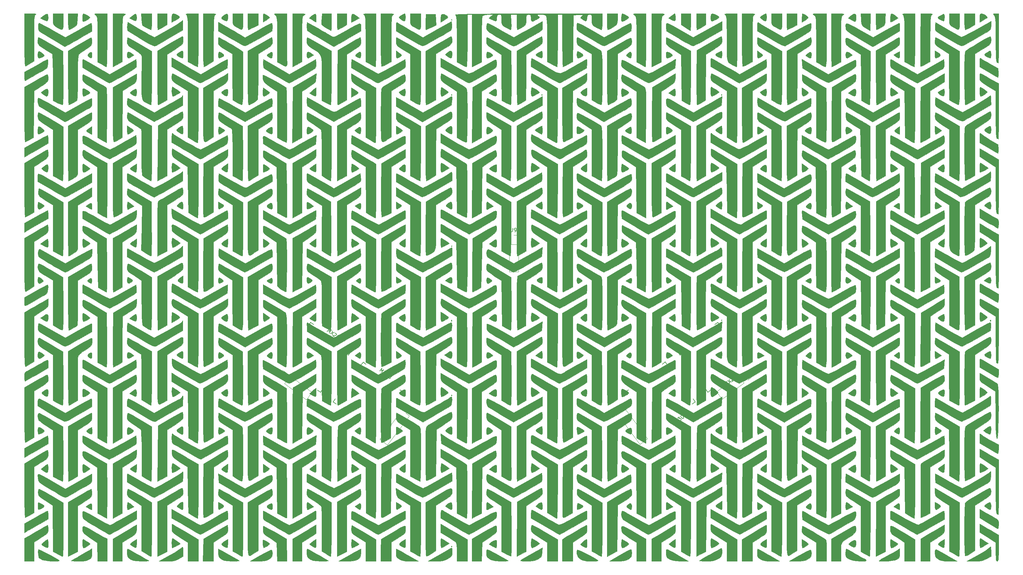
<source format=gbr>
G04 #@! TF.GenerationSoftware,KiCad,Pcbnew,(5.1.4)-1*
G04 #@! TF.CreationDate,2022-11-23T19:35:51-05:00*
G04 #@! TF.ProjectId,ThumbsUp,5468756d-6273-4557-902e-6b696361645f,rev?*
G04 #@! TF.SameCoordinates,Original*
G04 #@! TF.FileFunction,Legend,Top*
G04 #@! TF.FilePolarity,Positive*
%FSLAX46Y46*%
G04 Gerber Fmt 4.6, Leading zero omitted, Abs format (unit mm)*
G04 Created by KiCad (PCBNEW (5.1.4)-1) date 2022-11-23 19:35:51*
%MOMM*%
%LPD*%
G04 APERTURE LIST*
%ADD10C,0.010000*%
%ADD11C,0.150000*%
%ADD12C,0.120000*%
G04 APERTURE END LIST*
D10*
G36*
X19094372Y-129564447D02*
G01*
X19136066Y-130163783D01*
X19139328Y-130462421D01*
X19119301Y-131015228D01*
X19005693Y-131422048D01*
X18710796Y-131788882D01*
X18146901Y-132221736D01*
X17226299Y-132826613D01*
X17134065Y-132885962D01*
X15133053Y-134173188D01*
X15133053Y-139486105D01*
X12459369Y-139486105D01*
X12459369Y-133091804D01*
X13729369Y-132369341D01*
X14591017Y-131872576D01*
X15691189Y-131229305D01*
X16809924Y-130568231D01*
X16947273Y-130486491D01*
X17846375Y-129959025D01*
X18557794Y-129556922D01*
X18967411Y-129344089D01*
X19019378Y-129326105D01*
X19094372Y-129564447D01*
X19094372Y-129564447D01*
G37*
X19094372Y-129564447D02*
X19136066Y-130163783D01*
X19139328Y-130462421D01*
X19119301Y-131015228D01*
X19005693Y-131422048D01*
X18710796Y-131788882D01*
X18146901Y-132221736D01*
X17226299Y-132826613D01*
X17134065Y-132885962D01*
X15133053Y-134173188D01*
X15133053Y-139486105D01*
X12459369Y-139486105D01*
X12459369Y-133091804D01*
X13729369Y-132369341D01*
X14591017Y-131872576D01*
X15691189Y-131229305D01*
X16809924Y-130568231D01*
X16947273Y-130486491D01*
X17846375Y-129959025D01*
X18557794Y-129556922D01*
X18967411Y-129344089D01*
X19019378Y-129326105D01*
X19094372Y-129564447D01*
G36*
X16679266Y-136269594D02*
G01*
X17314668Y-136556123D01*
X18189897Y-136990043D01*
X19192998Y-137511922D01*
X20212017Y-138062328D01*
X21134998Y-138581829D01*
X21849987Y-139010995D01*
X22245029Y-139290392D01*
X22255801Y-139300783D01*
X22174196Y-139429428D01*
X21687823Y-139494743D01*
X20922038Y-139503492D01*
X20002196Y-139462440D01*
X19053651Y-139378352D01*
X18201760Y-139257990D01*
X17571876Y-139108120D01*
X17405684Y-139039069D01*
X16839654Y-138731323D01*
X16527111Y-138547443D01*
X16516594Y-138539455D01*
X16399581Y-138207129D01*
X16321796Y-137584183D01*
X16294674Y-136892762D01*
X16329651Y-136355008D01*
X16395646Y-136189888D01*
X16679266Y-136269594D01*
X16679266Y-136269594D01*
G37*
X16679266Y-136269594D02*
X17314668Y-136556123D01*
X18189897Y-136990043D01*
X19192998Y-137511922D01*
X20212017Y-138062328D01*
X21134998Y-138581829D01*
X21849987Y-139010995D01*
X22245029Y-139290392D01*
X22255801Y-139300783D01*
X22174196Y-139429428D01*
X21687823Y-139494743D01*
X20922038Y-139503492D01*
X20002196Y-139462440D01*
X19053651Y-139378352D01*
X18201760Y-139257990D01*
X17571876Y-139108120D01*
X17405684Y-139039069D01*
X16839654Y-138731323D01*
X16527111Y-138547443D01*
X16516594Y-138539455D01*
X16399581Y-138207129D01*
X16321796Y-137584183D01*
X16294674Y-136892762D01*
X16329651Y-136355008D01*
X16395646Y-136189888D01*
X16679266Y-136269594D01*
G36*
X31440836Y-137258509D02*
G01*
X31401874Y-138072093D01*
X31225414Y-138552420D01*
X30817988Y-138899155D01*
X30617063Y-139018210D01*
X29903752Y-139296198D01*
X28905774Y-139445450D01*
X27633140Y-139486105D01*
X26651571Y-139473685D01*
X25932086Y-139440628D01*
X25592050Y-139393241D01*
X25582702Y-139375925D01*
X25851650Y-139203541D01*
X26473191Y-138838569D01*
X27332424Y-138348019D01*
X27699369Y-138141494D01*
X28746848Y-137549706D01*
X29725319Y-136989144D01*
X30456597Y-136562070D01*
X30573579Y-136491973D01*
X31442526Y-135966703D01*
X31440836Y-137258509D01*
X31440836Y-137258509D01*
G37*
X31440836Y-137258509D02*
X31401874Y-138072093D01*
X31225414Y-138552420D01*
X30817988Y-138899155D01*
X30617063Y-139018210D01*
X29903752Y-139296198D01*
X28905774Y-139445450D01*
X27633140Y-139486105D01*
X26651571Y-139473685D01*
X25932086Y-139440628D01*
X25592050Y-139393241D01*
X25582702Y-139375925D01*
X25851650Y-139203541D01*
X26473191Y-138838569D01*
X27332424Y-138348019D01*
X27699369Y-138141494D01*
X28746848Y-137549706D01*
X29725319Y-136989144D01*
X30456597Y-136562070D01*
X30573579Y-136491973D01*
X31442526Y-135966703D01*
X31440836Y-137258509D01*
G36*
X29838566Y-129886860D02*
G01*
X30814146Y-130429210D01*
X31230890Y-130678536D01*
X32347751Y-131341345D01*
X33436679Y-131968241D01*
X34320537Y-132457916D01*
X34584105Y-132596308D01*
X35720421Y-133175818D01*
X35720421Y-139486105D01*
X33066101Y-139486105D01*
X32913053Y-134323283D01*
X30907790Y-132954104D01*
X29889666Y-132225251D01*
X29255724Y-131673097D01*
X28923195Y-131213764D01*
X28815746Y-130833983D01*
X28771029Y-130121260D01*
X28882759Y-129728653D01*
X29216688Y-129651931D01*
X29838566Y-129886860D01*
X29838566Y-129886860D01*
G37*
X29838566Y-129886860D02*
X30814146Y-130429210D01*
X31230890Y-130678536D01*
X32347751Y-131341345D01*
X33436679Y-131968241D01*
X34320537Y-132457916D01*
X34584105Y-132596308D01*
X35720421Y-133175818D01*
X35720421Y-139486105D01*
X33066101Y-139486105D01*
X32913053Y-134323283D01*
X30907790Y-132954104D01*
X29889666Y-132225251D01*
X29255724Y-131673097D01*
X28923195Y-131213764D01*
X28815746Y-130833983D01*
X28771029Y-130121260D01*
X28882759Y-129728653D01*
X29216688Y-129651931D01*
X29838566Y-129886860D01*
G36*
X44008842Y-130474788D02*
G01*
X43993865Y-131051020D01*
X43891152Y-131468724D01*
X43614035Y-131835931D01*
X43075842Y-132260676D01*
X42189905Y-132850990D01*
X42007032Y-132970015D01*
X40005222Y-134272421D01*
X39998316Y-139486105D01*
X37324632Y-139486105D01*
X37331190Y-133202947D01*
X39383172Y-131999789D01*
X40509698Y-131338926D01*
X41642252Y-130673972D01*
X42569807Y-130128840D01*
X42721998Y-130039299D01*
X44008842Y-129281966D01*
X44008842Y-130474788D01*
X44008842Y-130474788D01*
G37*
X44008842Y-130474788D02*
X43993865Y-131051020D01*
X43891152Y-131468724D01*
X43614035Y-131835931D01*
X43075842Y-132260676D01*
X42189905Y-132850990D01*
X42007032Y-132970015D01*
X40005222Y-134272421D01*
X39998316Y-139486105D01*
X37324632Y-139486105D01*
X37331190Y-133202947D01*
X39383172Y-131999789D01*
X40509698Y-131338926D01*
X41642252Y-130673972D01*
X42569807Y-130128840D01*
X42721998Y-130039299D01*
X44008842Y-129281966D01*
X44008842Y-130474788D01*
G36*
X41744633Y-136134067D02*
G01*
X42360203Y-136464307D01*
X43220777Y-136939518D01*
X44217493Y-137498182D01*
X45241491Y-138078779D01*
X46183909Y-138619790D01*
X46935887Y-139059698D01*
X47388564Y-139336983D01*
X47462351Y-139389362D01*
X47268483Y-139430655D01*
X46655312Y-139457669D01*
X45738172Y-139466382D01*
X45323404Y-139463955D01*
X44051192Y-139418762D01*
X43158716Y-139294736D01*
X42493457Y-139064526D01*
X42204105Y-138904606D01*
X41648194Y-138491447D01*
X41397180Y-138023220D01*
X41335391Y-137271533D01*
X41335158Y-137188862D01*
X41365108Y-136479648D01*
X41440714Y-136059614D01*
X41482928Y-136010316D01*
X41744633Y-136134067D01*
X41744633Y-136134067D01*
G37*
X41744633Y-136134067D02*
X42360203Y-136464307D01*
X43220777Y-136939518D01*
X44217493Y-137498182D01*
X45241491Y-138078779D01*
X46183909Y-138619790D01*
X46935887Y-139059698D01*
X47388564Y-139336983D01*
X47462351Y-139389362D01*
X47268483Y-139430655D01*
X46655312Y-139457669D01*
X45738172Y-139466382D01*
X45323404Y-139463955D01*
X44051192Y-139418762D01*
X43158716Y-139294736D01*
X42493457Y-139064526D01*
X42204105Y-138904606D01*
X41648194Y-138491447D01*
X41397180Y-138023220D01*
X41335391Y-137271533D01*
X41335158Y-137188862D01*
X41365108Y-136479648D01*
X41440714Y-136059614D01*
X41482928Y-136010316D01*
X41744633Y-136134067D01*
G36*
X57000338Y-135493293D02*
G01*
X57052673Y-135944247D01*
X57078880Y-136586489D01*
X57109895Y-138098451D01*
X55925969Y-138792278D01*
X55237607Y-139150572D01*
X54569011Y-139360366D01*
X53737651Y-139458602D01*
X52560994Y-139482217D01*
X52517021Y-139482156D01*
X50292000Y-139478208D01*
X53559273Y-137677419D01*
X54752466Y-136996478D01*
X55766865Y-136373451D01*
X56513422Y-135866384D01*
X56903090Y-135533320D01*
X56937205Y-135475579D01*
X57000338Y-135493293D01*
X57000338Y-135493293D01*
G37*
X57000338Y-135493293D02*
X57052673Y-135944247D01*
X57078880Y-136586489D01*
X57109895Y-138098451D01*
X55925969Y-138792278D01*
X55237607Y-139150572D01*
X54569011Y-139360366D01*
X53737651Y-139458602D01*
X52560994Y-139482217D01*
X52517021Y-139482156D01*
X50292000Y-139478208D01*
X53559273Y-137677419D01*
X54752466Y-136996478D01*
X55766865Y-136373451D01*
X56513422Y-135866384D01*
X56903090Y-135533320D01*
X56937205Y-135475579D01*
X57000338Y-135493293D01*
G36*
X54261294Y-129187804D02*
G01*
X54894641Y-129544232D01*
X55826831Y-130081854D01*
X56977543Y-130754506D01*
X57750272Y-131210109D01*
X61387790Y-133361481D01*
X61387790Y-139486105D01*
X58446737Y-139486105D01*
X58446737Y-134197920D01*
X56177474Y-132764644D01*
X55149047Y-132107990D01*
X54490372Y-131643211D01*
X54118886Y-131276955D01*
X53952024Y-130915872D01*
X53907225Y-130466609D01*
X53904843Y-130195052D01*
X53924944Y-129500740D01*
X53979477Y-129098785D01*
X54007114Y-129058737D01*
X54261294Y-129187804D01*
X54261294Y-129187804D01*
G37*
X54261294Y-129187804D02*
X54894641Y-129544232D01*
X55826831Y-130081854D01*
X56977543Y-130754506D01*
X57750272Y-131210109D01*
X61387790Y-133361481D01*
X61387790Y-139486105D01*
X58446737Y-139486105D01*
X58446737Y-134197920D01*
X56177474Y-132764644D01*
X55149047Y-132107990D01*
X54490372Y-131643211D01*
X54118886Y-131276955D01*
X53952024Y-130915872D01*
X53907225Y-130466609D01*
X53904843Y-130195052D01*
X53924944Y-129500740D01*
X53979477Y-129098785D01*
X54007114Y-129058737D01*
X54261294Y-129187804D01*
G36*
X69634387Y-129564472D02*
G01*
X69669941Y-130163864D01*
X69672757Y-130462421D01*
X69652977Y-131014710D01*
X69539482Y-131422324D01*
X69245025Y-131791369D01*
X68682356Y-132227954D01*
X67764227Y-132838187D01*
X67667494Y-132901143D01*
X65665684Y-134203549D01*
X65665684Y-139486105D01*
X62707662Y-139486105D01*
X62782989Y-136359299D01*
X62858316Y-133232494D01*
X66161604Y-131279299D01*
X67344966Y-130583709D01*
X68355702Y-129997392D01*
X69109213Y-129568819D01*
X69520901Y-129346463D01*
X69570552Y-129326105D01*
X69634387Y-129564472D01*
X69634387Y-129564472D01*
G37*
X69634387Y-129564472D02*
X69669941Y-130163864D01*
X69672757Y-130462421D01*
X69652977Y-131014710D01*
X69539482Y-131422324D01*
X69245025Y-131791369D01*
X68682356Y-132227954D01*
X67764227Y-132838187D01*
X67667494Y-132901143D01*
X65665684Y-134203549D01*
X65665684Y-139486105D01*
X62707662Y-139486105D01*
X62782989Y-136359299D01*
X62858316Y-133232494D01*
X66161604Y-131279299D01*
X67344966Y-130583709D01*
X68355702Y-129997392D01*
X69109213Y-129568819D01*
X69520901Y-129346463D01*
X69570552Y-129326105D01*
X69634387Y-129564472D01*
G36*
X68406211Y-136755569D02*
G01*
X70228538Y-137767538D01*
X71576755Y-138534737D01*
X72451874Y-139057758D01*
X72854907Y-139337193D01*
X72884632Y-139377943D01*
X72638716Y-139428361D01*
X71986677Y-139464983D01*
X71057078Y-139481378D01*
X70812526Y-139481601D01*
X69603033Y-139443399D01*
X68757715Y-139313821D01*
X68109327Y-139060963D01*
X67871474Y-138920608D01*
X67316981Y-138495572D01*
X67065512Y-138020353D01*
X67002814Y-137265203D01*
X67002526Y-137173250D01*
X67002526Y-135982380D01*
X68406211Y-136755569D01*
X68406211Y-136755569D01*
G37*
X68406211Y-136755569D02*
X70228538Y-137767538D01*
X71576755Y-138534737D01*
X72451874Y-139057758D01*
X72854907Y-139337193D01*
X72884632Y-139377943D01*
X72638716Y-139428361D01*
X71986677Y-139464983D01*
X71057078Y-139481378D01*
X70812526Y-139481601D01*
X69603033Y-139443399D01*
X68757715Y-139313821D01*
X68109327Y-139060963D01*
X67871474Y-138920608D01*
X67316981Y-138495572D01*
X67065512Y-138020353D01*
X67002814Y-137265203D01*
X67002526Y-137173250D01*
X67002526Y-135982380D01*
X68406211Y-136755569D01*
G36*
X82145584Y-136526907D02*
G01*
X82241576Y-137222586D01*
X82242526Y-137320748D01*
X82177480Y-138044868D01*
X81888733Y-138511529D01*
X81291454Y-138924959D01*
X80651598Y-139228750D01*
X79905030Y-139402134D01*
X78884868Y-139474726D01*
X78149875Y-139482423D01*
X75959369Y-139478742D01*
X78766737Y-137881895D01*
X79883795Y-137261232D01*
X80848647Y-136752514D01*
X81558021Y-136408354D01*
X81908316Y-136281366D01*
X82145584Y-136526907D01*
X82145584Y-136526907D01*
G37*
X82145584Y-136526907D02*
X82241576Y-137222586D01*
X82242526Y-137320748D01*
X82177480Y-138044868D01*
X81888733Y-138511529D01*
X81291454Y-138924959D01*
X80651598Y-139228750D01*
X79905030Y-139402134D01*
X78884868Y-139474726D01*
X78149875Y-139482423D01*
X75959369Y-139478742D01*
X78766737Y-137881895D01*
X79883795Y-137261232D01*
X80848647Y-136752514D01*
X81558021Y-136408354D01*
X81908316Y-136281366D01*
X82145584Y-136526907D01*
G36*
X80000858Y-129718384D02*
G01*
X80652281Y-130060905D01*
X81588887Y-130572716D01*
X82721305Y-131205501D01*
X83062063Y-131398210D01*
X86244991Y-133202947D01*
X86253053Y-139486105D01*
X83598732Y-139486105D01*
X83445684Y-134306659D01*
X81507263Y-133006097D01*
X80573481Y-132366187D01*
X80000728Y-131909756D01*
X79701035Y-131529860D01*
X79586436Y-131119554D01*
X79568842Y-130649504D01*
X79603695Y-129984495D01*
X79690626Y-129618222D01*
X79723988Y-129593473D01*
X80000858Y-129718384D01*
X80000858Y-129718384D01*
G37*
X80000858Y-129718384D02*
X80652281Y-130060905D01*
X81588887Y-130572716D01*
X82721305Y-131205501D01*
X83062063Y-131398210D01*
X86244991Y-133202947D01*
X86253053Y-139486105D01*
X83598732Y-139486105D01*
X83445684Y-134306659D01*
X81507263Y-133006097D01*
X80573481Y-132366187D01*
X80000728Y-131909756D01*
X79701035Y-131529860D01*
X79586436Y-131119554D01*
X79568842Y-130649504D01*
X79603695Y-129984495D01*
X79690626Y-129618222D01*
X79723988Y-129593473D01*
X80000858Y-129718384D01*
G36*
X94541474Y-131691498D02*
G01*
X92536211Y-132961783D01*
X90530947Y-134232068D01*
X90530947Y-139486105D01*
X87857263Y-139486105D01*
X87860542Y-136344526D01*
X87863822Y-133202947D01*
X89915803Y-131999789D01*
X91042329Y-131338926D01*
X92174883Y-130673972D01*
X93102439Y-130128840D01*
X93254629Y-130039299D01*
X94541474Y-129281966D01*
X94541474Y-131691498D01*
X94541474Y-131691498D01*
G37*
X94541474Y-131691498D02*
X92536211Y-132961783D01*
X90530947Y-134232068D01*
X90530947Y-139486105D01*
X87857263Y-139486105D01*
X87860542Y-136344526D01*
X87863822Y-133202947D01*
X89915803Y-131999789D01*
X91042329Y-131338926D01*
X92174883Y-130673972D01*
X93102439Y-130128840D01*
X93254629Y-130039299D01*
X94541474Y-129281966D01*
X94541474Y-131691498D01*
G36*
X92277265Y-136134067D02*
G01*
X92892835Y-136464307D01*
X93753408Y-136939518D01*
X94750124Y-137498182D01*
X95774122Y-138078779D01*
X96716541Y-138619790D01*
X97468519Y-139059698D01*
X97921196Y-139336983D01*
X97994983Y-139389362D01*
X97801115Y-139430655D01*
X97187943Y-139457669D01*
X96270804Y-139466382D01*
X95856035Y-139463955D01*
X94583824Y-139418762D01*
X93691348Y-139294736D01*
X93026089Y-139064526D01*
X92736737Y-138904606D01*
X92180826Y-138491447D01*
X91929812Y-138023220D01*
X91868023Y-137271533D01*
X91867790Y-137188862D01*
X91897739Y-136479648D01*
X91973345Y-136059614D01*
X92015560Y-136010316D01*
X92277265Y-136134067D01*
X92277265Y-136134067D01*
G37*
X92277265Y-136134067D02*
X92892835Y-136464307D01*
X93753408Y-136939518D01*
X94750124Y-137498182D01*
X95774122Y-138078779D01*
X96716541Y-138619790D01*
X97468519Y-139059698D01*
X97921196Y-139336983D01*
X97994983Y-139389362D01*
X97801115Y-139430655D01*
X97187943Y-139457669D01*
X96270804Y-139466382D01*
X95856035Y-139463955D01*
X94583824Y-139418762D01*
X93691348Y-139294736D01*
X93026089Y-139064526D01*
X92736737Y-138904606D01*
X92180826Y-138491447D01*
X91929812Y-138023220D01*
X91868023Y-137271533D01*
X91867790Y-137188862D01*
X91897739Y-136479648D01*
X91973345Y-136059614D01*
X92015560Y-136010316D01*
X92277265Y-136134067D01*
G36*
X107107790Y-137204318D02*
G01*
X107062236Y-137999511D01*
X106852900Y-138482320D01*
X106370769Y-138872287D01*
X106238842Y-138954299D01*
X105647080Y-139236720D01*
X104918780Y-139400660D01*
X103901445Y-139471649D01*
X103097263Y-139480262D01*
X100824632Y-139476418D01*
X102200142Y-138717923D01*
X103169164Y-138181573D01*
X104336203Y-137532806D01*
X105341721Y-136971787D01*
X107107790Y-135984145D01*
X107107790Y-137204318D01*
X107107790Y-137204318D01*
G37*
X107107790Y-137204318D02*
X107062236Y-137999511D01*
X106852900Y-138482320D01*
X106370769Y-138872287D01*
X106238842Y-138954299D01*
X105647080Y-139236720D01*
X104918780Y-139400660D01*
X103901445Y-139471649D01*
X103097263Y-139480262D01*
X100824632Y-139476418D01*
X102200142Y-138717923D01*
X103169164Y-138181573D01*
X104336203Y-137532806D01*
X105341721Y-136971787D01*
X107107790Y-135984145D01*
X107107790Y-137204318D01*
G36*
X104926556Y-129575287D02*
G01*
X105590988Y-129962939D01*
X106539168Y-130517366D01*
X107682339Y-131186697D01*
X108110421Y-131437532D01*
X111385684Y-133357050D01*
X111385684Y-139486105D01*
X108444632Y-139486105D01*
X108444632Y-134179659D01*
X106439369Y-132909374D01*
X105484586Y-132295478D01*
X104894338Y-131860211D01*
X104580961Y-131496792D01*
X104456790Y-131098438D01*
X104434161Y-130558367D01*
X104434105Y-130466818D01*
X104474143Y-129788377D01*
X104575385Y-129425811D01*
X104634632Y-129406280D01*
X104926556Y-129575287D01*
X104926556Y-129575287D01*
G37*
X104926556Y-129575287D02*
X105590988Y-129962939D01*
X106539168Y-130517366D01*
X107682339Y-131186697D01*
X108110421Y-131437532D01*
X111385684Y-133357050D01*
X111385684Y-139486105D01*
X108444632Y-139486105D01*
X108444632Y-134179659D01*
X106439369Y-132909374D01*
X105484586Y-132295478D01*
X104894338Y-131860211D01*
X104580961Y-131496792D01*
X104456790Y-131098438D01*
X104434161Y-130558367D01*
X104434105Y-130466818D01*
X104474143Y-129788377D01*
X104575385Y-129425811D01*
X104634632Y-129406280D01*
X104926556Y-129575287D01*
G36*
X119568910Y-129554842D02*
G01*
X119665487Y-129740088D01*
X119679577Y-130083152D01*
X119674105Y-130473190D01*
X119658279Y-131038428D01*
X119552326Y-131448743D01*
X119268538Y-131810694D01*
X118719203Y-132230838D01*
X117816614Y-132815734D01*
X117668842Y-132909374D01*
X115663579Y-134179659D01*
X115663579Y-139486105D01*
X112697679Y-139486105D01*
X112740261Y-136410260D01*
X112782844Y-133334414D01*
X115626896Y-131632141D01*
X117088119Y-130755617D01*
X118149452Y-130127804D01*
X118874374Y-129730522D01*
X119326366Y-129545594D01*
X119568910Y-129554842D01*
X119568910Y-129554842D01*
G37*
X119568910Y-129554842D02*
X119665487Y-129740088D01*
X119679577Y-130083152D01*
X119674105Y-130473190D01*
X119658279Y-131038428D01*
X119552326Y-131448743D01*
X119268538Y-131810694D01*
X118719203Y-132230838D01*
X117816614Y-132815734D01*
X117668842Y-132909374D01*
X115663579Y-134179659D01*
X115663579Y-139486105D01*
X112697679Y-139486105D01*
X112740261Y-136410260D01*
X112782844Y-133334414D01*
X115626896Y-131632141D01*
X117088119Y-130755617D01*
X118149452Y-130127804D01*
X118874374Y-129730522D01*
X119326366Y-129545594D01*
X119568910Y-129554842D01*
G36*
X118003053Y-136519036D02*
G01*
X118700292Y-136893614D01*
X119683157Y-137438250D01*
X120774781Y-138054593D01*
X121138157Y-138262365D01*
X123270630Y-139486105D01*
X121004473Y-139481601D01*
X119770290Y-139451771D01*
X118913975Y-139349655D01*
X118280518Y-139147513D01*
X117869369Y-138920608D01*
X117312965Y-138493278D01*
X117061919Y-138014613D01*
X117000597Y-137253222D01*
X117000421Y-137181784D01*
X117000421Y-135999448D01*
X118003053Y-136519036D01*
X118003053Y-136519036D01*
G37*
X118003053Y-136519036D02*
X118700292Y-136893614D01*
X119683157Y-137438250D01*
X120774781Y-138054593D01*
X121138157Y-138262365D01*
X123270630Y-139486105D01*
X121004473Y-139481601D01*
X119770290Y-139451771D01*
X118913975Y-139349655D01*
X118280518Y-139147513D01*
X117869369Y-138920608D01*
X117312965Y-138493278D01*
X117061919Y-138014613D01*
X117000597Y-137253222D01*
X117000421Y-137181784D01*
X117000421Y-135999448D01*
X118003053Y-136519036D01*
G36*
X132732488Y-135981875D02*
G01*
X132770654Y-136585116D01*
X132775158Y-136923246D01*
X132742999Y-137631192D01*
X132566379Y-138080067D01*
X132125087Y-138451780D01*
X131538324Y-138794825D01*
X130798742Y-139159689D01*
X130080213Y-139369741D01*
X129189432Y-139463950D01*
X128129377Y-139482014D01*
X125957263Y-139477922D01*
X129259149Y-137610435D01*
X130448651Y-136941710D01*
X131463223Y-136378976D01*
X132216762Y-135969401D01*
X132623164Y-135760154D01*
X132668097Y-135742947D01*
X132732488Y-135981875D01*
X132732488Y-135981875D01*
G37*
X132732488Y-135981875D02*
X132770654Y-136585116D01*
X132775158Y-136923246D01*
X132742999Y-137631192D01*
X132566379Y-138080067D01*
X132125087Y-138451780D01*
X131538324Y-138794825D01*
X130798742Y-139159689D01*
X130080213Y-139369741D01*
X129189432Y-139463950D01*
X128129377Y-139482014D01*
X125957263Y-139477922D01*
X129259149Y-137610435D01*
X130448651Y-136941710D01*
X131463223Y-136378976D01*
X132216762Y-135969401D01*
X132623164Y-135760154D01*
X132668097Y-135742947D01*
X132732488Y-135981875D01*
G36*
X130435684Y-129536085D02*
G01*
X131008631Y-129874840D01*
X131917457Y-130406806D01*
X133034994Y-131057741D01*
X134178842Y-131721420D01*
X137053053Y-133385794D01*
X137053053Y-139486105D01*
X134112000Y-139486105D01*
X134107906Y-137012947D01*
X134085936Y-135895522D01*
X134030509Y-134973492D01*
X133951543Y-134383179D01*
X133907380Y-134256492D01*
X133603658Y-133996824D01*
X132956917Y-133541324D01*
X132082495Y-132969563D01*
X131638842Y-132691450D01*
X129566737Y-131409704D01*
X129566737Y-129015124D01*
X130435684Y-129536085D01*
X130435684Y-129536085D01*
G37*
X130435684Y-129536085D02*
X131008631Y-129874840D01*
X131917457Y-130406806D01*
X133034994Y-131057741D01*
X134178842Y-131721420D01*
X137053053Y-133385794D01*
X137053053Y-139486105D01*
X134112000Y-139486105D01*
X134107906Y-137012947D01*
X134085936Y-135895522D01*
X134030509Y-134973492D01*
X133951543Y-134383179D01*
X133907380Y-134256492D01*
X133603658Y-133996824D01*
X132956917Y-133541324D01*
X132082495Y-132969563D01*
X131638842Y-132691450D01*
X129566737Y-131409704D01*
X129566737Y-129015124D01*
X130435684Y-129536085D01*
G36*
X145276381Y-129826360D02*
G01*
X145340812Y-130455071D01*
X145341474Y-130528582D01*
X145304225Y-130980152D01*
X145136258Y-131362057D01*
X144753241Y-131768998D01*
X144070840Y-132295672D01*
X143269369Y-132855404D01*
X141197263Y-134278676D01*
X141120739Y-136882391D01*
X141044215Y-139486105D01*
X138389895Y-139486105D01*
X138394225Y-136344526D01*
X138398556Y-133202947D01*
X141667341Y-131288730D01*
X142852728Y-130610862D01*
X143875698Y-130056582D01*
X144648247Y-129671242D01*
X145082370Y-129500195D01*
X145138800Y-129499773D01*
X145276381Y-129826360D01*
X145276381Y-129826360D01*
G37*
X145276381Y-129826360D02*
X145340812Y-130455071D01*
X145341474Y-130528582D01*
X145304225Y-130980152D01*
X145136258Y-131362057D01*
X144753241Y-131768998D01*
X144070840Y-132295672D01*
X143269369Y-132855404D01*
X141197263Y-134278676D01*
X141120739Y-136882391D01*
X141044215Y-139486105D01*
X138389895Y-139486105D01*
X138394225Y-136344526D01*
X138398556Y-133202947D01*
X141667341Y-131288730D01*
X142852728Y-130610862D01*
X143875698Y-130056582D01*
X144648247Y-129671242D01*
X145082370Y-129500195D01*
X145138800Y-129499773D01*
X145276381Y-129826360D01*
G36*
X142885354Y-136265074D02*
G01*
X143512447Y-136558845D01*
X144381661Y-137000863D01*
X145382569Y-137531465D01*
X146404745Y-138090988D01*
X147337760Y-138619768D01*
X148071187Y-139058141D01*
X148494599Y-139346444D01*
X148527614Y-139376050D01*
X148335915Y-139425903D01*
X147727968Y-139461111D01*
X146822190Y-139475805D01*
X146522351Y-139475400D01*
X144922199Y-139386268D01*
X143826344Y-139137004D01*
X143603579Y-139035483D01*
X142995515Y-138657240D01*
X142615485Y-138325722D01*
X142605042Y-138310925D01*
X142458021Y-137835530D01*
X142410082Y-137161534D01*
X142460572Y-136529617D01*
X142608841Y-136180461D01*
X142610810Y-136179215D01*
X142885354Y-136265074D01*
X142885354Y-136265074D01*
G37*
X142885354Y-136265074D02*
X143512447Y-136558845D01*
X144381661Y-137000863D01*
X145382569Y-137531465D01*
X146404745Y-138090988D01*
X147337760Y-138619768D01*
X148071187Y-139058141D01*
X148494599Y-139346444D01*
X148527614Y-139376050D01*
X148335915Y-139425903D01*
X147727968Y-139461111D01*
X146822190Y-139475805D01*
X146522351Y-139475400D01*
X144922199Y-139386268D01*
X143826344Y-139137004D01*
X143603579Y-139035483D01*
X142995515Y-138657240D01*
X142615485Y-138325722D01*
X142605042Y-138310925D01*
X142458021Y-137835530D01*
X142410082Y-137161534D01*
X142460572Y-136529617D01*
X142608841Y-136180461D01*
X142610810Y-136179215D01*
X142885354Y-136265074D01*
G36*
X158124388Y-136971219D02*
G01*
X158033829Y-137784596D01*
X157808371Y-138279289D01*
X157317120Y-138671337D01*
X156972000Y-138873224D01*
X156261500Y-139205524D01*
X155480500Y-139393541D01*
X154444638Y-139472323D01*
X153770930Y-139481707D01*
X152731141Y-139474088D01*
X152150980Y-139434753D01*
X151955552Y-139347000D01*
X152069957Y-139194123D01*
X152166719Y-139123935D01*
X152670494Y-138810322D01*
X153465529Y-138348765D01*
X154298316Y-137884100D01*
X155343773Y-137306421D01*
X156398032Y-136714853D01*
X157054914Y-136339867D01*
X158207301Y-135673298D01*
X158124388Y-136971219D01*
X158124388Y-136971219D01*
G37*
X158124388Y-136971219D02*
X158033829Y-137784596D01*
X157808371Y-138279289D01*
X157317120Y-138671337D01*
X156972000Y-138873224D01*
X156261500Y-139205524D01*
X155480500Y-139393541D01*
X154444638Y-139472323D01*
X153770930Y-139481707D01*
X152731141Y-139474088D01*
X152150980Y-139434753D01*
X151955552Y-139347000D01*
X152069957Y-139194123D01*
X152166719Y-139123935D01*
X152670494Y-138810322D01*
X153465529Y-138348765D01*
X154298316Y-137884100D01*
X155343773Y-137306421D01*
X156398032Y-136714853D01*
X157054914Y-136339867D01*
X158207301Y-135673298D01*
X158124388Y-136971219D01*
G36*
X155617778Y-129456787D02*
G01*
X156317657Y-129816499D01*
X157296277Y-130356741D01*
X158464468Y-131029010D01*
X159028966Y-131362112D01*
X162453053Y-133398118D01*
X162453053Y-139486105D01*
X159512000Y-139486105D01*
X159512000Y-134202128D01*
X157239369Y-132770769D01*
X156206197Y-132110267D01*
X155545601Y-131640298D01*
X155174424Y-131271654D01*
X155009511Y-130915129D01*
X154967706Y-130481515D01*
X154966737Y-130332757D01*
X155043796Y-129640484D01*
X155248164Y-129331549D01*
X155285809Y-129326105D01*
X155617778Y-129456787D01*
X155617778Y-129456787D01*
G37*
X155617778Y-129456787D02*
X156317657Y-129816499D01*
X157296277Y-130356741D01*
X158464468Y-131029010D01*
X159028966Y-131362112D01*
X162453053Y-133398118D01*
X162453053Y-139486105D01*
X159512000Y-139486105D01*
X159512000Y-134202128D01*
X157239369Y-132770769D01*
X156206197Y-132110267D01*
X155545601Y-131640298D01*
X155174424Y-131271654D01*
X155009511Y-130915129D01*
X154967706Y-130481515D01*
X154966737Y-130332757D01*
X155043796Y-129640484D01*
X155248164Y-129331549D01*
X155285809Y-129326105D01*
X155617778Y-129456787D01*
G36*
X170685616Y-129564429D02*
G01*
X170733929Y-130163726D01*
X170738020Y-130462421D01*
X170718240Y-131014710D01*
X170604746Y-131422324D01*
X170310288Y-131791369D01*
X169747619Y-132227954D01*
X168829490Y-132838187D01*
X168732757Y-132901143D01*
X166730947Y-134203549D01*
X166730947Y-139486105D01*
X163789895Y-139486105D01*
X163789895Y-133373044D01*
X164566432Y-132820101D01*
X165118431Y-132453015D01*
X165463108Y-132271361D01*
X165486716Y-132267158D01*
X165760461Y-132136386D01*
X166388135Y-131782815D01*
X167268662Y-131264562D01*
X168044248Y-130796631D01*
X169049036Y-130192172D01*
X169877462Y-129708234D01*
X170428553Y-129402924D01*
X170599754Y-129326105D01*
X170685616Y-129564429D01*
X170685616Y-129564429D01*
G37*
X170685616Y-129564429D02*
X170733929Y-130163726D01*
X170738020Y-130462421D01*
X170718240Y-131014710D01*
X170604746Y-131422324D01*
X170310288Y-131791369D01*
X169747619Y-132227954D01*
X168829490Y-132838187D01*
X168732757Y-132901143D01*
X166730947Y-134203549D01*
X166730947Y-139486105D01*
X163789895Y-139486105D01*
X163789895Y-133373044D01*
X164566432Y-132820101D01*
X165118431Y-132453015D01*
X165463108Y-132271361D01*
X165486716Y-132267158D01*
X165760461Y-132136386D01*
X166388135Y-131782815D01*
X167268662Y-131264562D01*
X168044248Y-130796631D01*
X169049036Y-130192172D01*
X169877462Y-129708234D01*
X170428553Y-129402924D01*
X170599754Y-129326105D01*
X170685616Y-129564429D01*
G36*
X168264189Y-136318604D02*
G01*
X168899211Y-136582555D01*
X169774907Y-136996915D01*
X170779647Y-137503934D01*
X171801803Y-138045859D01*
X172729743Y-138564941D01*
X173451839Y-139003428D01*
X173853696Y-139300783D01*
X173697124Y-139386025D01*
X173118113Y-139450574D01*
X172228865Y-139483814D01*
X171895048Y-139486105D01*
X170721392Y-139459498D01*
X169912958Y-139357310D01*
X169301885Y-139145989D01*
X168842592Y-138875991D01*
X168160521Y-138268708D01*
X167870934Y-137551372D01*
X167847788Y-137371467D01*
X167848723Y-136700480D01*
X167967650Y-136278246D01*
X167981472Y-136262813D01*
X168264189Y-136318604D01*
X168264189Y-136318604D01*
G37*
X168264189Y-136318604D02*
X168899211Y-136582555D01*
X169774907Y-136996915D01*
X170779647Y-137503934D01*
X171801803Y-138045859D01*
X172729743Y-138564941D01*
X173451839Y-139003428D01*
X173853696Y-139300783D01*
X173697124Y-139386025D01*
X173118113Y-139450574D01*
X172228865Y-139483814D01*
X171895048Y-139486105D01*
X170721392Y-139459498D01*
X169912958Y-139357310D01*
X169301885Y-139145989D01*
X168842592Y-138875991D01*
X168160521Y-138268708D01*
X167870934Y-137551372D01*
X167847788Y-137371467D01*
X167848723Y-136700480D01*
X167967650Y-136278246D01*
X167981472Y-136262813D01*
X168264189Y-136318604D01*
G36*
X183107263Y-136191735D02*
G01*
X183250242Y-136526297D01*
X183298404Y-137145928D01*
X183252220Y-137809516D01*
X183112160Y-138275950D01*
X183103169Y-138289123D01*
X182449460Y-138898406D01*
X181484993Y-139281657D01*
X180131194Y-139463263D01*
X179246839Y-139486105D01*
X177038654Y-139486105D01*
X179972695Y-137780166D01*
X181095036Y-137145015D01*
X182051882Y-136636239D01*
X182749406Y-136301384D01*
X183093776Y-136188000D01*
X183107263Y-136191735D01*
X183107263Y-136191735D01*
G37*
X183107263Y-136191735D02*
X183250242Y-136526297D01*
X183298404Y-137145928D01*
X183252220Y-137809516D01*
X183112160Y-138275950D01*
X183103169Y-138289123D01*
X182449460Y-138898406D01*
X181484993Y-139281657D01*
X180131194Y-139463263D01*
X179246839Y-139486105D01*
X177038654Y-139486105D01*
X179972695Y-137780166D01*
X181095036Y-137145015D01*
X182051882Y-136636239D01*
X182749406Y-136301384D01*
X183093776Y-136188000D01*
X183107263Y-136191735D01*
G36*
X181677694Y-129978037D02*
G01*
X182162428Y-130260877D01*
X183230784Y-130890803D01*
X184479791Y-131607815D01*
X185513579Y-132187015D01*
X187318316Y-133181791D01*
X187318316Y-139486105D01*
X184644632Y-139486105D01*
X184640891Y-136879263D01*
X184637151Y-134272421D01*
X182568786Y-132935579D01*
X181539924Y-132241489D01*
X180895277Y-131718876D01*
X180548998Y-131284301D01*
X180415237Y-130854324D01*
X180413640Y-130840888D01*
X180373115Y-130043527D01*
X180526095Y-129648587D01*
X180938861Y-129634084D01*
X181677694Y-129978037D01*
X181677694Y-129978037D01*
G37*
X181677694Y-129978037D02*
X182162428Y-130260877D01*
X183230784Y-130890803D01*
X184479791Y-131607815D01*
X185513579Y-132187015D01*
X187318316Y-133181791D01*
X187318316Y-139486105D01*
X184644632Y-139486105D01*
X184640891Y-136879263D01*
X184637151Y-134272421D01*
X182568786Y-132935579D01*
X181539924Y-132241489D01*
X180895277Y-131718876D01*
X180548998Y-131284301D01*
X180415237Y-130854324D01*
X180413640Y-130840888D01*
X180373115Y-130043527D01*
X180526095Y-129648587D01*
X180938861Y-129634084D01*
X181677694Y-129978037D01*
G36*
X195606737Y-130474788D02*
G01*
X195591759Y-131051020D01*
X195489047Y-131468724D01*
X195211929Y-131835931D01*
X194673737Y-132260676D01*
X193787800Y-132850990D01*
X193604927Y-132970015D01*
X191603117Y-134272421D01*
X191596211Y-139486105D01*
X188922526Y-139486105D01*
X188925806Y-136344526D01*
X188929085Y-133202947D01*
X190981067Y-131999789D01*
X192107593Y-131338926D01*
X193240146Y-130673972D01*
X194167702Y-130128840D01*
X194319893Y-130039299D01*
X195606737Y-129281966D01*
X195606737Y-130474788D01*
X195606737Y-130474788D01*
G37*
X195606737Y-130474788D02*
X195591759Y-131051020D01*
X195489047Y-131468724D01*
X195211929Y-131835931D01*
X194673737Y-132260676D01*
X193787800Y-132850990D01*
X193604927Y-132970015D01*
X191603117Y-134272421D01*
X191596211Y-139486105D01*
X188922526Y-139486105D01*
X188925806Y-136344526D01*
X188929085Y-133202947D01*
X190981067Y-131999789D01*
X192107593Y-131338926D01*
X193240146Y-130673972D01*
X194167702Y-130128840D01*
X194319893Y-130039299D01*
X195606737Y-129281966D01*
X195606737Y-130474788D01*
G36*
X193447667Y-136211110D02*
G01*
X194026475Y-136482773D01*
X194924226Y-136986735D01*
X196210362Y-137736446D01*
X196407523Y-137851387D01*
X199213573Y-139486105D01*
X197075945Y-139474288D01*
X195726605Y-139418744D01*
X194740264Y-139250679D01*
X193951831Y-138941645D01*
X193935684Y-138933164D01*
X193314787Y-138559149D01*
X193022819Y-138166346D01*
X192937085Y-137540031D01*
X192933053Y-137178481D01*
X192930496Y-136655432D01*
X192969118Y-136310888D01*
X193118362Y-136158298D01*
X193447667Y-136211110D01*
X193447667Y-136211110D01*
G37*
X193447667Y-136211110D02*
X194026475Y-136482773D01*
X194924226Y-136986735D01*
X196210362Y-137736446D01*
X196407523Y-137851387D01*
X199213573Y-139486105D01*
X197075945Y-139474288D01*
X195726605Y-139418744D01*
X194740264Y-139250679D01*
X193951831Y-138941645D01*
X193935684Y-138933164D01*
X193314787Y-138559149D01*
X193022819Y-138166346D01*
X192937085Y-137540031D01*
X192933053Y-137178481D01*
X192930496Y-136655432D01*
X192969118Y-136310888D01*
X193118362Y-136158298D01*
X193447667Y-136211110D01*
G36*
X208625673Y-135991868D02*
G01*
X208697666Y-136546646D01*
X208707790Y-136919055D01*
X208672807Y-137661238D01*
X208485841Y-138127075D01*
X208023868Y-138516766D01*
X207547983Y-138806413D01*
X206818139Y-139177300D01*
X206086786Y-139385504D01*
X205153871Y-139473406D01*
X204339562Y-139486105D01*
X203369562Y-139472867D01*
X202647687Y-139437794D01*
X202303238Y-139387851D01*
X202290947Y-139375769D01*
X202511044Y-139212616D01*
X203112810Y-138845242D01*
X204008456Y-138325462D01*
X205110194Y-137705090D01*
X205298842Y-137600450D01*
X206446168Y-136965285D01*
X207424349Y-136423615D01*
X208138112Y-136028207D01*
X208492185Y-135831830D01*
X208507263Y-135823428D01*
X208625673Y-135991868D01*
X208625673Y-135991868D01*
G37*
X208625673Y-135991868D02*
X208697666Y-136546646D01*
X208707790Y-136919055D01*
X208672807Y-137661238D01*
X208485841Y-138127075D01*
X208023868Y-138516766D01*
X207547983Y-138806413D01*
X206818139Y-139177300D01*
X206086786Y-139385504D01*
X205153871Y-139473406D01*
X204339562Y-139486105D01*
X203369562Y-139472867D01*
X202647687Y-139437794D01*
X202303238Y-139387851D01*
X202290947Y-139375769D01*
X202511044Y-139212616D01*
X203112810Y-138845242D01*
X204008456Y-138325462D01*
X205110194Y-137705090D01*
X205298842Y-137600450D01*
X206446168Y-136965285D01*
X207424349Y-136423615D01*
X208138112Y-136028207D01*
X208492185Y-135831830D01*
X208507263Y-135823428D01*
X208625673Y-135991868D01*
G36*
X205872441Y-129187939D02*
G01*
X206508677Y-129544690D01*
X207442866Y-130082706D01*
X208594332Y-130755701D01*
X209357991Y-131206246D01*
X212985684Y-133353755D01*
X212985684Y-139486105D01*
X210044632Y-139486105D01*
X210044632Y-134210300D01*
X207783222Y-132770834D01*
X206757473Y-132110471D01*
X206100548Y-131642572D01*
X205729642Y-131273286D01*
X205561949Y-130908764D01*
X205514666Y-130455155D01*
X205510590Y-130195052D01*
X205527950Y-129500811D01*
X205584874Y-129098834D01*
X205614833Y-129058737D01*
X205872441Y-129187939D01*
X205872441Y-129187939D01*
G37*
X205872441Y-129187939D02*
X206508677Y-129544690D01*
X207442866Y-130082706D01*
X208594332Y-130755701D01*
X209357991Y-131206246D01*
X212985684Y-133353755D01*
X212985684Y-139486105D01*
X210044632Y-139486105D01*
X210044632Y-134210300D01*
X207783222Y-132770834D01*
X206757473Y-132110471D01*
X206100548Y-131642572D01*
X205729642Y-131273286D01*
X205561949Y-130908764D01*
X205514666Y-130455155D01*
X205510590Y-130195052D01*
X205527950Y-129500811D01*
X205584874Y-129098834D01*
X205614833Y-129058737D01*
X205872441Y-129187939D01*
G36*
X221235828Y-129564858D02*
G01*
X221270260Y-130166840D01*
X221274105Y-130491403D01*
X221258250Y-131056386D01*
X221152206Y-131466577D01*
X220868255Y-131828512D01*
X220318679Y-132248726D01*
X219415761Y-132833755D01*
X219268842Y-132926844D01*
X217263579Y-134196988D01*
X217263579Y-139486105D01*
X214322526Y-139486105D01*
X214322526Y-133365501D01*
X217701491Y-131345803D01*
X218896513Y-130635226D01*
X219919319Y-130034103D01*
X220686960Y-129590637D01*
X221116483Y-129353027D01*
X221177280Y-129326105D01*
X221235828Y-129564858D01*
X221235828Y-129564858D01*
G37*
X221235828Y-129564858D02*
X221270260Y-130166840D01*
X221274105Y-130491403D01*
X221258250Y-131056386D01*
X221152206Y-131466577D01*
X220868255Y-131828512D01*
X220318679Y-132248726D01*
X219415761Y-132833755D01*
X219268842Y-132926844D01*
X217263579Y-134196988D01*
X217263579Y-139486105D01*
X214322526Y-139486105D01*
X214322526Y-133365501D01*
X217701491Y-131345803D01*
X218896513Y-130635226D01*
X219919319Y-130034103D01*
X220686960Y-129590637D01*
X221116483Y-129353027D01*
X221177280Y-129326105D01*
X221235828Y-129564858D01*
G36*
X218959227Y-136135440D02*
G01*
X219590064Y-136477821D01*
X220505299Y-136987974D01*
X221615403Y-137616413D01*
X221843897Y-137746780D01*
X224883579Y-139483244D01*
X222610947Y-139480170D01*
X221376779Y-139451472D01*
X220520836Y-139350999D01*
X219888437Y-139151201D01*
X219469369Y-138920608D01*
X218911734Y-138491793D01*
X218660966Y-138010893D01*
X218600539Y-137245457D01*
X218600421Y-137187217D01*
X218621104Y-136478520D01*
X218673309Y-136059196D01*
X218702318Y-136010316D01*
X218959227Y-136135440D01*
X218959227Y-136135440D01*
G37*
X218959227Y-136135440D02*
X219590064Y-136477821D01*
X220505299Y-136987974D01*
X221615403Y-137616413D01*
X221843897Y-137746780D01*
X224883579Y-139483244D01*
X222610947Y-139480170D01*
X221376779Y-139451472D01*
X220520836Y-139350999D01*
X219888437Y-139151201D01*
X219469369Y-138920608D01*
X218911734Y-138491793D01*
X218660966Y-138010893D01*
X218600539Y-137245457D01*
X218600421Y-137187217D01*
X218621104Y-136478520D01*
X218673309Y-136059196D01*
X218702318Y-136010316D01*
X218959227Y-136135440D01*
G36*
X233743479Y-136526907D02*
G01*
X233839471Y-137222586D01*
X233840421Y-137320748D01*
X233775375Y-138044868D01*
X233486627Y-138511529D01*
X232889349Y-138924959D01*
X232249493Y-139228750D01*
X231502925Y-139402134D01*
X230482762Y-139474726D01*
X229747770Y-139482423D01*
X227557263Y-139478742D01*
X230364632Y-137881895D01*
X231481690Y-137261232D01*
X232446541Y-136752514D01*
X233155915Y-136408354D01*
X233506211Y-136281366D01*
X233743479Y-136526907D01*
X233743479Y-136526907D01*
G37*
X233743479Y-136526907D02*
X233839471Y-137222586D01*
X233840421Y-137320748D01*
X233775375Y-138044868D01*
X233486627Y-138511529D01*
X232889349Y-138924959D01*
X232249493Y-139228750D01*
X231502925Y-139402134D01*
X230482762Y-139474726D01*
X229747770Y-139482423D01*
X227557263Y-139478742D01*
X230364632Y-137881895D01*
X231481690Y-137261232D01*
X232446541Y-136752514D01*
X233155915Y-136408354D01*
X233506211Y-136281366D01*
X233743479Y-136526907D01*
G36*
X231701056Y-129724498D02*
G01*
X232375496Y-130075942D01*
X233291354Y-130585361D01*
X234342441Y-131190311D01*
X235422567Y-131828346D01*
X236425543Y-132437023D01*
X237245181Y-132953897D01*
X237775289Y-133316524D01*
X237913695Y-133439002D01*
X237994690Y-133816424D01*
X238060263Y-134603729D01*
X238102530Y-135676117D01*
X238114222Y-136611895D01*
X238118316Y-139486105D01*
X235177263Y-139486105D01*
X235176743Y-136879263D01*
X235176222Y-134272421D01*
X233171480Y-132995396D01*
X232214400Y-132374070D01*
X231623595Y-131931567D01*
X231310855Y-131564952D01*
X231187972Y-131171287D01*
X231166737Y-130655922D01*
X231213066Y-129988645D01*
X231328707Y-129619401D01*
X231374223Y-129593473D01*
X231701056Y-129724498D01*
X231701056Y-129724498D01*
G37*
X231701056Y-129724498D02*
X232375496Y-130075942D01*
X233291354Y-130585361D01*
X234342441Y-131190311D01*
X235422567Y-131828346D01*
X236425543Y-132437023D01*
X237245181Y-132953897D01*
X237775289Y-133316524D01*
X237913695Y-133439002D01*
X237994690Y-133816424D01*
X238060263Y-134603729D01*
X238102530Y-135676117D01*
X238114222Y-136611895D01*
X238118316Y-139486105D01*
X235177263Y-139486105D01*
X235176743Y-136879263D01*
X235176222Y-134272421D01*
X233171480Y-132995396D01*
X232214400Y-132374070D01*
X231623595Y-131931567D01*
X231310855Y-131564952D01*
X231187972Y-131171287D01*
X231166737Y-130655922D01*
X231213066Y-129988645D01*
X231328707Y-129619401D01*
X231374223Y-129593473D01*
X231701056Y-129724498D01*
G36*
X246182141Y-129549388D02*
G01*
X246278537Y-129651853D01*
X246302247Y-129706824D01*
X246380842Y-130242507D01*
X246359833Y-130839152D01*
X246210597Y-131314068D01*
X245817655Y-131785567D01*
X245088074Y-132349283D01*
X244535158Y-132716832D01*
X243482269Y-133398704D01*
X242791555Y-133908235D01*
X242386934Y-134379477D01*
X242192327Y-134946479D01*
X242131652Y-135743294D01*
X242128828Y-136903971D01*
X242128842Y-136956646D01*
X242128842Y-139486105D01*
X239455158Y-139486105D01*
X239461716Y-133202947D01*
X241511729Y-131999789D01*
X243083098Y-131080105D01*
X244255728Y-130403969D01*
X245090783Y-129942106D01*
X245649428Y-129665238D01*
X245992826Y-129544091D01*
X246182141Y-129549388D01*
X246182141Y-129549388D01*
G37*
X246182141Y-129549388D02*
X246278537Y-129651853D01*
X246302247Y-129706824D01*
X246380842Y-130242507D01*
X246359833Y-130839152D01*
X246210597Y-131314068D01*
X245817655Y-131785567D01*
X245088074Y-132349283D01*
X244535158Y-132716832D01*
X243482269Y-133398704D01*
X242791555Y-133908235D01*
X242386934Y-134379477D01*
X242192327Y-134946479D01*
X242131652Y-135743294D01*
X242128828Y-136903971D01*
X242128842Y-136956646D01*
X242128842Y-139486105D01*
X239455158Y-139486105D01*
X239461716Y-133202947D01*
X241511729Y-131999789D01*
X243083098Y-131080105D01*
X244255728Y-130403969D01*
X245090783Y-129942106D01*
X245649428Y-129665238D01*
X245992826Y-129544091D01*
X246182141Y-129549388D01*
G36*
X243910255Y-136137718D02*
G01*
X244546639Y-136480690D01*
X245427894Y-136980380D01*
X246057230Y-137347158D01*
X247039524Y-137916263D01*
X247846154Y-138366684D01*
X248369166Y-138639060D01*
X248503975Y-138692503D01*
X248831062Y-138843798D01*
X249198365Y-139093556D01*
X249298793Y-139314721D01*
X248979492Y-139456562D01*
X248348987Y-139522757D01*
X247515805Y-139516986D01*
X246588470Y-139442930D01*
X245675510Y-139304268D01*
X244885449Y-139104681D01*
X244468316Y-138933164D01*
X243841135Y-138553381D01*
X243550426Y-138152331D01*
X243468596Y-137510356D01*
X243465684Y-137207086D01*
X243497666Y-136491533D01*
X243578531Y-136063837D01*
X243625782Y-136010316D01*
X243910255Y-136137718D01*
X243910255Y-136137718D01*
G37*
X243910255Y-136137718D02*
X244546639Y-136480690D01*
X245427894Y-136980380D01*
X246057230Y-137347158D01*
X247039524Y-137916263D01*
X247846154Y-138366684D01*
X248369166Y-138639060D01*
X248503975Y-138692503D01*
X248831062Y-138843798D01*
X249198365Y-139093556D01*
X249298793Y-139314721D01*
X248979492Y-139456562D01*
X248348987Y-139522757D01*
X247515805Y-139516986D01*
X246588470Y-139442930D01*
X245675510Y-139304268D01*
X244885449Y-139104681D01*
X244468316Y-138933164D01*
X243841135Y-138553381D01*
X243550426Y-138152331D01*
X243468596Y-137510356D01*
X243465684Y-137207086D01*
X243497666Y-136491533D01*
X243578531Y-136063837D01*
X243625782Y-136010316D01*
X243910255Y-136137718D01*
G36*
X258705684Y-137275831D02*
G01*
X258675937Y-138078234D01*
X258517813Y-138538911D01*
X258127991Y-138850287D01*
X257760824Y-139035532D01*
X257201519Y-139203653D01*
X256362157Y-139346054D01*
X255381835Y-139453281D01*
X254399651Y-139515877D01*
X253554703Y-139524388D01*
X252986087Y-139469357D01*
X252823579Y-139371149D01*
X253041914Y-139201264D01*
X253625778Y-138844439D01*
X254468459Y-138364597D01*
X254895684Y-138129907D01*
X255959384Y-137546410D01*
X256950803Y-136993379D01*
X257695290Y-136568482D01*
X257836737Y-136485162D01*
X258705684Y-135966703D01*
X258705684Y-137275831D01*
X258705684Y-137275831D01*
G37*
X258705684Y-137275831D02*
X258675937Y-138078234D01*
X258517813Y-138538911D01*
X258127991Y-138850287D01*
X257760824Y-139035532D01*
X257201519Y-139203653D01*
X256362157Y-139346054D01*
X255381835Y-139453281D01*
X254399651Y-139515877D01*
X253554703Y-139524388D01*
X252986087Y-139469357D01*
X252823579Y-139371149D01*
X253041914Y-139201264D01*
X253625778Y-138844439D01*
X254468459Y-138364597D01*
X254895684Y-138129907D01*
X255959384Y-137546410D01*
X256950803Y-136993379D01*
X257695290Y-136568482D01*
X257836737Y-136485162D01*
X258705684Y-135966703D01*
X258705684Y-137275831D01*
G36*
X256401606Y-129557352D02*
G01*
X256873397Y-129763842D01*
X257623972Y-130179781D01*
X258716673Y-130823811D01*
X260109369Y-131652056D01*
X262983579Y-133356350D01*
X262983579Y-139486105D01*
X260042526Y-139486105D01*
X260042526Y-134203549D01*
X258040717Y-132901143D01*
X257088772Y-132271732D01*
X256499481Y-131825001D01*
X256185659Y-131454511D01*
X256060123Y-131053823D01*
X256035687Y-130516499D01*
X256035453Y-130453014D01*
X256025523Y-130008140D01*
X256041011Y-129698143D01*
X256145258Y-129541666D01*
X256401606Y-129557352D01*
X256401606Y-129557352D01*
G37*
X256401606Y-129557352D02*
X256873397Y-129763842D01*
X257623972Y-130179781D01*
X258716673Y-130823811D01*
X260109369Y-131652056D01*
X262983579Y-133356350D01*
X262983579Y-139486105D01*
X260042526Y-139486105D01*
X260042526Y-134203549D01*
X258040717Y-132901143D01*
X257088772Y-132271732D01*
X256499481Y-131825001D01*
X256185659Y-131454511D01*
X256060123Y-131053823D01*
X256035687Y-130516499D01*
X256035453Y-130453014D01*
X256025523Y-130008140D01*
X256041011Y-129698143D01*
X256145258Y-129541666D01*
X256401606Y-129557352D01*
G36*
X271272000Y-130465997D02*
G01*
X271257394Y-131041959D01*
X271155220Y-131457121D01*
X270877941Y-131818907D01*
X270338022Y-132234739D01*
X269447927Y-132812042D01*
X269266737Y-132926844D01*
X267261474Y-134196988D01*
X267261474Y-139486105D01*
X264587790Y-139486105D01*
X264587790Y-133197267D01*
X266659895Y-131968098D01*
X267783596Y-131304064D01*
X268909378Y-130642999D01*
X269831559Y-130105587D01*
X270002000Y-130007111D01*
X271272000Y-129275293D01*
X271272000Y-130465997D01*
X271272000Y-130465997D01*
G37*
X271272000Y-130465997D02*
X271257394Y-131041959D01*
X271155220Y-131457121D01*
X270877941Y-131818907D01*
X270338022Y-132234739D01*
X269447927Y-132812042D01*
X269266737Y-132926844D01*
X267261474Y-134196988D01*
X267261474Y-139486105D01*
X264587790Y-139486105D01*
X264587790Y-133197267D01*
X266659895Y-131968098D01*
X267783596Y-131304064D01*
X268909378Y-130642999D01*
X269831559Y-130105587D01*
X270002000Y-130007111D01*
X271272000Y-129275293D01*
X271272000Y-130465997D01*
G36*
X269172634Y-136282913D02*
G01*
X269781637Y-136567224D01*
X270714067Y-137084449D01*
X272038550Y-137848548D01*
X272163695Y-137920871D01*
X274872914Y-139486105D01*
X272604562Y-139481601D01*
X271370049Y-139451848D01*
X270513543Y-139349984D01*
X269880161Y-139148315D01*
X269467263Y-138920608D01*
X268907702Y-138489462D01*
X268657380Y-138005048D01*
X268598365Y-137233254D01*
X268598316Y-137195609D01*
X268599897Y-136687864D01*
X268650391Y-136357194D01*
X268818428Y-136217556D01*
X269172634Y-136282913D01*
X269172634Y-136282913D01*
G37*
X269172634Y-136282913D02*
X269781637Y-136567224D01*
X270714067Y-137084449D01*
X272038550Y-137848548D01*
X272163695Y-137920871D01*
X274872914Y-139486105D01*
X272604562Y-139481601D01*
X271370049Y-139451848D01*
X270513543Y-139349984D01*
X269880161Y-139148315D01*
X269467263Y-138920608D01*
X268907702Y-138489462D01*
X268657380Y-138005048D01*
X268598365Y-137233254D01*
X268598316Y-137195609D01*
X268599897Y-136687864D01*
X268650391Y-136357194D01*
X268818428Y-136217556D01*
X269172634Y-136282913D01*
G36*
X284310689Y-135424390D02*
G01*
X284364319Y-135808338D01*
X284373053Y-136626258D01*
X284373053Y-138103546D01*
X283136219Y-138794825D01*
X282395165Y-139160124D01*
X281673863Y-139370607D01*
X280778819Y-139465407D01*
X279727272Y-139484252D01*
X277555158Y-139482399D01*
X280496211Y-137863289D01*
X281668185Y-137195478D01*
X282699397Y-136566160D01*
X283480035Y-136045131D01*
X283900284Y-135702186D01*
X283905158Y-135696574D01*
X284171267Y-135414221D01*
X284310689Y-135424390D01*
X284310689Y-135424390D01*
G37*
X284310689Y-135424390D02*
X284364319Y-135808338D01*
X284373053Y-136626258D01*
X284373053Y-138103546D01*
X283136219Y-138794825D01*
X282395165Y-139160124D01*
X281673863Y-139370607D01*
X280778819Y-139465407D01*
X279727272Y-139484252D01*
X277555158Y-139482399D01*
X280496211Y-137863289D01*
X281668185Y-137195478D01*
X282699397Y-136566160D01*
X283480035Y-136045131D01*
X283900284Y-135702186D01*
X283905158Y-135696574D01*
X284171267Y-135414221D01*
X284310689Y-135424390D01*
G36*
X282434632Y-129739536D02*
G01*
X283426092Y-130314038D01*
X284545081Y-130967198D01*
X285108316Y-131297934D01*
X286512000Y-132124721D01*
X286512000Y-135805413D01*
X286503775Y-137300754D01*
X286473494Y-138338706D01*
X286412748Y-138996442D01*
X286313129Y-139351137D01*
X286166227Y-139479963D01*
X286110947Y-139486105D01*
X285922400Y-139396827D01*
X285801984Y-139069939D01*
X285736156Y-138416860D01*
X285711376Y-137349008D01*
X285709895Y-136862663D01*
X285709895Y-134239221D01*
X283437263Y-132786241D01*
X281164632Y-131333260D01*
X281164632Y-129007925D01*
X282434632Y-129739536D01*
X282434632Y-129739536D01*
G37*
X282434632Y-129739536D02*
X283426092Y-130314038D01*
X284545081Y-130967198D01*
X285108316Y-131297934D01*
X286512000Y-132124721D01*
X286512000Y-135805413D01*
X286503775Y-137300754D01*
X286473494Y-138338706D01*
X286412748Y-138996442D01*
X286313129Y-139351137D01*
X286166227Y-139479963D01*
X286110947Y-139486105D01*
X285922400Y-139396827D01*
X285801984Y-139069939D01*
X285736156Y-138416860D01*
X285711376Y-137349008D01*
X285709895Y-136862663D01*
X285709895Y-134239221D01*
X283437263Y-132786241D01*
X281164632Y-131333260D01*
X281164632Y-129007925D01*
X282434632Y-129739536D01*
G36*
X16871263Y-119295758D02*
G01*
X17562813Y-119651905D01*
X18530887Y-120185327D01*
X19684657Y-120846804D01*
X20124119Y-121104526D01*
X23410056Y-123042947D01*
X23415765Y-130596105D01*
X23410439Y-132542752D01*
X23392568Y-134302536D01*
X23363889Y-135808262D01*
X23326136Y-136992730D01*
X23281048Y-137788746D01*
X23230359Y-138129110D01*
X23220947Y-138136814D01*
X22888220Y-138015195D01*
X22250322Y-137716495D01*
X21750421Y-137463268D01*
X20480421Y-136802172D01*
X20453955Y-123845052D01*
X18395083Y-122508210D01*
X17419085Y-121860225D01*
X16809566Y-121394179D01*
X16477888Y-121011280D01*
X16335412Y-120612734D01*
X16296077Y-120168737D01*
X16338652Y-119508068D01*
X16500698Y-119178032D01*
X16547062Y-119166105D01*
X16871263Y-119295758D01*
X16871263Y-119295758D01*
G37*
X16871263Y-119295758D02*
X17562813Y-119651905D01*
X18530887Y-120185327D01*
X19684657Y-120846804D01*
X20124119Y-121104526D01*
X23410056Y-123042947D01*
X23415765Y-130596105D01*
X23410439Y-132542752D01*
X23392568Y-134302536D01*
X23363889Y-135808262D01*
X23326136Y-136992730D01*
X23281048Y-137788746D01*
X23230359Y-138129110D01*
X23220947Y-138136814D01*
X22888220Y-138015195D01*
X22250322Y-137716495D01*
X21750421Y-137463268D01*
X20480421Y-136802172D01*
X20453955Y-123845052D01*
X18395083Y-122508210D01*
X17419085Y-121860225D01*
X16809566Y-121394179D01*
X16477888Y-121011280D01*
X16335412Y-120612734D01*
X16296077Y-120168737D01*
X16338652Y-119508068D01*
X16500698Y-119178032D01*
X16547062Y-119166105D01*
X16871263Y-119295758D01*
G36*
X31375029Y-119404308D02*
G01*
X31426106Y-120003336D01*
X31428196Y-120302421D01*
X31402802Y-120857178D01*
X31284093Y-121264618D01*
X30983157Y-121631042D01*
X30411084Y-122062752D01*
X29478965Y-122666050D01*
X29419953Y-122703489D01*
X27426042Y-123968241D01*
X27444555Y-127917173D01*
X27450368Y-129583190D01*
X27453003Y-131309986D01*
X27452372Y-132908126D01*
X27448387Y-134188178D01*
X27447534Y-134334759D01*
X27432000Y-136803413D01*
X24758316Y-138158271D01*
X24758316Y-122925356D01*
X27934698Y-121045731D01*
X29099805Y-120363011D01*
X30097605Y-119791034D01*
X30839724Y-119379500D01*
X31237788Y-119178113D01*
X31276803Y-119166105D01*
X31375029Y-119404308D01*
X31375029Y-119404308D01*
G37*
X31375029Y-119404308D02*
X31426106Y-120003336D01*
X31428196Y-120302421D01*
X31402802Y-120857178D01*
X31284093Y-121264618D01*
X30983157Y-121631042D01*
X30411084Y-122062752D01*
X29478965Y-122666050D01*
X29419953Y-122703489D01*
X27426042Y-123968241D01*
X27444555Y-127917173D01*
X27450368Y-129583190D01*
X27453003Y-131309986D01*
X27452372Y-132908126D01*
X27448387Y-134188178D01*
X27447534Y-134334759D01*
X27432000Y-136803413D01*
X24758316Y-138158271D01*
X24758316Y-122925356D01*
X27934698Y-121045731D01*
X29099805Y-120363011D01*
X30097605Y-119791034D01*
X30839724Y-119379500D01*
X31237788Y-119178113D01*
X31276803Y-119166105D01*
X31375029Y-119404308D01*
G36*
X41952332Y-119296659D02*
G01*
X42642209Y-119654760D01*
X43604483Y-120190066D01*
X44746922Y-120852236D01*
X45102872Y-121063257D01*
X48286737Y-122960409D01*
X48286737Y-130554836D01*
X48279974Y-132507477D01*
X48260867Y-134273847D01*
X48231189Y-135786844D01*
X48192712Y-136979366D01*
X48147211Y-137784310D01*
X48096457Y-138134574D01*
X48086211Y-138144183D01*
X47764909Y-138009455D01*
X47151873Y-137668298D01*
X46645082Y-137359884D01*
X45404480Y-136580666D01*
X45385464Y-130346543D01*
X45379648Y-128572601D01*
X45373653Y-126980202D01*
X45367832Y-125646242D01*
X45362538Y-124647614D01*
X45358125Y-124061215D01*
X45356067Y-123939568D01*
X45139666Y-123730495D01*
X44569879Y-123318210D01*
X43750878Y-122776241D01*
X43340421Y-122516891D01*
X42380793Y-121907050D01*
X41789472Y-121472217D01*
X41477439Y-121110274D01*
X41355676Y-120719105D01*
X41335158Y-120216585D01*
X41401096Y-119550886D01*
X41566104Y-119188970D01*
X41627083Y-119166105D01*
X41952332Y-119296659D01*
X41952332Y-119296659D01*
G37*
X41952332Y-119296659D02*
X42642209Y-119654760D01*
X43604483Y-120190066D01*
X44746922Y-120852236D01*
X45102872Y-121063257D01*
X48286737Y-122960409D01*
X48286737Y-130554836D01*
X48279974Y-132507477D01*
X48260867Y-134273847D01*
X48231189Y-135786844D01*
X48192712Y-136979366D01*
X48147211Y-137784310D01*
X48096457Y-138134574D01*
X48086211Y-138144183D01*
X47764909Y-138009455D01*
X47151873Y-137668298D01*
X46645082Y-137359884D01*
X45404480Y-136580666D01*
X45385464Y-130346543D01*
X45379648Y-128572601D01*
X45373653Y-126980202D01*
X45367832Y-125646242D01*
X45362538Y-124647614D01*
X45358125Y-124061215D01*
X45356067Y-123939568D01*
X45139666Y-123730495D01*
X44569879Y-123318210D01*
X43750878Y-122776241D01*
X43340421Y-122516891D01*
X42380793Y-121907050D01*
X41789472Y-121472217D01*
X41477439Y-121110274D01*
X41355676Y-120719105D01*
X41335158Y-120216585D01*
X41401096Y-119550886D01*
X41566104Y-119188970D01*
X41627083Y-119166105D01*
X41952332Y-119296659D01*
G36*
X57014073Y-119135540D02*
G01*
X57104251Y-119725347D01*
X57109895Y-119940674D01*
X57090183Y-120426804D01*
X56975693Y-120801937D01*
X56683396Y-121156759D01*
X56130261Y-121581954D01*
X55233257Y-122168205D01*
X54845473Y-122413832D01*
X52581051Y-123845052D01*
X52572841Y-130324233D01*
X52564632Y-136803413D01*
X51227790Y-137480842D01*
X49890947Y-138158271D01*
X49890947Y-122727728D01*
X50492526Y-122453610D01*
X50954783Y-122211184D01*
X51758518Y-121758565D01*
X52787576Y-121162166D01*
X53840949Y-120539114D01*
X54931197Y-119900406D01*
X55862538Y-119377900D01*
X56535376Y-119025912D01*
X56848843Y-118898737D01*
X57014073Y-119135540D01*
X57014073Y-119135540D01*
G37*
X57014073Y-119135540D02*
X57104251Y-119725347D01*
X57109895Y-119940674D01*
X57090183Y-120426804D01*
X56975693Y-120801937D01*
X56683396Y-121156759D01*
X56130261Y-121581954D01*
X55233257Y-122168205D01*
X54845473Y-122413832D01*
X52581051Y-123845052D01*
X52572841Y-130324233D01*
X52564632Y-136803413D01*
X51227790Y-137480842D01*
X49890947Y-138158271D01*
X49890947Y-122727728D01*
X50492526Y-122453610D01*
X50954783Y-122211184D01*
X51758518Y-121758565D01*
X52787576Y-121162166D01*
X53840949Y-120539114D01*
X54931197Y-119900406D01*
X55862538Y-119377900D01*
X56535376Y-119025912D01*
X56848843Y-118898737D01*
X57014073Y-119135540D01*
G36*
X67440756Y-119292625D02*
G01*
X68093122Y-119640321D01*
X69033541Y-120161394D01*
X70174955Y-120808047D01*
X70639287Y-121074458D01*
X73954105Y-122982811D01*
X73954105Y-130566037D01*
X73947333Y-132517018D01*
X73928201Y-134281536D01*
X73898485Y-135792469D01*
X73859962Y-136982696D01*
X73814410Y-137785097D01*
X73763604Y-138132549D01*
X73753579Y-138141597D01*
X73426867Y-138013881D01*
X72800347Y-137693598D01*
X72284141Y-137406333D01*
X71015229Y-136678737D01*
X71012785Y-130261895D01*
X71010340Y-123845052D01*
X69006433Y-122582861D01*
X68049013Y-121968622D01*
X67458442Y-121531335D01*
X67146191Y-121167644D01*
X67023730Y-120774193D01*
X67002527Y-120247628D01*
X67002526Y-120243387D01*
X67038018Y-119570533D01*
X67126744Y-119194624D01*
X67163498Y-119166105D01*
X67440756Y-119292625D01*
X67440756Y-119292625D01*
G37*
X67440756Y-119292625D02*
X68093122Y-119640321D01*
X69033541Y-120161394D01*
X70174955Y-120808047D01*
X70639287Y-121074458D01*
X73954105Y-122982811D01*
X73954105Y-130566037D01*
X73947333Y-132517018D01*
X73928201Y-134281536D01*
X73898485Y-135792469D01*
X73859962Y-136982696D01*
X73814410Y-137785097D01*
X73763604Y-138132549D01*
X73753579Y-138141597D01*
X73426867Y-138013881D01*
X72800347Y-137693598D01*
X72284141Y-137406333D01*
X71015229Y-136678737D01*
X71012785Y-130261895D01*
X71010340Y-123845052D01*
X69006433Y-122582861D01*
X68049013Y-121968622D01*
X67458442Y-121531335D01*
X67146191Y-121167644D01*
X67023730Y-120774193D01*
X67002527Y-120247628D01*
X67002526Y-120243387D01*
X67038018Y-119570533D01*
X67126744Y-119194624D01*
X67163498Y-119166105D01*
X67440756Y-119292625D01*
G36*
X82135597Y-119403380D02*
G01*
X82236172Y-119997154D01*
X82242526Y-120216585D01*
X82220135Y-120733253D01*
X82093614Y-121121880D01*
X81773947Y-121484582D01*
X81172113Y-121923475D01*
X80237263Y-122516891D01*
X78232000Y-123766716D01*
X78232000Y-136538344D01*
X77142177Y-137226320D01*
X76605841Y-137574497D01*
X76183931Y-137831268D01*
X75862806Y-137947681D01*
X75628823Y-137874782D01*
X75468339Y-137563617D01*
X75367713Y-136965233D01*
X75313301Y-136030676D01*
X75291463Y-134710992D01*
X75288554Y-132957229D01*
X75290934Y-130720433D01*
X75290947Y-130583441D01*
X75290947Y-122960409D01*
X78474812Y-121063257D01*
X79652607Y-120373421D01*
X80677294Y-119795680D01*
X81456642Y-119380376D01*
X81898419Y-119177851D01*
X81950602Y-119166105D01*
X82135597Y-119403380D01*
X82135597Y-119403380D01*
G37*
X82135597Y-119403380D02*
X82236172Y-119997154D01*
X82242526Y-120216585D01*
X82220135Y-120733253D01*
X82093614Y-121121880D01*
X81773947Y-121484582D01*
X81172113Y-121923475D01*
X80237263Y-122516891D01*
X78232000Y-123766716D01*
X78232000Y-136538344D01*
X77142177Y-137226320D01*
X76605841Y-137574497D01*
X76183931Y-137831268D01*
X75862806Y-137947681D01*
X75628823Y-137874782D01*
X75468339Y-137563617D01*
X75367713Y-136965233D01*
X75313301Y-136030676D01*
X75291463Y-134710992D01*
X75288554Y-132957229D01*
X75290934Y-130720433D01*
X75290947Y-130583441D01*
X75290947Y-122960409D01*
X78474812Y-121063257D01*
X79652607Y-120373421D01*
X80677294Y-119795680D01*
X81456642Y-119380376D01*
X81898419Y-119177851D01*
X81950602Y-119166105D01*
X82135597Y-119403380D01*
G36*
X92470203Y-119295928D02*
G01*
X93157537Y-119652062D01*
X94118830Y-120184505D01*
X95262153Y-120843257D01*
X95624545Y-121056643D01*
X98819369Y-122947181D01*
X98819369Y-130548222D01*
X98812611Y-132501751D01*
X98793520Y-134269040D01*
X98763865Y-135783016D01*
X98725417Y-136976606D01*
X98679948Y-137782735D01*
X98629226Y-138134330D01*
X98618842Y-138144214D01*
X98295026Y-138008685D01*
X97688827Y-137668066D01*
X97268117Y-137408951D01*
X96117918Y-136678737D01*
X96121106Y-130590102D01*
X96115801Y-128822266D01*
X96099178Y-127222319D01*
X96073042Y-125871675D01*
X96039197Y-124851747D01*
X95999448Y-124243949D01*
X95977665Y-124119358D01*
X95695114Y-123811615D01*
X95067740Y-123320023D01*
X94211248Y-122732502D01*
X93849413Y-122502156D01*
X92896451Y-121896133D01*
X92311399Y-121463620D01*
X92004668Y-121101289D01*
X91886672Y-120705810D01*
X91867790Y-120216585D01*
X91931146Y-119553974D01*
X92089101Y-119190096D01*
X92148756Y-119166105D01*
X92470203Y-119295928D01*
X92470203Y-119295928D01*
G37*
X92470203Y-119295928D02*
X93157537Y-119652062D01*
X94118830Y-120184505D01*
X95262153Y-120843257D01*
X95624545Y-121056643D01*
X98819369Y-122947181D01*
X98819369Y-130548222D01*
X98812611Y-132501751D01*
X98793520Y-134269040D01*
X98763865Y-135783016D01*
X98725417Y-136976606D01*
X98679948Y-137782735D01*
X98629226Y-138134330D01*
X98618842Y-138144214D01*
X98295026Y-138008685D01*
X97688827Y-137668066D01*
X97268117Y-137408951D01*
X96117918Y-136678737D01*
X96121106Y-130590102D01*
X96115801Y-128822266D01*
X96099178Y-127222319D01*
X96073042Y-125871675D01*
X96039197Y-124851747D01*
X95999448Y-124243949D01*
X95977665Y-124119358D01*
X95695114Y-123811615D01*
X95067740Y-123320023D01*
X94211248Y-122732502D01*
X93849413Y-122502156D01*
X92896451Y-121896133D01*
X92311399Y-121463620D01*
X92004668Y-121101289D01*
X91886672Y-120705810D01*
X91867790Y-120216585D01*
X91931146Y-119553974D01*
X92089101Y-119190096D01*
X92148756Y-119166105D01*
X92470203Y-119295928D01*
G36*
X107049744Y-119403564D02*
G01*
X107103802Y-119996852D01*
X107107790Y-120238076D01*
X107086334Y-120764416D01*
X106962985Y-121158790D01*
X106649272Y-121524915D01*
X106056725Y-121966507D01*
X105112198Y-122577549D01*
X103116606Y-123845052D01*
X103106935Y-130324233D01*
X103097263Y-136803413D01*
X100423579Y-138158271D01*
X100431641Y-122775579D01*
X103614569Y-120970842D01*
X104785878Y-120312792D01*
X105786454Y-119762156D01*
X106526926Y-119367252D01*
X106917924Y-119176398D01*
X106952643Y-119166105D01*
X107049744Y-119403564D01*
X107049744Y-119403564D01*
G37*
X107049744Y-119403564D02*
X107103802Y-119996852D01*
X107107790Y-120238076D01*
X107086334Y-120764416D01*
X106962985Y-121158790D01*
X106649272Y-121524915D01*
X106056725Y-121966507D01*
X105112198Y-122577549D01*
X103116606Y-123845052D01*
X103106935Y-130324233D01*
X103097263Y-136803413D01*
X100423579Y-138158271D01*
X100431641Y-122775579D01*
X103614569Y-120970842D01*
X104785878Y-120312792D01*
X105786454Y-119762156D01*
X106526926Y-119367252D01*
X106917924Y-119176398D01*
X106952643Y-119166105D01*
X107049744Y-119403564D01*
G36*
X118656569Y-119909686D02*
G01*
X119810661Y-120596143D01*
X121123446Y-121356319D01*
X122147263Y-121934275D01*
X123952000Y-122935434D01*
X123952000Y-130542348D01*
X123945248Y-132496504D01*
X123926172Y-134264302D01*
X123896540Y-135778726D01*
X123858121Y-136972758D01*
X123812682Y-137779382D01*
X123761992Y-138131581D01*
X123751474Y-138141597D01*
X123424762Y-138013881D01*
X122798241Y-137693598D01*
X122282036Y-137406333D01*
X121013124Y-136678737D01*
X121012036Y-130233457D01*
X121010947Y-123788178D01*
X119072526Y-122594771D01*
X118132927Y-122005871D01*
X117555389Y-121581485D01*
X117245690Y-121207295D01*
X117109604Y-120768986D01*
X117052907Y-120152239D01*
X117052359Y-120143811D01*
X116970613Y-118886257D01*
X118656569Y-119909686D01*
X118656569Y-119909686D01*
G37*
X118656569Y-119909686D02*
X119810661Y-120596143D01*
X121123446Y-121356319D01*
X122147263Y-121934275D01*
X123952000Y-122935434D01*
X123952000Y-130542348D01*
X123945248Y-132496504D01*
X123926172Y-134264302D01*
X123896540Y-135778726D01*
X123858121Y-136972758D01*
X123812682Y-137779382D01*
X123761992Y-138131581D01*
X123751474Y-138141597D01*
X123424762Y-138013881D01*
X122798241Y-137693598D01*
X122282036Y-137406333D01*
X121013124Y-136678737D01*
X121012036Y-130233457D01*
X121010947Y-123788178D01*
X119072526Y-122594771D01*
X118132927Y-122005871D01*
X117555389Y-121581485D01*
X117245690Y-121207295D01*
X117109604Y-120768986D01*
X117052907Y-120152239D01*
X117052359Y-120143811D01*
X116970613Y-118886257D01*
X118656569Y-119909686D01*
G36*
X132623603Y-119052865D02*
G01*
X132742737Y-119303913D01*
X132771254Y-119731453D01*
X132771368Y-119870185D01*
X132748522Y-120352740D01*
X132629248Y-120729696D01*
X132331219Y-121091926D01*
X131772105Y-121530303D01*
X130869582Y-122135699D01*
X130502526Y-122374526D01*
X128237475Y-123845052D01*
X128229895Y-136538344D01*
X127227263Y-137162099D01*
X126396627Y-137675136D01*
X125908693Y-137955086D01*
X125652664Y-138052204D01*
X125517741Y-138016743D01*
X125459819Y-137963748D01*
X125415239Y-137661842D01*
X125374991Y-136895275D01*
X125340655Y-135734117D01*
X125313810Y-134248439D01*
X125296035Y-132508310D01*
X125288908Y-130583799D01*
X125288842Y-130376590D01*
X125288842Y-122960409D01*
X128528364Y-121030093D01*
X130017857Y-120147929D01*
X131110977Y-119525841D01*
X131868873Y-119147112D01*
X132352698Y-118995025D01*
X132623603Y-119052865D01*
X132623603Y-119052865D01*
G37*
X132623603Y-119052865D02*
X132742737Y-119303913D01*
X132771254Y-119731453D01*
X132771368Y-119870185D01*
X132748522Y-120352740D01*
X132629248Y-120729696D01*
X132331219Y-121091926D01*
X131772105Y-121530303D01*
X130869582Y-122135699D01*
X130502526Y-122374526D01*
X128237475Y-123845052D01*
X128229895Y-136538344D01*
X127227263Y-137162099D01*
X126396627Y-137675136D01*
X125908693Y-137955086D01*
X125652664Y-138052204D01*
X125517741Y-138016743D01*
X125459819Y-137963748D01*
X125415239Y-137661842D01*
X125374991Y-136895275D01*
X125340655Y-135734117D01*
X125313810Y-134248439D01*
X125296035Y-132508310D01*
X125288908Y-130583799D01*
X125288842Y-130376590D01*
X125288842Y-122960409D01*
X128528364Y-121030093D01*
X130017857Y-120147929D01*
X131110977Y-119525841D01*
X131868873Y-119147112D01*
X132352698Y-118995025D01*
X132623603Y-119052865D01*
G36*
X143043301Y-119296762D02*
G01*
X143739242Y-119654976D01*
X144705202Y-120190111D01*
X145847852Y-120851533D01*
X146178393Y-121047488D01*
X149335793Y-122928870D01*
X149410739Y-130431144D01*
X149425572Y-132376645D01*
X149430196Y-134140288D01*
X149425141Y-135653533D01*
X149410939Y-136847837D01*
X149388120Y-137654659D01*
X149357215Y-138005457D01*
X149352000Y-138014458D01*
X149059527Y-137948784D01*
X148451375Y-137693247D01*
X147948316Y-137448834D01*
X146678316Y-136802172D01*
X146678316Y-123971996D01*
X144539369Y-122593035D01*
X143545054Y-121940982D01*
X142919010Y-121477169D01*
X142576244Y-121106117D01*
X142431766Y-120732344D01*
X142400585Y-120260369D01*
X142400421Y-120190089D01*
X142473594Y-119502944D01*
X142664192Y-119175762D01*
X142710707Y-119166105D01*
X143043301Y-119296762D01*
X143043301Y-119296762D01*
G37*
X143043301Y-119296762D02*
X143739242Y-119654976D01*
X144705202Y-120190111D01*
X145847852Y-120851533D01*
X146178393Y-121047488D01*
X149335793Y-122928870D01*
X149410739Y-130431144D01*
X149425572Y-132376645D01*
X149430196Y-134140288D01*
X149425141Y-135653533D01*
X149410939Y-136847837D01*
X149388120Y-137654659D01*
X149357215Y-138005457D01*
X149352000Y-138014458D01*
X149059527Y-137948784D01*
X148451375Y-137693247D01*
X147948316Y-137448834D01*
X146678316Y-136802172D01*
X146678316Y-123971996D01*
X144539369Y-122593035D01*
X143545054Y-121940982D01*
X142919010Y-121477169D01*
X142576244Y-121106117D01*
X142431766Y-120732344D01*
X142400585Y-120260369D01*
X142400421Y-120190089D01*
X142473594Y-119502944D01*
X142664192Y-119175762D01*
X142710707Y-119166105D01*
X143043301Y-119296762D01*
G36*
X158099547Y-119135477D02*
G01*
X158171038Y-119724257D01*
X158175158Y-119928076D01*
X158153574Y-120407381D01*
X158034698Y-120785065D01*
X157737341Y-121151927D01*
X157180315Y-121598772D01*
X156282434Y-122216399D01*
X155902526Y-122469822D01*
X153629895Y-123982229D01*
X153629895Y-136803413D01*
X150947989Y-138162437D01*
X151089895Y-122811547D01*
X154424671Y-120855142D01*
X155624618Y-120159189D01*
X156662454Y-119572368D01*
X157450577Y-119143055D01*
X157901389Y-118919627D01*
X157967302Y-118898737D01*
X158099547Y-119135477D01*
X158099547Y-119135477D01*
G37*
X158099547Y-119135477D02*
X158171038Y-119724257D01*
X158175158Y-119928076D01*
X158153574Y-120407381D01*
X158034698Y-120785065D01*
X157737341Y-121151927D01*
X157180315Y-121598772D01*
X156282434Y-122216399D01*
X155902526Y-122469822D01*
X153629895Y-123982229D01*
X153629895Y-136803413D01*
X150947989Y-138162437D01*
X151089895Y-122811547D01*
X154424671Y-120855142D01*
X155624618Y-120159189D01*
X156662454Y-119572368D01*
X157450577Y-119143055D01*
X157901389Y-118919627D01*
X157967302Y-118898737D01*
X158099547Y-119135477D01*
G36*
X168469158Y-119295758D02*
G01*
X169160708Y-119651905D01*
X170128781Y-120185327D01*
X171282552Y-120846804D01*
X171722014Y-121104526D01*
X175007951Y-123042947D01*
X175013660Y-130596105D01*
X175008333Y-132543045D01*
X174990460Y-134303388D01*
X174961776Y-135809879D01*
X174924019Y-136995265D01*
X174878925Y-137792293D01*
X174828231Y-138133707D01*
X174818842Y-138141597D01*
X174492130Y-138013881D01*
X173865610Y-137693598D01*
X173349404Y-137406333D01*
X172080493Y-136678737D01*
X172066171Y-130261895D01*
X172051849Y-123845052D01*
X169992977Y-122508210D01*
X169016979Y-121860225D01*
X168407461Y-121394179D01*
X168075783Y-121011280D01*
X167933307Y-120612734D01*
X167893971Y-120168737D01*
X167936547Y-119508068D01*
X168098593Y-119178032D01*
X168144957Y-119166105D01*
X168469158Y-119295758D01*
X168469158Y-119295758D01*
G37*
X168469158Y-119295758D02*
X169160708Y-119651905D01*
X170128781Y-120185327D01*
X171282552Y-120846804D01*
X171722014Y-121104526D01*
X175007951Y-123042947D01*
X175013660Y-130596105D01*
X175008333Y-132543045D01*
X174990460Y-134303388D01*
X174961776Y-135809879D01*
X174924019Y-136995265D01*
X174878925Y-137792293D01*
X174828231Y-138133707D01*
X174818842Y-138141597D01*
X174492130Y-138013881D01*
X173865610Y-137693598D01*
X173349404Y-137406333D01*
X172080493Y-136678737D01*
X172066171Y-130261895D01*
X172051849Y-123845052D01*
X169992977Y-122508210D01*
X169016979Y-121860225D01*
X168407461Y-121394179D01*
X168075783Y-121011280D01*
X167933307Y-120612734D01*
X167893971Y-120168737D01*
X167936547Y-119508068D01*
X168098593Y-119178032D01*
X168144957Y-119166105D01*
X168469158Y-119295758D01*
G36*
X183202673Y-119402973D02*
G01*
X183301286Y-119993513D01*
X183307790Y-120216585D01*
X183285324Y-120733785D01*
X183158509Y-121122671D01*
X182838211Y-121485596D01*
X182235302Y-121924916D01*
X181307224Y-122513963D01*
X179306658Y-123760861D01*
X179235118Y-130219799D01*
X179163579Y-136678737D01*
X177759895Y-137430969D01*
X176356211Y-138183202D01*
X176356211Y-122929682D01*
X179547318Y-121047894D01*
X180727306Y-120363611D01*
X181752869Y-119790530D01*
X182531761Y-119378592D01*
X182971735Y-119177739D01*
X183023108Y-119166105D01*
X183202673Y-119402973D01*
X183202673Y-119402973D01*
G37*
X183202673Y-119402973D02*
X183301286Y-119993513D01*
X183307790Y-120216585D01*
X183285324Y-120733785D01*
X183158509Y-121122671D01*
X182838211Y-121485596D01*
X182235302Y-121924916D01*
X181307224Y-122513963D01*
X179306658Y-123760861D01*
X179235118Y-130219799D01*
X179163579Y-136678737D01*
X177759895Y-137430969D01*
X176356211Y-138183202D01*
X176356211Y-122929682D01*
X179547318Y-121047894D01*
X180727306Y-120363611D01*
X181752869Y-119790530D01*
X182531761Y-119378592D01*
X182971735Y-119177739D01*
X183023108Y-119166105D01*
X183202673Y-119402973D01*
G36*
X193540875Y-119295615D02*
G01*
X194229974Y-119650850D01*
X195192785Y-120181868D01*
X196337062Y-120838727D01*
X196693524Y-121047894D01*
X199884632Y-122929682D01*
X199884632Y-130539472D01*
X199877883Y-132493844D01*
X199858815Y-134261719D01*
X199829195Y-135776126D01*
X199790791Y-136970092D01*
X199745369Y-137776645D01*
X199694696Y-138128815D01*
X199684105Y-138138830D01*
X199355885Y-138004987D01*
X198743630Y-137675700D01*
X198347263Y-137443260D01*
X197210947Y-136758123D01*
X197210947Y-123959261D01*
X195072000Y-122576681D01*
X194077558Y-121922582D01*
X193451401Y-121457075D01*
X193108583Y-121084982D01*
X192964159Y-120711126D01*
X192933182Y-120240329D01*
X192933053Y-120180103D01*
X192999395Y-119531247D01*
X193164121Y-119184265D01*
X193217734Y-119166105D01*
X193540875Y-119295615D01*
X193540875Y-119295615D01*
G37*
X193540875Y-119295615D02*
X194229974Y-119650850D01*
X195192785Y-120181868D01*
X196337062Y-120838727D01*
X196693524Y-121047894D01*
X199884632Y-122929682D01*
X199884632Y-130539472D01*
X199877883Y-132493844D01*
X199858815Y-134261719D01*
X199829195Y-135776126D01*
X199790791Y-136970092D01*
X199745369Y-137776645D01*
X199694696Y-138128815D01*
X199684105Y-138138830D01*
X199355885Y-138004987D01*
X198743630Y-137675700D01*
X198347263Y-137443260D01*
X197210947Y-136758123D01*
X197210947Y-123959261D01*
X195072000Y-122576681D01*
X194077558Y-121922582D01*
X193451401Y-121457075D01*
X193108583Y-121084982D01*
X192964159Y-120711126D01*
X192933182Y-120240329D01*
X192933053Y-120180103D01*
X192999395Y-119531247D01*
X193164121Y-119184265D01*
X193217734Y-119166105D01*
X193540875Y-119295615D01*
G36*
X208707790Y-120953338D02*
G01*
X206502000Y-122409476D01*
X204296211Y-123865614D01*
X204224620Y-130336920D01*
X204153029Y-136808225D01*
X202820936Y-137483248D01*
X201488842Y-138158271D01*
X201500522Y-122775579D01*
X203967840Y-121380972D01*
X205139383Y-120713857D01*
X206269886Y-120061635D01*
X207194447Y-119519817D01*
X207571474Y-119293712D01*
X208707790Y-118601059D01*
X208707790Y-120953338D01*
X208707790Y-120953338D01*
G37*
X208707790Y-120953338D02*
X206502000Y-122409476D01*
X204296211Y-123865614D01*
X204224620Y-130336920D01*
X204153029Y-136808225D01*
X202820936Y-137483248D01*
X201488842Y-138158271D01*
X201500522Y-122775579D01*
X203967840Y-121380972D01*
X205139383Y-120713857D01*
X206269886Y-120061635D01*
X207194447Y-119519817D01*
X207571474Y-119293712D01*
X208707790Y-118601059D01*
X208707790Y-120953338D01*
G36*
X219142850Y-119294739D02*
G01*
X219777986Y-119629981D01*
X220487729Y-120041815D01*
X221497892Y-120638724D01*
X222702181Y-121334520D01*
X223747263Y-121926479D01*
X225552000Y-122935434D01*
X225552000Y-130542348D01*
X225545248Y-132496504D01*
X225526172Y-134264302D01*
X225496540Y-135778726D01*
X225458121Y-136972758D01*
X225412682Y-137779382D01*
X225361992Y-138131581D01*
X225351474Y-138141597D01*
X225024762Y-138013881D01*
X224398241Y-137693598D01*
X223882036Y-137406333D01*
X222613124Y-136678737D01*
X222603185Y-130261895D01*
X222593245Y-123845052D01*
X220596833Y-122562601D01*
X219642691Y-121937673D01*
X219054122Y-121492452D01*
X218742983Y-121123649D01*
X218621133Y-120727977D01*
X218600421Y-120223128D01*
X218648936Y-119557886D01*
X218769965Y-119191103D01*
X218816676Y-119166105D01*
X219142850Y-119294739D01*
X219142850Y-119294739D01*
G37*
X219142850Y-119294739D02*
X219777986Y-119629981D01*
X220487729Y-120041815D01*
X221497892Y-120638724D01*
X222702181Y-121334520D01*
X223747263Y-121926479D01*
X225552000Y-122935434D01*
X225552000Y-130542348D01*
X225545248Y-132496504D01*
X225526172Y-134264302D01*
X225496540Y-135778726D01*
X225458121Y-136972758D01*
X225412682Y-137779382D01*
X225361992Y-138131581D01*
X225351474Y-138141597D01*
X225024762Y-138013881D01*
X224398241Y-137693598D01*
X223882036Y-137406333D01*
X222613124Y-136678737D01*
X222603185Y-130261895D01*
X222593245Y-123845052D01*
X220596833Y-122562601D01*
X219642691Y-121937673D01*
X219054122Y-121492452D01*
X218742983Y-121123649D01*
X218621133Y-120727977D01*
X218600421Y-120223128D01*
X218648936Y-119557886D01*
X218769965Y-119191103D01*
X218816676Y-119166105D01*
X219142850Y-119294739D01*
G36*
X233736680Y-119402984D02*
G01*
X233834004Y-119993546D01*
X233840421Y-120216585D01*
X233818030Y-120733253D01*
X233691509Y-121121880D01*
X233371841Y-121484582D01*
X232770008Y-121923475D01*
X231835158Y-122516891D01*
X229829895Y-123766716D01*
X229829895Y-136538344D01*
X228740071Y-137226320D01*
X228203938Y-137574377D01*
X227782139Y-137831121D01*
X227461051Y-137947611D01*
X227227047Y-137874909D01*
X227066504Y-137564074D01*
X226965797Y-136966168D01*
X226911300Y-136032251D01*
X226889390Y-134713383D01*
X226886440Y-132960626D01*
X226888827Y-130725040D01*
X226888842Y-130576827D01*
X226888842Y-122947181D01*
X230083665Y-121056643D01*
X231263462Y-120369915D01*
X232288631Y-119794590D01*
X233067244Y-119380672D01*
X233507371Y-119178160D01*
X233559455Y-119166105D01*
X233736680Y-119402984D01*
X233736680Y-119402984D01*
G37*
X233736680Y-119402984D02*
X233834004Y-119993546D01*
X233840421Y-120216585D01*
X233818030Y-120733253D01*
X233691509Y-121121880D01*
X233371841Y-121484582D01*
X232770008Y-121923475D01*
X231835158Y-122516891D01*
X229829895Y-123766716D01*
X229829895Y-136538344D01*
X228740071Y-137226320D01*
X228203938Y-137574377D01*
X227782139Y-137831121D01*
X227461051Y-137947611D01*
X227227047Y-137874909D01*
X227066504Y-137564074D01*
X226965797Y-136966168D01*
X226911300Y-136032251D01*
X226889390Y-134713383D01*
X226886440Y-132960626D01*
X226888827Y-130725040D01*
X226888842Y-130576827D01*
X226888842Y-122947181D01*
X230083665Y-121056643D01*
X231263462Y-120369915D01*
X232288631Y-119794590D01*
X233067244Y-119380672D01*
X233507371Y-119178160D01*
X233559455Y-119166105D01*
X233736680Y-119402984D01*
G36*
X244073507Y-119295615D02*
G01*
X244762606Y-119650850D01*
X245725417Y-120181868D01*
X246869694Y-120838727D01*
X247226155Y-121047894D01*
X250417263Y-122929682D01*
X250417263Y-130539472D01*
X250410518Y-132492850D01*
X250391458Y-134258834D01*
X250361851Y-135770644D01*
X250323463Y-136961499D01*
X250278058Y-137764619D01*
X250227403Y-138113224D01*
X250216737Y-138122519D01*
X249885753Y-137982224D01*
X249268529Y-137655249D01*
X248879895Y-137434065D01*
X247743579Y-136772356D01*
X247743579Y-123959261D01*
X245604632Y-122576681D01*
X244610189Y-121922582D01*
X243984032Y-121457075D01*
X243641215Y-121084982D01*
X243496790Y-120711126D01*
X243465813Y-120240329D01*
X243465684Y-120180103D01*
X243532027Y-119531247D01*
X243696752Y-119184265D01*
X243750366Y-119166105D01*
X244073507Y-119295615D01*
X244073507Y-119295615D01*
G37*
X244073507Y-119295615D02*
X244762606Y-119650850D01*
X245725417Y-120181868D01*
X246869694Y-120838727D01*
X247226155Y-121047894D01*
X250417263Y-122929682D01*
X250417263Y-130539472D01*
X250410518Y-132492850D01*
X250391458Y-134258834D01*
X250361851Y-135770644D01*
X250323463Y-136961499D01*
X250278058Y-137764619D01*
X250227403Y-138113224D01*
X250216737Y-138122519D01*
X249885753Y-137982224D01*
X249268529Y-137655249D01*
X248879895Y-137434065D01*
X247743579Y-136772356D01*
X247743579Y-123959261D01*
X245604632Y-122576681D01*
X244610189Y-121922582D01*
X243984032Y-121457075D01*
X243641215Y-121084982D01*
X243496790Y-120711126D01*
X243465813Y-120240329D01*
X243465684Y-120180103D01*
X243532027Y-119531247D01*
X243696752Y-119184265D01*
X243750366Y-119166105D01*
X244073507Y-119295615D01*
G36*
X258645872Y-119403403D02*
G01*
X258701791Y-119995625D01*
X258705684Y-120227431D01*
X258682432Y-120746829D01*
X258555258Y-121145048D01*
X258238035Y-121525788D01*
X257644637Y-121992753D01*
X256700421Y-122641895D01*
X254695158Y-123995032D01*
X254695158Y-136803413D01*
X252021474Y-138158271D01*
X252039800Y-122775579D01*
X255211773Y-120970842D01*
X256381101Y-120311894D01*
X257380421Y-119760746D01*
X258120107Y-119365929D01*
X258510533Y-119175975D01*
X258544715Y-119166105D01*
X258645872Y-119403403D01*
X258645872Y-119403403D01*
G37*
X258645872Y-119403403D02*
X258701791Y-119995625D01*
X258705684Y-120227431D01*
X258682432Y-120746829D01*
X258555258Y-121145048D01*
X258238035Y-121525788D01*
X257644637Y-121992753D01*
X256700421Y-122641895D01*
X254695158Y-123995032D01*
X254695158Y-136803413D01*
X252021474Y-138158271D01*
X252039800Y-122775579D01*
X255211773Y-120970842D01*
X256381101Y-120311894D01*
X257380421Y-119760746D01*
X258120107Y-119365929D01*
X258510533Y-119175975D01*
X258544715Y-119166105D01*
X258645872Y-119403403D01*
G36*
X272074105Y-120954215D02*
G01*
X275549895Y-122961984D01*
X275549895Y-130555623D01*
X275543132Y-132508001D01*
X275524024Y-134273961D01*
X275494345Y-135786430D01*
X275455868Y-136978331D01*
X275410365Y-137782589D01*
X275359611Y-138132129D01*
X275349369Y-138141597D01*
X275022656Y-138013881D01*
X274396136Y-137693598D01*
X273879931Y-137406333D01*
X272611019Y-136678737D01*
X272606477Y-130261895D01*
X272601936Y-123845052D01*
X270600126Y-122542646D01*
X269648360Y-121913491D01*
X269059294Y-121467240D01*
X268745935Y-121097452D01*
X268621289Y-120697688D01*
X268598363Y-120161509D01*
X268598316Y-120093344D01*
X268598316Y-118946447D01*
X272074105Y-120954215D01*
X272074105Y-120954215D01*
G37*
X272074105Y-120954215D02*
X275549895Y-122961984D01*
X275549895Y-130555623D01*
X275543132Y-132508001D01*
X275524024Y-134273961D01*
X275494345Y-135786430D01*
X275455868Y-136978331D01*
X275410365Y-137782589D01*
X275359611Y-138132129D01*
X275349369Y-138141597D01*
X275022656Y-138013881D01*
X274396136Y-137693598D01*
X273879931Y-137406333D01*
X272611019Y-136678737D01*
X272606477Y-130261895D01*
X272601936Y-123845052D01*
X270600126Y-122542646D01*
X269648360Y-121913491D01*
X269059294Y-121467240D01*
X268745935Y-121097452D01*
X268621289Y-120697688D01*
X268598363Y-120161509D01*
X268598316Y-120093344D01*
X268598316Y-118946447D01*
X272074105Y-120954215D01*
G36*
X284274574Y-119143531D02*
G01*
X284371762Y-119804153D01*
X284373053Y-119909627D01*
X284350764Y-120382671D01*
X284228941Y-120754821D01*
X283925148Y-121115890D01*
X283356949Y-121555693D01*
X282441909Y-122164042D01*
X282103050Y-122382785D01*
X279833047Y-123845052D01*
X279830418Y-130176846D01*
X279827790Y-136508640D01*
X279092526Y-137023675D01*
X278071690Y-137677868D01*
X277376009Y-137987548D01*
X277055576Y-137961610D01*
X277004004Y-137651702D01*
X276962542Y-136891777D01*
X276930987Y-135766456D01*
X276909135Y-134360361D01*
X276896784Y-132758111D01*
X276893732Y-131044328D01*
X276899775Y-129303634D01*
X276914711Y-127620647D01*
X276938338Y-126079990D01*
X276970453Y-124766284D01*
X277010852Y-123764149D01*
X277059334Y-123158205D01*
X277091357Y-123021220D01*
X277397015Y-122768399D01*
X278061166Y-122321434D01*
X278980431Y-121741586D01*
X280051432Y-121090114D01*
X281170791Y-120428280D01*
X282235129Y-119817343D01*
X283141067Y-119318564D01*
X283785228Y-118993204D01*
X284048147Y-118898737D01*
X284274574Y-119143531D01*
X284274574Y-119143531D01*
G37*
X284274574Y-119143531D02*
X284371762Y-119804153D01*
X284373053Y-119909627D01*
X284350764Y-120382671D01*
X284228941Y-120754821D01*
X283925148Y-121115890D01*
X283356949Y-121555693D01*
X282441909Y-122164042D01*
X282103050Y-122382785D01*
X279833047Y-123845052D01*
X279830418Y-130176846D01*
X279827790Y-136508640D01*
X279092526Y-137023675D01*
X278071690Y-137677868D01*
X277376009Y-137987548D01*
X277055576Y-137961610D01*
X277004004Y-137651702D01*
X276962542Y-136891777D01*
X276930987Y-135766456D01*
X276909135Y-134360361D01*
X276896784Y-132758111D01*
X276893732Y-131044328D01*
X276899775Y-129303634D01*
X276914711Y-127620647D01*
X276938338Y-126079990D01*
X276970453Y-124766284D01*
X277010852Y-123764149D01*
X277059334Y-123158205D01*
X277091357Y-123021220D01*
X277397015Y-122768399D01*
X278061166Y-122321434D01*
X278980431Y-121741586D01*
X280051432Y-121090114D01*
X281170791Y-120428280D01*
X282235129Y-119817343D01*
X283141067Y-119318564D01*
X283785228Y-118993204D01*
X284048147Y-118898737D01*
X284274574Y-119143531D01*
G36*
X19085282Y-133575796D02*
G01*
X19136972Y-134180855D01*
X19143579Y-134539789D01*
X19112942Y-135331015D01*
X18951424Y-135660090D01*
X18554621Y-135598946D01*
X18007263Y-135322651D01*
X17493746Y-134984418D01*
X17272203Y-134720245D01*
X17272000Y-134715215D01*
X17465167Y-134450003D01*
X17922065Y-134039073D01*
X18458787Y-133629225D01*
X18891427Y-133367257D01*
X18999068Y-133336631D01*
X19085282Y-133575796D01*
X19085282Y-133575796D01*
G37*
X19085282Y-133575796D02*
X19136972Y-134180855D01*
X19143579Y-134539789D01*
X19112942Y-135331015D01*
X18951424Y-135660090D01*
X18554621Y-135598946D01*
X18007263Y-135322651D01*
X17493746Y-134984418D01*
X17272203Y-134720245D01*
X17272000Y-134715215D01*
X17465167Y-134450003D01*
X17922065Y-134039073D01*
X18458787Y-133629225D01*
X18891427Y-133367257D01*
X18999068Y-133336631D01*
X19085282Y-133575796D01*
G36*
X29292398Y-133471375D02*
G01*
X29848446Y-133794046D01*
X30420706Y-134182303D01*
X30823928Y-134513804D01*
X30907790Y-134637633D01*
X30696215Y-134892431D01*
X30195465Y-135240697D01*
X29606501Y-135562102D01*
X29130286Y-135736319D01*
X29061800Y-135742947D01*
X28879427Y-135500239D01*
X28778607Y-134866612D01*
X28768842Y-134539789D01*
X28802426Y-133822034D01*
X28887389Y-133391670D01*
X28937810Y-133336631D01*
X29292398Y-133471375D01*
X29292398Y-133471375D01*
G37*
X29292398Y-133471375D02*
X29848446Y-133794046D01*
X30420706Y-134182303D01*
X30823928Y-134513804D01*
X30907790Y-134637633D01*
X30696215Y-134892431D01*
X30195465Y-135240697D01*
X29606501Y-135562102D01*
X29130286Y-135736319D01*
X29061800Y-135742947D01*
X28879427Y-135500239D01*
X28778607Y-134866612D01*
X28768842Y-134539789D01*
X28802426Y-133822034D01*
X28887389Y-133391670D01*
X28937810Y-133336631D01*
X29292398Y-133471375D01*
G36*
X44008842Y-134537331D02*
G01*
X43975944Y-135336839D01*
X43812104Y-135665896D01*
X43419600Y-135587755D01*
X42872526Y-135272853D01*
X42368152Y-134921431D01*
X42141560Y-134686967D01*
X42140573Y-134678388D01*
X42345389Y-134461005D01*
X42854273Y-134083549D01*
X43076362Y-133935752D01*
X44008842Y-133331715D01*
X44008842Y-134537331D01*
X44008842Y-134537331D01*
G37*
X44008842Y-134537331D02*
X43975944Y-135336839D01*
X43812104Y-135665896D01*
X43419600Y-135587755D01*
X42872526Y-135272853D01*
X42368152Y-134921431D01*
X42141560Y-134686967D01*
X42140573Y-134678388D01*
X42345389Y-134461005D01*
X42854273Y-134083549D01*
X43076362Y-133935752D01*
X44008842Y-133331715D01*
X44008842Y-134537331D01*
G36*
X54427973Y-133204761D02*
G01*
X54980265Y-133534594D01*
X55592030Y-133943769D01*
X56091644Y-134317297D01*
X56307483Y-134540183D01*
X56307790Y-134543994D01*
X56095898Y-134717411D01*
X55581657Y-135020562D01*
X54947216Y-135356900D01*
X54374726Y-135629877D01*
X54046335Y-135742945D01*
X54045809Y-135742947D01*
X53963450Y-135502325D01*
X53911192Y-134887132D01*
X53901474Y-134406105D01*
X53938417Y-133643381D01*
X54032870Y-133159361D01*
X54106777Y-133069263D01*
X54427973Y-133204761D01*
X54427973Y-133204761D01*
G37*
X54427973Y-133204761D02*
X54980265Y-133534594D01*
X55592030Y-133943769D01*
X56091644Y-134317297D01*
X56307483Y-134540183D01*
X56307790Y-134543994D01*
X56095898Y-134717411D01*
X55581657Y-135020562D01*
X54947216Y-135356900D01*
X54374726Y-135629877D01*
X54046335Y-135742945D01*
X54045809Y-135742947D01*
X53963450Y-135502325D01*
X53911192Y-134887132D01*
X53901474Y-134406105D01*
X53938417Y-133643381D01*
X54032870Y-133159361D01*
X54106777Y-133069263D01*
X54427973Y-133204761D01*
G36*
X69676211Y-134513533D02*
G01*
X69646830Y-135315468D01*
X69489679Y-135655088D01*
X69101240Y-135604268D01*
X68523350Y-135313982D01*
X67997405Y-134945045D01*
X67922846Y-134591586D01*
X68315930Y-134170055D01*
X68811832Y-133831405D01*
X69676211Y-133284119D01*
X69676211Y-134513533D01*
X69676211Y-134513533D01*
G37*
X69676211Y-134513533D02*
X69646830Y-135315468D01*
X69489679Y-135655088D01*
X69101240Y-135604268D01*
X68523350Y-135313982D01*
X67997405Y-134945045D01*
X67922846Y-134591586D01*
X68315930Y-134170055D01*
X68811832Y-133831405D01*
X69676211Y-133284119D01*
X69676211Y-134513533D01*
G36*
X79876949Y-133535213D02*
G01*
X80406741Y-133812335D01*
X80966706Y-134177945D01*
X81362537Y-134510031D01*
X81440421Y-134642083D01*
X81237721Y-134869941D01*
X80764173Y-135215918D01*
X80221606Y-135548091D01*
X79811848Y-135734539D01*
X79756199Y-135742947D01*
X79652069Y-135505657D01*
X79549469Y-134911588D01*
X79521112Y-134653487D01*
X79490270Y-133951783D01*
X79539183Y-133519066D01*
X79571633Y-133468591D01*
X79876949Y-133535213D01*
X79876949Y-133535213D01*
G37*
X79876949Y-133535213D02*
X80406741Y-133812335D01*
X80966706Y-134177945D01*
X81362537Y-134510031D01*
X81440421Y-134642083D01*
X81237721Y-134869941D01*
X80764173Y-135215918D01*
X80221606Y-135548091D01*
X79811848Y-135734539D01*
X79756199Y-135742947D01*
X79652069Y-135505657D01*
X79549469Y-134911588D01*
X79521112Y-134653487D01*
X79490270Y-133951783D01*
X79539183Y-133519066D01*
X79571633Y-133468591D01*
X79876949Y-133535213D01*
G36*
X94541474Y-134537331D02*
G01*
X94508576Y-135336839D01*
X94344735Y-135665896D01*
X93952232Y-135587755D01*
X93405158Y-135272853D01*
X92900784Y-134921431D01*
X92674192Y-134686967D01*
X92673204Y-134678388D01*
X92878021Y-134461005D01*
X93386905Y-134083549D01*
X93608994Y-133935752D01*
X94541474Y-133331715D01*
X94541474Y-134537331D01*
X94541474Y-134537331D01*
G37*
X94541474Y-134537331D02*
X94508576Y-135336839D01*
X94344735Y-135665896D01*
X93952232Y-135587755D01*
X93405158Y-135272853D01*
X92900784Y-134921431D01*
X92674192Y-134686967D01*
X92673204Y-134678388D01*
X92878021Y-134461005D01*
X93386905Y-134083549D01*
X93608994Y-133935752D01*
X94541474Y-133331715D01*
X94541474Y-134537331D01*
G36*
X104888050Y-133472797D02*
G01*
X105425216Y-133799903D01*
X106002885Y-134195862D01*
X106440907Y-134538588D01*
X106569743Y-134690796D01*
X106359608Y-134873362D01*
X105855059Y-135169895D01*
X105250899Y-135478475D01*
X104741934Y-135697181D01*
X104558719Y-135742947D01*
X104484372Y-135503762D01*
X104439801Y-134898656D01*
X104434105Y-134539789D01*
X104461425Y-133821985D01*
X104530542Y-133391632D01*
X104571539Y-133336631D01*
X104888050Y-133472797D01*
X104888050Y-133472797D01*
G37*
X104888050Y-133472797D02*
X105425216Y-133799903D01*
X106002885Y-134195862D01*
X106440907Y-134538588D01*
X106569743Y-134690796D01*
X106359608Y-134873362D01*
X105855059Y-135169895D01*
X105250899Y-135478475D01*
X104741934Y-135697181D01*
X104558719Y-135742947D01*
X104484372Y-135503762D01*
X104439801Y-134898656D01*
X104434105Y-134539789D01*
X104461425Y-133821985D01*
X104530542Y-133391632D01*
X104571539Y-133336631D01*
X104888050Y-133472797D01*
G36*
X119674105Y-134513533D02*
G01*
X119644725Y-135315468D01*
X119487573Y-135655088D01*
X119099134Y-135604268D01*
X118521245Y-135313982D01*
X117995300Y-134945045D01*
X117920741Y-134591586D01*
X118313825Y-134170055D01*
X118809727Y-133831405D01*
X119674105Y-133284119D01*
X119674105Y-134513533D01*
X119674105Y-134513533D01*
G37*
X119674105Y-134513533D02*
X119644725Y-135315468D01*
X119487573Y-135655088D01*
X119099134Y-135604268D01*
X118521245Y-135313982D01*
X117995300Y-134945045D01*
X117920741Y-134591586D01*
X118313825Y-134170055D01*
X118809727Y-133831405D01*
X119674105Y-133284119D01*
X119674105Y-134513533D01*
G36*
X129991595Y-133204403D02*
G01*
X130561440Y-133548253D01*
X130928706Y-133786048D01*
X132011841Y-134502833D01*
X130989816Y-135121520D01*
X130328476Y-135497098D01*
X129861337Y-135717486D01*
X129767263Y-135741577D01*
X129652864Y-135501849D01*
X129580260Y-134887411D01*
X129566737Y-134406105D01*
X129591831Y-133643279D01*
X129655990Y-133159270D01*
X129706154Y-133069263D01*
X129991595Y-133204403D01*
X129991595Y-133204403D01*
G37*
X129991595Y-133204403D02*
X130561440Y-133548253D01*
X130928706Y-133786048D01*
X132011841Y-134502833D01*
X130989816Y-135121520D01*
X130328476Y-135497098D01*
X129861337Y-135717486D01*
X129767263Y-135741577D01*
X129652864Y-135501849D01*
X129580260Y-134887411D01*
X129566737Y-134406105D01*
X129591831Y-133643279D01*
X129655990Y-133159270D01*
X129706154Y-133069263D01*
X129991595Y-133204403D01*
G36*
X145292270Y-133876263D02*
G01*
X145337276Y-134476041D01*
X145318076Y-135120659D01*
X145238346Y-135600402D01*
X145140947Y-135725848D01*
X144787811Y-135604959D01*
X144181251Y-135330279D01*
X144071474Y-135276287D01*
X143502558Y-134955268D01*
X143214639Y-134718603D01*
X143205836Y-134691808D01*
X143413216Y-134437825D01*
X143902997Y-134087473D01*
X144487682Y-133751031D01*
X144979773Y-133538779D01*
X145179388Y-133531037D01*
X145292270Y-133876263D01*
X145292270Y-133876263D01*
G37*
X145292270Y-133876263D02*
X145337276Y-134476041D01*
X145318076Y-135120659D01*
X145238346Y-135600402D01*
X145140947Y-135725848D01*
X144787811Y-135604959D01*
X144181251Y-135330279D01*
X144071474Y-135276287D01*
X143502558Y-134955268D01*
X143214639Y-134718603D01*
X143205836Y-134691808D01*
X143413216Y-134437825D01*
X143902997Y-134087473D01*
X144487682Y-133751031D01*
X144979773Y-133538779D01*
X145179388Y-133531037D01*
X145292270Y-133876263D01*
G36*
X155485995Y-133203292D02*
G01*
X156034860Y-133529469D01*
X156646780Y-133933926D01*
X157149903Y-134302796D01*
X157372374Y-134522210D01*
X157373053Y-134527622D01*
X157162825Y-134739742D01*
X156656636Y-135074067D01*
X156041228Y-135422712D01*
X155503345Y-135677792D01*
X155269389Y-135742947D01*
X155078462Y-135493417D01*
X154977330Y-134807354D01*
X154966737Y-134406105D01*
X155003680Y-133643381D01*
X155098133Y-133159361D01*
X155172040Y-133069263D01*
X155485995Y-133203292D01*
X155485995Y-133203292D01*
G37*
X155485995Y-133203292D02*
X156034860Y-133529469D01*
X156646780Y-133933926D01*
X157149903Y-134302796D01*
X157372374Y-134522210D01*
X157373053Y-134527622D01*
X157162825Y-134739742D01*
X156656636Y-135074067D01*
X156041228Y-135422712D01*
X155503345Y-135677792D01*
X155269389Y-135742947D01*
X155078462Y-135493417D01*
X154977330Y-134807354D01*
X154966737Y-134406105D01*
X155003680Y-133643381D01*
X155098133Y-133159361D01*
X155172040Y-133069263D01*
X155485995Y-133203292D01*
G36*
X170683177Y-133575796D02*
G01*
X170734867Y-134180855D01*
X170741474Y-134539789D01*
X170710836Y-135331015D01*
X170549319Y-135660090D01*
X170152515Y-135598946D01*
X169605158Y-135322651D01*
X169091641Y-134984418D01*
X168870098Y-134720245D01*
X168869895Y-134715215D01*
X169063062Y-134450003D01*
X169519960Y-134039073D01*
X170056682Y-133629225D01*
X170489321Y-133367257D01*
X170596963Y-133336631D01*
X170683177Y-133575796D01*
X170683177Y-133575796D01*
G37*
X170683177Y-133575796D02*
X170734867Y-134180855D01*
X170741474Y-134539789D01*
X170710836Y-135331015D01*
X170549319Y-135660090D01*
X170152515Y-135598946D01*
X169605158Y-135322651D01*
X169091641Y-134984418D01*
X168870098Y-134720245D01*
X168869895Y-134715215D01*
X169063062Y-134450003D01*
X169519960Y-134039073D01*
X170056682Y-133629225D01*
X170489321Y-133367257D01*
X170596963Y-133336631D01*
X170683177Y-133575796D01*
G36*
X180890292Y-133471375D02*
G01*
X181446341Y-133794046D01*
X182018601Y-134182303D01*
X182421823Y-134513804D01*
X182505684Y-134637633D01*
X182294109Y-134892431D01*
X181793359Y-135240697D01*
X181204396Y-135562102D01*
X180728181Y-135736319D01*
X180659695Y-135742947D01*
X180477322Y-135500239D01*
X180376501Y-134866612D01*
X180366737Y-134539789D01*
X180400320Y-133822034D01*
X180485284Y-133391670D01*
X180535705Y-133336631D01*
X180890292Y-133471375D01*
X180890292Y-133471375D01*
G37*
X180890292Y-133471375D02*
X181446341Y-133794046D01*
X182018601Y-134182303D01*
X182421823Y-134513804D01*
X182505684Y-134637633D01*
X182294109Y-134892431D01*
X181793359Y-135240697D01*
X181204396Y-135562102D01*
X180728181Y-135736319D01*
X180659695Y-135742947D01*
X180477322Y-135500239D01*
X180376501Y-134866612D01*
X180366737Y-134539789D01*
X180400320Y-133822034D01*
X180485284Y-133391670D01*
X180535705Y-133336631D01*
X180890292Y-133471375D01*
G36*
X195606737Y-134537331D02*
G01*
X195576525Y-135326019D01*
X195416479Y-135645973D01*
X195022479Y-135562575D01*
X194470899Y-135250608D01*
X193965298Y-134907960D01*
X193739751Y-134680858D01*
X193738945Y-134673473D01*
X193943349Y-134459236D01*
X194451812Y-134083660D01*
X194674257Y-133935752D01*
X195606737Y-133331715D01*
X195606737Y-134537331D01*
X195606737Y-134537331D01*
G37*
X195606737Y-134537331D02*
X195576525Y-135326019D01*
X195416479Y-135645973D01*
X195022479Y-135562575D01*
X194470899Y-135250608D01*
X193965298Y-134907960D01*
X193739751Y-134680858D01*
X193738945Y-134673473D01*
X193943349Y-134459236D01*
X194451812Y-134083660D01*
X194674257Y-133935752D01*
X195606737Y-133331715D01*
X195606737Y-134537331D01*
G36*
X206016576Y-133202881D02*
G01*
X206564467Y-133528033D01*
X207176426Y-133931168D01*
X207680535Y-134298736D01*
X207904875Y-134517184D01*
X207905684Y-134523019D01*
X207695649Y-134719112D01*
X207188509Y-135043233D01*
X206568718Y-135390928D01*
X206020726Y-135657742D01*
X205751454Y-135742947D01*
X205607647Y-135502458D01*
X205516374Y-134887574D01*
X205499369Y-134406105D01*
X205536311Y-133643381D01*
X205630765Y-133159361D01*
X205704671Y-133069263D01*
X206016576Y-133202881D01*
X206016576Y-133202881D01*
G37*
X206016576Y-133202881D02*
X206564467Y-133528033D01*
X207176426Y-133931168D01*
X207680535Y-134298736D01*
X207904875Y-134517184D01*
X207905684Y-134523019D01*
X207695649Y-134719112D01*
X207188509Y-135043233D01*
X206568718Y-135390928D01*
X206020726Y-135657742D01*
X205751454Y-135742947D01*
X205607647Y-135502458D01*
X205516374Y-134887574D01*
X205499369Y-134406105D01*
X205536311Y-133643381D01*
X205630765Y-133159361D01*
X205704671Y-133069263D01*
X206016576Y-133202881D01*
G36*
X221274105Y-134513533D02*
G01*
X221244725Y-135315468D01*
X221087573Y-135655088D01*
X220699134Y-135604268D01*
X220121245Y-135313982D01*
X219595300Y-134945045D01*
X219520741Y-134591586D01*
X219913825Y-134170055D01*
X220409727Y-133831405D01*
X221274105Y-133284119D01*
X221274105Y-134513533D01*
X221274105Y-134513533D01*
G37*
X221274105Y-134513533D02*
X221244725Y-135315468D01*
X221087573Y-135655088D01*
X220699134Y-135604268D01*
X220121245Y-135313982D01*
X219595300Y-134945045D01*
X219520741Y-134591586D01*
X219913825Y-134170055D01*
X220409727Y-133831405D01*
X221274105Y-133284119D01*
X221274105Y-134513533D01*
G36*
X232031115Y-133831405D02*
G01*
X232614787Y-134251634D01*
X232958679Y-134594585D01*
X232983957Y-134644082D01*
X232827881Y-134899219D01*
X232377985Y-135251075D01*
X231826411Y-135573241D01*
X231365298Y-135739307D01*
X231313699Y-135742947D01*
X231226814Y-135503480D01*
X231174073Y-134896306D01*
X231166737Y-134513533D01*
X231166737Y-133284119D01*
X232031115Y-133831405D01*
X232031115Y-133831405D01*
G37*
X232031115Y-133831405D02*
X232614787Y-134251634D01*
X232958679Y-134594585D01*
X232983957Y-134644082D01*
X232827881Y-134899219D01*
X232377985Y-135251075D01*
X231826411Y-135573241D01*
X231365298Y-135739307D01*
X231313699Y-135742947D01*
X231226814Y-135503480D01*
X231174073Y-134896306D01*
X231166737Y-134513533D01*
X231166737Y-133284119D01*
X232031115Y-133831405D01*
G36*
X246275071Y-133646218D02*
G01*
X246403293Y-134156006D01*
X246359833Y-134830795D01*
X246193773Y-135437937D01*
X245836833Y-135607979D01*
X245206292Y-135366435D01*
X245003531Y-135249136D01*
X244497761Y-134907372D01*
X244272359Y-134680751D01*
X244271577Y-134673473D01*
X244476034Y-134459410D01*
X244985008Y-134083398D01*
X245212840Y-133931851D01*
X245892181Y-133582415D01*
X246275071Y-133646218D01*
X246275071Y-133646218D01*
G37*
X246275071Y-133646218D02*
X246403293Y-134156006D01*
X246359833Y-134830795D01*
X246193773Y-135437937D01*
X245836833Y-135607979D01*
X245206292Y-135366435D01*
X245003531Y-135249136D01*
X244497761Y-134907372D01*
X244272359Y-134680751D01*
X244271577Y-134673473D01*
X244476034Y-134459410D01*
X244985008Y-134083398D01*
X245212840Y-133931851D01*
X245892181Y-133582415D01*
X246275071Y-133646218D01*
G36*
X256482319Y-133472001D02*
G01*
X257017901Y-133797146D01*
X257595890Y-134190616D01*
X258035993Y-134530962D01*
X258167638Y-134682669D01*
X257959641Y-134911729D01*
X257463233Y-135240139D01*
X256879571Y-135552152D01*
X256409812Y-135732024D01*
X256324958Y-135742947D01*
X256142585Y-135500239D01*
X256041764Y-134866612D01*
X256032000Y-134539789D01*
X256059320Y-133821985D01*
X256128437Y-133391632D01*
X256169434Y-133336631D01*
X256482319Y-133472001D01*
X256482319Y-133472001D01*
G37*
X256482319Y-133472001D02*
X257017901Y-133797146D01*
X257595890Y-134190616D01*
X258035993Y-134530962D01*
X258167638Y-134682669D01*
X257959641Y-134911729D01*
X257463233Y-135240139D01*
X256879571Y-135552152D01*
X256409812Y-135732024D01*
X256324958Y-135742947D01*
X256142585Y-135500239D01*
X256041764Y-134866612D01*
X256032000Y-134539789D01*
X256059320Y-133821985D01*
X256128437Y-133391632D01*
X256169434Y-133336631D01*
X256482319Y-133472001D01*
G36*
X271272000Y-134513533D02*
G01*
X271240159Y-135322647D01*
X271080769Y-135661836D01*
X270698033Y-135594971D01*
X270134322Y-135272026D01*
X269620565Y-134889126D01*
X269532487Y-134561183D01*
X269890504Y-134180570D01*
X270407622Y-133831405D01*
X271272000Y-133284119D01*
X271272000Y-134513533D01*
X271272000Y-134513533D01*
G37*
X271272000Y-134513533D02*
X271240159Y-135322647D01*
X271080769Y-135661836D01*
X270698033Y-135594971D01*
X270134322Y-135272026D01*
X269620565Y-134889126D01*
X269532487Y-134561183D01*
X269890504Y-134180570D01*
X270407622Y-133831405D01*
X271272000Y-133284119D01*
X271272000Y-134513533D01*
G36*
X281663275Y-133209443D02*
G01*
X282242762Y-133564753D01*
X282572230Y-133786718D01*
X283607517Y-134504173D01*
X282586601Y-135122190D01*
X281925601Y-135497536D01*
X281458842Y-135717637D01*
X281365158Y-135741577D01*
X281250759Y-135501849D01*
X281178155Y-134887411D01*
X281164632Y-134406105D01*
X281198132Y-133643347D01*
X281283784Y-133159331D01*
X281350787Y-133069263D01*
X281663275Y-133209443D01*
X281663275Y-133209443D01*
G37*
X281663275Y-133209443D02*
X282242762Y-133564753D01*
X282572230Y-133786718D01*
X283607517Y-134504173D01*
X282586601Y-135122190D01*
X281925601Y-135497536D01*
X281458842Y-135717637D01*
X281365158Y-135741577D01*
X281250759Y-135501849D01*
X281178155Y-134887411D01*
X281164632Y-134406105D01*
X281198132Y-133643347D01*
X281283784Y-133159331D01*
X281350787Y-133069263D01*
X281663275Y-133209443D01*
G36*
X132775158Y-135341895D02*
G01*
X132641474Y-135475579D01*
X132507790Y-135341895D01*
X132641474Y-135208210D01*
X132775158Y-135341895D01*
X132775158Y-135341895D01*
G37*
X132775158Y-135341895D02*
X132641474Y-135475579D01*
X132507790Y-135341895D01*
X132641474Y-135208210D01*
X132775158Y-135341895D01*
G36*
X44008842Y-127667312D02*
G01*
X40280322Y-129833550D01*
X39008022Y-130564179D01*
X37895118Y-131187090D01*
X37024247Y-131657312D01*
X36478045Y-131929873D01*
X36336638Y-131979779D01*
X36031718Y-131839765D01*
X35378354Y-131477503D01*
X34482261Y-130953024D01*
X33747098Y-130509252D01*
X32754159Y-129909130D01*
X31941267Y-129430003D01*
X31408999Y-129130419D01*
X31255271Y-129058737D01*
X30987956Y-128919809D01*
X30426255Y-128562686D01*
X29953331Y-128243787D01*
X29253944Y-127720288D01*
X28901168Y-127279997D01*
X28779332Y-126737350D01*
X28768842Y-126343602D01*
X28769882Y-125894362D01*
X28815322Y-125592157D01*
X28968642Y-125454069D01*
X29293323Y-125497179D01*
X29852845Y-125738570D01*
X30710687Y-126195321D01*
X31930331Y-126884515D01*
X32956089Y-127470312D01*
X34151268Y-128141709D01*
X35189754Y-128704901D01*
X35979431Y-129111440D01*
X36428187Y-129312875D01*
X36484396Y-129326105D01*
X36843213Y-129200535D01*
X37512794Y-128871998D01*
X38312939Y-128431526D01*
X39321081Y-127858466D01*
X40555927Y-127168085D01*
X41773419Y-126496695D01*
X41936737Y-126407535D01*
X44008842Y-125278123D01*
X44008842Y-127667312D01*
X44008842Y-127667312D01*
G37*
X44008842Y-127667312D02*
X40280322Y-129833550D01*
X39008022Y-130564179D01*
X37895118Y-131187090D01*
X37024247Y-131657312D01*
X36478045Y-131929873D01*
X36336638Y-131979779D01*
X36031718Y-131839765D01*
X35378354Y-131477503D01*
X34482261Y-130953024D01*
X33747098Y-130509252D01*
X32754159Y-129909130D01*
X31941267Y-129430003D01*
X31408999Y-129130419D01*
X31255271Y-129058737D01*
X30987956Y-128919809D01*
X30426255Y-128562686D01*
X29953331Y-128243787D01*
X29253944Y-127720288D01*
X28901168Y-127279997D01*
X28779332Y-126737350D01*
X28768842Y-126343602D01*
X28769882Y-125894362D01*
X28815322Y-125592157D01*
X28968642Y-125454069D01*
X29293323Y-125497179D01*
X29852845Y-125738570D01*
X30710687Y-126195321D01*
X31930331Y-126884515D01*
X32956089Y-127470312D01*
X34151268Y-128141709D01*
X35189754Y-128704901D01*
X35979431Y-129111440D01*
X36428187Y-129312875D01*
X36484396Y-129326105D01*
X36843213Y-129200535D01*
X37512794Y-128871998D01*
X38312939Y-128431526D01*
X39321081Y-127858466D01*
X40555927Y-127168085D01*
X41773419Y-126496695D01*
X41936737Y-126407535D01*
X44008842Y-125278123D01*
X44008842Y-127667312D01*
G36*
X57796730Y-127077562D02*
G01*
X59104114Y-127823245D01*
X60258020Y-128464405D01*
X61176095Y-128956633D01*
X61775986Y-129255517D01*
X61966392Y-129326105D01*
X62276779Y-129234796D01*
X62888660Y-128947558D01*
X63839605Y-128444421D01*
X65167186Y-127705417D01*
X66908974Y-126710578D01*
X67163154Y-126564090D01*
X68123528Y-126020246D01*
X68905535Y-125596278D01*
X69397345Y-125351886D01*
X69501957Y-125315579D01*
X69606858Y-125554395D01*
X69668951Y-126157212D01*
X69676211Y-126492873D01*
X69676211Y-127670168D01*
X66002490Y-129768136D01*
X64730573Y-130489552D01*
X63614141Y-131113470D01*
X62738984Y-131592675D01*
X62190897Y-131879948D01*
X62055828Y-131940252D01*
X61691549Y-131850004D01*
X61053243Y-131538370D01*
X60582707Y-131261068D01*
X59853487Y-130815802D01*
X58811513Y-130195475D01*
X57608570Y-129489877D01*
X56642000Y-128929916D01*
X53901474Y-127352096D01*
X53901474Y-124829019D01*
X57796730Y-127077562D01*
X57796730Y-127077562D01*
G37*
X57796730Y-127077562D02*
X59104114Y-127823245D01*
X60258020Y-128464405D01*
X61176095Y-128956633D01*
X61775986Y-129255517D01*
X61966392Y-129326105D01*
X62276779Y-129234796D01*
X62888660Y-128947558D01*
X63839605Y-128444421D01*
X65167186Y-127705417D01*
X66908974Y-126710578D01*
X67163154Y-126564090D01*
X68123528Y-126020246D01*
X68905535Y-125596278D01*
X69397345Y-125351886D01*
X69501957Y-125315579D01*
X69606858Y-125554395D01*
X69668951Y-126157212D01*
X69676211Y-126492873D01*
X69676211Y-127670168D01*
X66002490Y-129768136D01*
X64730573Y-130489552D01*
X63614141Y-131113470D01*
X62738984Y-131592675D01*
X62190897Y-131879948D01*
X62055828Y-131940252D01*
X61691549Y-131850004D01*
X61053243Y-131538370D01*
X60582707Y-131261068D01*
X59853487Y-130815802D01*
X58811513Y-130195475D01*
X57608570Y-129489877D01*
X56642000Y-128929916D01*
X53901474Y-127352096D01*
X53901474Y-124829019D01*
X57796730Y-127077562D01*
G36*
X94489842Y-125554463D02*
G01*
X94536054Y-126157499D01*
X94541474Y-126494028D01*
X94541474Y-127672476D01*
X90840580Y-129836133D01*
X89571700Y-130568294D01*
X88459397Y-131191879D01*
X87587193Y-131661500D01*
X87038611Y-131931766D01*
X86896896Y-131979256D01*
X86585036Y-131839957D01*
X85916469Y-131476089D01*
X84989999Y-130943177D01*
X83923378Y-130308203D01*
X82765426Y-129611258D01*
X81697930Y-128974041D01*
X80848095Y-128472172D01*
X80380747Y-128202225D01*
X79869260Y-127847887D01*
X79632665Y-127411775D01*
X79569601Y-126685272D01*
X79568842Y-126531172D01*
X79588133Y-125809023D01*
X79636989Y-125373522D01*
X79666816Y-125315579D01*
X79920253Y-125442021D01*
X80553336Y-125790367D01*
X81483198Y-126314142D01*
X82626975Y-126966873D01*
X83242377Y-127320842D01*
X84480065Y-128023236D01*
X85565776Y-128618202D01*
X86410450Y-129058555D01*
X86925025Y-129297113D01*
X87027387Y-129326105D01*
X87400999Y-129191857D01*
X88170750Y-128810822D01*
X89276811Y-128215566D01*
X90659354Y-127438654D01*
X92258552Y-126512653D01*
X93008122Y-126070696D01*
X93730531Y-125655281D01*
X94248756Y-125381013D01*
X94411806Y-125315579D01*
X94489842Y-125554463D01*
X94489842Y-125554463D01*
G37*
X94489842Y-125554463D02*
X94536054Y-126157499D01*
X94541474Y-126494028D01*
X94541474Y-127672476D01*
X90840580Y-129836133D01*
X89571700Y-130568294D01*
X88459397Y-131191879D01*
X87587193Y-131661500D01*
X87038611Y-131931766D01*
X86896896Y-131979256D01*
X86585036Y-131839957D01*
X85916469Y-131476089D01*
X84989999Y-130943177D01*
X83923378Y-130308203D01*
X82765426Y-129611258D01*
X81697930Y-128974041D01*
X80848095Y-128472172D01*
X80380747Y-128202225D01*
X79869260Y-127847887D01*
X79632665Y-127411775D01*
X79569601Y-126685272D01*
X79568842Y-126531172D01*
X79588133Y-125809023D01*
X79636989Y-125373522D01*
X79666816Y-125315579D01*
X79920253Y-125442021D01*
X80553336Y-125790367D01*
X81483198Y-126314142D01*
X82626975Y-126966873D01*
X83242377Y-127320842D01*
X84480065Y-128023236D01*
X85565776Y-128618202D01*
X86410450Y-129058555D01*
X86925025Y-129297113D01*
X87027387Y-129326105D01*
X87400999Y-129191857D01*
X88170750Y-128810822D01*
X89276811Y-128215566D01*
X90659354Y-127438654D01*
X92258552Y-126512653D01*
X93008122Y-126070696D01*
X93730531Y-125655281D01*
X94248756Y-125381013D01*
X94411806Y-125315579D01*
X94489842Y-125554463D01*
G36*
X119634443Y-125554477D02*
G01*
X119669959Y-126157477D01*
X119674105Y-126492873D01*
X119674105Y-127670168D01*
X116000384Y-129768136D01*
X114728468Y-130489552D01*
X113612035Y-131113470D01*
X112736879Y-131592675D01*
X112188792Y-131879948D01*
X112053723Y-131940252D01*
X111689788Y-131849584D01*
X111052072Y-131536894D01*
X110580602Y-131257877D01*
X109823057Y-130793650D01*
X108768811Y-130164822D01*
X107585986Y-129471143D01*
X106907263Y-129078391D01*
X104434105Y-127655429D01*
X104434105Y-126456898D01*
X104430542Y-125968688D01*
X104462940Y-125635129D01*
X104595931Y-125471895D01*
X104894146Y-125494660D01*
X105422217Y-125719096D01*
X106244777Y-126160876D01*
X107426455Y-126835672D01*
X108466594Y-127434762D01*
X109668317Y-128114711D01*
X110714528Y-128686105D01*
X111513827Y-129100567D01*
X111974809Y-129309720D01*
X112038863Y-129325470D01*
X112359646Y-129200359D01*
X113057114Y-128855902D01*
X114043477Y-128337714D01*
X115230943Y-127691411D01*
X115898112Y-127320207D01*
X117138905Y-126628221D01*
X118206066Y-126039618D01*
X119017054Y-125599406D01*
X119489326Y-125352595D01*
X119574428Y-125315579D01*
X119634443Y-125554477D01*
X119634443Y-125554477D01*
G37*
X119634443Y-125554477D02*
X119669959Y-126157477D01*
X119674105Y-126492873D01*
X119674105Y-127670168D01*
X116000384Y-129768136D01*
X114728468Y-130489552D01*
X113612035Y-131113470D01*
X112736879Y-131592675D01*
X112188792Y-131879948D01*
X112053723Y-131940252D01*
X111689788Y-131849584D01*
X111052072Y-131536894D01*
X110580602Y-131257877D01*
X109823057Y-130793650D01*
X108768811Y-130164822D01*
X107585986Y-129471143D01*
X106907263Y-129078391D01*
X104434105Y-127655429D01*
X104434105Y-126456898D01*
X104430542Y-125968688D01*
X104462940Y-125635129D01*
X104595931Y-125471895D01*
X104894146Y-125494660D01*
X105422217Y-125719096D01*
X106244777Y-126160876D01*
X107426455Y-126835672D01*
X108466594Y-127434762D01*
X109668317Y-128114711D01*
X110714528Y-128686105D01*
X111513827Y-129100567D01*
X111974809Y-129309720D01*
X112038863Y-129325470D01*
X112359646Y-129200359D01*
X113057114Y-128855902D01*
X114043477Y-128337714D01*
X115230943Y-127691411D01*
X115898112Y-127320207D01*
X117138905Y-126628221D01*
X118206066Y-126039618D01*
X119017054Y-125599406D01*
X119489326Y-125352595D01*
X119574428Y-125315579D01*
X119634443Y-125554477D01*
G36*
X130165157Y-125192657D02*
G01*
X130509877Y-125410025D01*
X131039026Y-125741744D01*
X131827342Y-126202266D01*
X132374105Y-126509158D01*
X133309179Y-127032737D01*
X134450295Y-127682636D01*
X135495491Y-128286290D01*
X136382786Y-128782810D01*
X137106587Y-129150350D01*
X137532331Y-129321391D01*
X137567835Y-129326105D01*
X137890857Y-129201148D01*
X138589794Y-128856853D01*
X139576222Y-128339085D01*
X140761716Y-127693708D01*
X141398029Y-127339435D01*
X142639938Y-126664019D01*
X143721149Y-126115757D01*
X144555991Y-125734994D01*
X145058790Y-125562079D01*
X145160423Y-125567542D01*
X145287398Y-125958619D01*
X145299347Y-126619861D01*
X145294107Y-126679817D01*
X145235995Y-127029889D01*
X145091004Y-127341231D01*
X144791267Y-127668881D01*
X144268918Y-128067876D01*
X143456090Y-128593252D01*
X142284915Y-129300046D01*
X141464632Y-129785346D01*
X140187741Y-130527989D01*
X139064413Y-131161389D01*
X138177974Y-131640133D01*
X137611750Y-131918808D01*
X137454105Y-131971093D01*
X137145931Y-131831685D01*
X136463320Y-131460120D01*
X135488185Y-130902964D01*
X134302438Y-130206786D01*
X133376737Y-129653107D01*
X129566737Y-127357406D01*
X129566737Y-126202808D01*
X129608942Y-125416403D01*
X129784129Y-125100101D01*
X130165157Y-125192657D01*
X130165157Y-125192657D01*
G37*
X130165157Y-125192657D02*
X130509877Y-125410025D01*
X131039026Y-125741744D01*
X131827342Y-126202266D01*
X132374105Y-126509158D01*
X133309179Y-127032737D01*
X134450295Y-127682636D01*
X135495491Y-128286290D01*
X136382786Y-128782810D01*
X137106587Y-129150350D01*
X137532331Y-129321391D01*
X137567835Y-129326105D01*
X137890857Y-129201148D01*
X138589794Y-128856853D01*
X139576222Y-128339085D01*
X140761716Y-127693708D01*
X141398029Y-127339435D01*
X142639938Y-126664019D01*
X143721149Y-126115757D01*
X144555991Y-125734994D01*
X145058790Y-125562079D01*
X145160423Y-125567542D01*
X145287398Y-125958619D01*
X145299347Y-126619861D01*
X145294107Y-126679817D01*
X145235995Y-127029889D01*
X145091004Y-127341231D01*
X144791267Y-127668881D01*
X144268918Y-128067876D01*
X143456090Y-128593252D01*
X142284915Y-129300046D01*
X141464632Y-129785346D01*
X140187741Y-130527989D01*
X139064413Y-131161389D01*
X138177974Y-131640133D01*
X137611750Y-131918808D01*
X137454105Y-131971093D01*
X137145931Y-131831685D01*
X136463320Y-131460120D01*
X135488185Y-130902964D01*
X134302438Y-130206786D01*
X133376737Y-129653107D01*
X129566737Y-127357406D01*
X129566737Y-126202808D01*
X129608942Y-125416403D01*
X129784129Y-125100101D01*
X130165157Y-125192657D01*
G36*
X155478386Y-125176456D02*
G01*
X156147514Y-125529439D01*
X157103266Y-126059528D01*
X158258870Y-126719091D01*
X158817839Y-127043615D01*
X160065091Y-127762603D01*
X161181000Y-128389399D01*
X162069042Y-128871009D01*
X162632695Y-129154436D01*
X162746677Y-129200754D01*
X163216068Y-129140295D01*
X164095592Y-128786072D01*
X165395079Y-128133615D01*
X166841020Y-127339033D01*
X168087474Y-126640958D01*
X169166457Y-126047077D01*
X169994094Y-125602737D01*
X170486513Y-125353285D01*
X170583629Y-125315579D01*
X170679632Y-125554061D01*
X170735603Y-126154460D01*
X170741474Y-126464332D01*
X170741474Y-127613086D01*
X166927397Y-129806438D01*
X165645577Y-130539237D01*
X164531283Y-131168043D01*
X163664283Y-131648500D01*
X163124347Y-131936255D01*
X162983713Y-131999272D01*
X162722196Y-131869898D01*
X162078559Y-131511678D01*
X161130383Y-130968932D01*
X159955249Y-130285978D01*
X158910421Y-129672317D01*
X154966737Y-127345878D01*
X154966737Y-126197044D01*
X155011542Y-125498447D01*
X155124349Y-125091036D01*
X155182658Y-125048210D01*
X155478386Y-125176456D01*
X155478386Y-125176456D01*
G37*
X155478386Y-125176456D02*
X156147514Y-125529439D01*
X157103266Y-126059528D01*
X158258870Y-126719091D01*
X158817839Y-127043615D01*
X160065091Y-127762603D01*
X161181000Y-128389399D01*
X162069042Y-128871009D01*
X162632695Y-129154436D01*
X162746677Y-129200754D01*
X163216068Y-129140295D01*
X164095592Y-128786072D01*
X165395079Y-128133615D01*
X166841020Y-127339033D01*
X168087474Y-126640958D01*
X169166457Y-126047077D01*
X169994094Y-125602737D01*
X170486513Y-125353285D01*
X170583629Y-125315579D01*
X170679632Y-125554061D01*
X170735603Y-126154460D01*
X170741474Y-126464332D01*
X170741474Y-127613086D01*
X166927397Y-129806438D01*
X165645577Y-130539237D01*
X164531283Y-131168043D01*
X163664283Y-131648500D01*
X163124347Y-131936255D01*
X162983713Y-131999272D01*
X162722196Y-131869898D01*
X162078559Y-131511678D01*
X161130383Y-130968932D01*
X159955249Y-130285978D01*
X158910421Y-129672317D01*
X154966737Y-127345878D01*
X154966737Y-126197044D01*
X155011542Y-125498447D01*
X155124349Y-125091036D01*
X155182658Y-125048210D01*
X155478386Y-125176456D01*
G36*
X181053881Y-125461910D02*
G01*
X181818233Y-125888321D01*
X181970947Y-125984000D01*
X182618891Y-126379038D01*
X183055125Y-126618946D01*
X183143660Y-126652421D01*
X183407716Y-126779410D01*
X184026802Y-127121339D01*
X184896444Y-127619656D01*
X185528876Y-127989263D01*
X186526597Y-128559751D01*
X187366248Y-129008910D01*
X187933123Y-129277002D01*
X188095794Y-129326105D01*
X188428772Y-129200684D01*
X189127078Y-128857928D01*
X190093075Y-128348097D01*
X191229125Y-127721449D01*
X191397471Y-127626530D01*
X192906309Y-126770085D01*
X194007605Y-126149637D01*
X194764753Y-125747878D01*
X195241148Y-125547503D01*
X195500183Y-125531206D01*
X195605253Y-125681680D01*
X195619752Y-125981620D01*
X195607075Y-126413718D01*
X195606737Y-126477433D01*
X195606737Y-127658102D01*
X191901933Y-129828945D01*
X190633088Y-130562812D01*
X189521049Y-131187841D01*
X188649107Y-131658651D01*
X188100549Y-131929858D01*
X187958248Y-131977784D01*
X187650544Y-131835923D01*
X186986075Y-131465202D01*
X186060992Y-130921036D01*
X184971444Y-130258839D01*
X184912000Y-130222159D01*
X183796427Y-129540371D01*
X182821500Y-128957691D01*
X182090696Y-128535080D01*
X181707491Y-128333501D01*
X181703579Y-128331945D01*
X180842728Y-127773936D01*
X180421689Y-126922249D01*
X180366737Y-126343614D01*
X180414348Y-125670230D01*
X180614658Y-125382771D01*
X181053881Y-125461910D01*
X181053881Y-125461910D01*
G37*
X181053881Y-125461910D02*
X181818233Y-125888321D01*
X181970947Y-125984000D01*
X182618891Y-126379038D01*
X183055125Y-126618946D01*
X183143660Y-126652421D01*
X183407716Y-126779410D01*
X184026802Y-127121339D01*
X184896444Y-127619656D01*
X185528876Y-127989263D01*
X186526597Y-128559751D01*
X187366248Y-129008910D01*
X187933123Y-129277002D01*
X188095794Y-129326105D01*
X188428772Y-129200684D01*
X189127078Y-128857928D01*
X190093075Y-128348097D01*
X191229125Y-127721449D01*
X191397471Y-127626530D01*
X192906309Y-126770085D01*
X194007605Y-126149637D01*
X194764753Y-125747878D01*
X195241148Y-125547503D01*
X195500183Y-125531206D01*
X195605253Y-125681680D01*
X195619752Y-125981620D01*
X195607075Y-126413718D01*
X195606737Y-126477433D01*
X195606737Y-127658102D01*
X191901933Y-129828945D01*
X190633088Y-130562812D01*
X189521049Y-131187841D01*
X188649107Y-131658651D01*
X188100549Y-131929858D01*
X187958248Y-131977784D01*
X187650544Y-131835923D01*
X186986075Y-131465202D01*
X186060992Y-130921036D01*
X184971444Y-130258839D01*
X184912000Y-130222159D01*
X183796427Y-129540371D01*
X182821500Y-128957691D01*
X182090696Y-128535080D01*
X181707491Y-128333501D01*
X181703579Y-128331945D01*
X180842728Y-127773936D01*
X180421689Y-126922249D01*
X180366737Y-126343614D01*
X180414348Y-125670230D01*
X180614658Y-125382771D01*
X181053881Y-125461910D01*
G36*
X209428847Y-127070259D02*
G01*
X210740487Y-127815312D01*
X211895849Y-128456602D01*
X212813548Y-128950153D01*
X213412200Y-129251989D01*
X213603560Y-129326105D01*
X213912423Y-129202509D01*
X214598987Y-128862190D01*
X215575041Y-128350854D01*
X216752374Y-127714206D01*
X217344765Y-127387684D01*
X218584535Y-126702245D01*
X219660709Y-126110987D01*
X220485610Y-125661793D01*
X220971562Y-125402543D01*
X221057420Y-125360140D01*
X221185945Y-125542649D01*
X221263619Y-126107014D01*
X221274105Y-126470593D01*
X221274105Y-127670168D01*
X217600384Y-129768136D01*
X216328967Y-130488486D01*
X215213245Y-131109841D01*
X214338880Y-131585341D01*
X213791530Y-131868124D01*
X213656700Y-131925589D01*
X213348188Y-131815170D01*
X212662605Y-131471909D01*
X211680668Y-130939326D01*
X210483092Y-130260940D01*
X209443053Y-129653756D01*
X205499369Y-127322439D01*
X205499369Y-124814413D01*
X209428847Y-127070259D01*
X209428847Y-127070259D01*
G37*
X209428847Y-127070259D02*
X210740487Y-127815312D01*
X211895849Y-128456602D01*
X212813548Y-128950153D01*
X213412200Y-129251989D01*
X213603560Y-129326105D01*
X213912423Y-129202509D01*
X214598987Y-128862190D01*
X215575041Y-128350854D01*
X216752374Y-127714206D01*
X217344765Y-127387684D01*
X218584535Y-126702245D01*
X219660709Y-126110987D01*
X220485610Y-125661793D01*
X220971562Y-125402543D01*
X221057420Y-125360140D01*
X221185945Y-125542649D01*
X221263619Y-126107014D01*
X221274105Y-126470593D01*
X221274105Y-127670168D01*
X217600384Y-129768136D01*
X216328967Y-130488486D01*
X215213245Y-131109841D01*
X214338880Y-131585341D01*
X213791530Y-131868124D01*
X213656700Y-131925589D01*
X213348188Y-131815170D01*
X212662605Y-131471909D01*
X211680668Y-130939326D01*
X210483092Y-130260940D01*
X209443053Y-129653756D01*
X205499369Y-127322439D01*
X205499369Y-124814413D01*
X209428847Y-127070259D01*
G36*
X231653399Y-125514751D02*
G01*
X232328315Y-125890705D01*
X233290662Y-126433102D01*
X234452136Y-127092304D01*
X234970424Y-127387684D01*
X236191718Y-128074502D01*
X237256305Y-128654311D01*
X238074654Y-129079788D01*
X238557238Y-129303612D01*
X238637697Y-129326105D01*
X238954155Y-129200818D01*
X239646644Y-128855630D01*
X240627261Y-128336548D01*
X241808104Y-127689583D01*
X242439960Y-127336003D01*
X243680421Y-126653165D01*
X244759636Y-126089386D01*
X245591731Y-125687172D01*
X246090831Y-125489024D01*
X246189431Y-125480203D01*
X246388477Y-125874805D01*
X246398524Y-126537196D01*
X246245398Y-127245476D01*
X245954925Y-127777748D01*
X245917789Y-127814140D01*
X245485898Y-128153703D01*
X245271673Y-128256631D01*
X244994823Y-128385116D01*
X244350716Y-128736258D01*
X243431225Y-129258594D01*
X242328224Y-129900658D01*
X242161166Y-129999073D01*
X241017338Y-130668581D01*
X240022769Y-131240787D01*
X239277149Y-131659029D01*
X238880171Y-131866648D01*
X238861865Y-131874272D01*
X238522912Y-131790680D01*
X237814108Y-131473123D01*
X236822593Y-130965311D01*
X235635507Y-130310951D01*
X234908163Y-129891142D01*
X231300421Y-127775253D01*
X231217805Y-126517877D01*
X231210792Y-125805809D01*
X231285228Y-125397048D01*
X231354219Y-125354882D01*
X231653399Y-125514751D01*
X231653399Y-125514751D01*
G37*
X231653399Y-125514751D02*
X232328315Y-125890705D01*
X233290662Y-126433102D01*
X234452136Y-127092304D01*
X234970424Y-127387684D01*
X236191718Y-128074502D01*
X237256305Y-128654311D01*
X238074654Y-129079788D01*
X238557238Y-129303612D01*
X238637697Y-129326105D01*
X238954155Y-129200818D01*
X239646644Y-128855630D01*
X240627261Y-128336548D01*
X241808104Y-127689583D01*
X242439960Y-127336003D01*
X243680421Y-126653165D01*
X244759636Y-126089386D01*
X245591731Y-125687172D01*
X246090831Y-125489024D01*
X246189431Y-125480203D01*
X246388477Y-125874805D01*
X246398524Y-126537196D01*
X246245398Y-127245476D01*
X245954925Y-127777748D01*
X245917789Y-127814140D01*
X245485898Y-128153703D01*
X245271673Y-128256631D01*
X244994823Y-128385116D01*
X244350716Y-128736258D01*
X243431225Y-129258594D01*
X242328224Y-129900658D01*
X242161166Y-129999073D01*
X241017338Y-130668581D01*
X240022769Y-131240787D01*
X239277149Y-131659029D01*
X238880171Y-131866648D01*
X238861865Y-131874272D01*
X238522912Y-131790680D01*
X237814108Y-131473123D01*
X236822593Y-130965311D01*
X235635507Y-130310951D01*
X234908163Y-129891142D01*
X231300421Y-127775253D01*
X231217805Y-126517877D01*
X231210792Y-125805809D01*
X231285228Y-125397048D01*
X231354219Y-125354882D01*
X231653399Y-125514751D01*
G36*
X271222762Y-125554530D02*
G01*
X271266749Y-126158000D01*
X271272000Y-126499009D01*
X271272000Y-127682439D01*
X267481611Y-129841114D01*
X266200742Y-130564364D01*
X265085759Y-131182157D01*
X264217545Y-131650618D01*
X263676985Y-131925873D01*
X263537927Y-131980311D01*
X263266964Y-131844479D01*
X262617619Y-131481845D01*
X261671161Y-130938865D01*
X260508853Y-130261990D01*
X259708316Y-129791240D01*
X256032000Y-127621647D01*
X256032000Y-126468613D01*
X256065523Y-125768414D01*
X256149955Y-125359232D01*
X256194048Y-125315579D01*
X256470867Y-125441126D01*
X257127381Y-125787310D01*
X258079585Y-126308448D01*
X259243476Y-126958855D01*
X259922828Y-127343423D01*
X261569392Y-128250477D01*
X262792551Y-128857538D01*
X263606946Y-129171304D01*
X264001569Y-129208761D01*
X264413042Y-129020686D01*
X265186047Y-128617715D01*
X266219986Y-128053989D01*
X267414262Y-127383649D01*
X267769460Y-127180917D01*
X268950075Y-126509290D01*
X269957741Y-125945066D01*
X270705586Y-125536196D01*
X271106739Y-125330635D01*
X271148670Y-125315579D01*
X271222762Y-125554530D01*
X271222762Y-125554530D01*
G37*
X271222762Y-125554530D02*
X271266749Y-126158000D01*
X271272000Y-126499009D01*
X271272000Y-127682439D01*
X267481611Y-129841114D01*
X266200742Y-130564364D01*
X265085759Y-131182157D01*
X264217545Y-131650618D01*
X263676985Y-131925873D01*
X263537927Y-131980311D01*
X263266964Y-131844479D01*
X262617619Y-131481845D01*
X261671161Y-130938865D01*
X260508853Y-130261990D01*
X259708316Y-129791240D01*
X256032000Y-127621647D01*
X256032000Y-126468613D01*
X256065523Y-125768414D01*
X256149955Y-125359232D01*
X256194048Y-125315579D01*
X256470867Y-125441126D01*
X257127381Y-125787310D01*
X258079585Y-126308448D01*
X259243476Y-126958855D01*
X259922828Y-127343423D01*
X261569392Y-128250477D01*
X262792551Y-128857538D01*
X263606946Y-129171304D01*
X264001569Y-129208761D01*
X264413042Y-129020686D01*
X265186047Y-128617715D01*
X266219986Y-128053989D01*
X267414262Y-127383649D01*
X267769460Y-127180917D01*
X268950075Y-126509290D01*
X269957741Y-125945066D01*
X270705586Y-125536196D01*
X271106739Y-125330635D01*
X271148670Y-125315579D01*
X271222762Y-125554530D01*
G36*
X19082591Y-125554114D02*
G01*
X19137707Y-126154870D01*
X19143579Y-126468309D01*
X19143579Y-127621040D01*
X16937790Y-128864670D01*
X15808334Y-129507293D01*
X14709333Y-130142461D01*
X13825724Y-130662980D01*
X13595684Y-130801831D01*
X12459369Y-131495361D01*
X12459369Y-128903707D01*
X15646152Y-127109643D01*
X16819180Y-126455319D01*
X17821149Y-125907844D01*
X18562506Y-125515291D01*
X18953701Y-125325732D01*
X18988258Y-125315579D01*
X19082591Y-125554114D01*
X19082591Y-125554114D01*
G37*
X19082591Y-125554114D02*
X19137707Y-126154870D01*
X19143579Y-126468309D01*
X19143579Y-127621040D01*
X16937790Y-128864670D01*
X15808334Y-129507293D01*
X14709333Y-130142461D01*
X13825724Y-130662980D01*
X13595684Y-130801831D01*
X12459369Y-131495361D01*
X12459369Y-128903707D01*
X15646152Y-127109643D01*
X16819180Y-126455319D01*
X17821149Y-125907844D01*
X18562506Y-125515291D01*
X18953701Y-125325732D01*
X18988258Y-125315579D01*
X19082591Y-125554114D01*
G36*
X282577044Y-125669295D02*
G01*
X283612366Y-126275580D01*
X284706082Y-126891520D01*
X285250728Y-127186699D01*
X285982493Y-127600022D01*
X286356804Y-127956009D01*
X286493384Y-128438661D01*
X286512000Y-129125120D01*
X286474277Y-129860488D01*
X286378273Y-130308063D01*
X286311474Y-130373676D01*
X286014345Y-130232868D01*
X285365364Y-129868659D01*
X284466893Y-129339840D01*
X283637790Y-128838089D01*
X281164632Y-127324404D01*
X281164632Y-124819854D01*
X282577044Y-125669295D01*
X282577044Y-125669295D01*
G37*
X282577044Y-125669295D02*
X283612366Y-126275580D01*
X284706082Y-126891520D01*
X285250728Y-127186699D01*
X285982493Y-127600022D01*
X286356804Y-127956009D01*
X286493384Y-128438661D01*
X286512000Y-129125120D01*
X286474277Y-129860488D01*
X286378273Y-130308063D01*
X286311474Y-130373676D01*
X286014345Y-130232868D01*
X285365364Y-129868659D01*
X284466893Y-129339840D01*
X283637790Y-128838089D01*
X281164632Y-127324404D01*
X281164632Y-124819854D01*
X282577044Y-125669295D01*
G36*
X29584474Y-108684925D02*
G01*
X30376494Y-109052116D01*
X31530645Y-109684663D01*
X32355003Y-110155931D01*
X35700947Y-112080842D01*
X35710684Y-119767684D01*
X35710945Y-121732525D01*
X35706903Y-123511359D01*
X35699054Y-125037517D01*
X35687892Y-126244330D01*
X35673914Y-127065126D01*
X35657616Y-127433238D01*
X35653579Y-127446860D01*
X35405170Y-127320987D01*
X34836129Y-127004920D01*
X34321526Y-126711597D01*
X33056315Y-125984000D01*
X32913053Y-113182786D01*
X30907790Y-111829709D01*
X29893390Y-111112754D01*
X29262012Y-110570498D01*
X28929302Y-110117825D01*
X28815746Y-109718783D01*
X28770219Y-109100017D01*
X28842434Y-108716421D01*
X29093486Y-108575542D01*
X29584474Y-108684925D01*
X29584474Y-108684925D01*
G37*
X29584474Y-108684925D02*
X30376494Y-109052116D01*
X31530645Y-109684663D01*
X32355003Y-110155931D01*
X35700947Y-112080842D01*
X35710684Y-119767684D01*
X35710945Y-121732525D01*
X35706903Y-123511359D01*
X35699054Y-125037517D01*
X35687892Y-126244330D01*
X35673914Y-127065126D01*
X35657616Y-127433238D01*
X35653579Y-127446860D01*
X35405170Y-127320987D01*
X34836129Y-127004920D01*
X34321526Y-126711597D01*
X33056315Y-125984000D01*
X32913053Y-113182786D01*
X30907790Y-111829709D01*
X29893390Y-111112754D01*
X29262012Y-110570498D01*
X28929302Y-110117825D01*
X28815746Y-109718783D01*
X28770219Y-109100017D01*
X28842434Y-108716421D01*
X29093486Y-108575542D01*
X29584474Y-108684925D01*
G36*
X44008842Y-109352945D02*
G01*
X43993852Y-109929065D01*
X43891100Y-110346717D01*
X43613915Y-110713926D01*
X43075625Y-111138716D01*
X42189558Y-111729111D01*
X42007032Y-111847910D01*
X40005222Y-113150316D01*
X39990612Y-125984000D01*
X37324632Y-127454370D01*
X37326322Y-119767606D01*
X37328013Y-112080842D01*
X38195269Y-111573785D01*
X38890245Y-111170429D01*
X39828859Y-110629390D01*
X40666737Y-110148673D01*
X41639301Y-109586423D01*
X42559184Y-109045236D01*
X43139895Y-108695503D01*
X44008842Y-108160387D01*
X44008842Y-109352945D01*
X44008842Y-109352945D01*
G37*
X44008842Y-109352945D02*
X43993852Y-109929065D01*
X43891100Y-110346717D01*
X43613915Y-110713926D01*
X43075625Y-111138716D01*
X42189558Y-111729111D01*
X42007032Y-111847910D01*
X40005222Y-113150316D01*
X39990612Y-125984000D01*
X37324632Y-127454370D01*
X37326322Y-119767606D01*
X37328013Y-112080842D01*
X38195269Y-111573785D01*
X38890245Y-111170429D01*
X39828859Y-110629390D01*
X40666737Y-110148673D01*
X41639301Y-109586423D01*
X42559184Y-109045236D01*
X43139895Y-108695503D01*
X44008842Y-108160387D01*
X44008842Y-109352945D01*
G36*
X54239897Y-108146490D02*
G01*
X54696725Y-108340249D01*
X55427457Y-108739186D01*
X56492071Y-109362310D01*
X57950547Y-110228629D01*
X58246211Y-110403968D01*
X61387790Y-112265672D01*
X61387790Y-119860099D01*
X61381030Y-121811767D01*
X61361931Y-123576285D01*
X61332265Y-125086741D01*
X61293804Y-126276218D01*
X61248320Y-127077803D01*
X61197584Y-127424580D01*
X61187263Y-127433510D01*
X60861945Y-127292735D01*
X60246080Y-126954854D01*
X59783579Y-126680935D01*
X58580421Y-125949375D01*
X58446737Y-119487210D01*
X58313053Y-113025044D01*
X56174105Y-111605387D01*
X55182048Y-110935739D01*
X54551907Y-110455400D01*
X54196341Y-110063655D01*
X54028013Y-109659792D01*
X53959583Y-109143096D01*
X53952058Y-109043073D01*
X53913054Y-108606201D01*
X53908040Y-108298474D01*
X53996994Y-108138902D01*
X54239897Y-108146490D01*
X54239897Y-108146490D01*
G37*
X54239897Y-108146490D02*
X54696725Y-108340249D01*
X55427457Y-108739186D01*
X56492071Y-109362310D01*
X57950547Y-110228629D01*
X58246211Y-110403968D01*
X61387790Y-112265672D01*
X61387790Y-119860099D01*
X61381030Y-121811767D01*
X61361931Y-123576285D01*
X61332265Y-125086741D01*
X61293804Y-126276218D01*
X61248320Y-127077803D01*
X61197584Y-127424580D01*
X61187263Y-127433510D01*
X60861945Y-127292735D01*
X60246080Y-126954854D01*
X59783579Y-126680935D01*
X58580421Y-125949375D01*
X58446737Y-119487210D01*
X58313053Y-113025044D01*
X56174105Y-111605387D01*
X55182048Y-110935739D01*
X54551907Y-110455400D01*
X54196341Y-110063655D01*
X54028013Y-109659792D01*
X53959583Y-109143096D01*
X53952058Y-109043073D01*
X53913054Y-108606201D01*
X53908040Y-108298474D01*
X53996994Y-108138902D01*
X54239897Y-108146490D01*
G36*
X69634884Y-108442506D02*
G01*
X69672329Y-109042798D01*
X69676211Y-109350083D01*
X69659010Y-109906815D01*
X69549143Y-110314911D01*
X69259208Y-110680706D01*
X68701808Y-111110535D01*
X67789542Y-111710732D01*
X67675638Y-111784084D01*
X65675065Y-113072002D01*
X65603533Y-119509457D01*
X65532000Y-125946913D01*
X64252707Y-126698368D01*
X63443762Y-127123453D01*
X62988512Y-127228746D01*
X62844611Y-127114170D01*
X62813277Y-126767447D01*
X62789845Y-125958607D01*
X62774859Y-124760222D01*
X62768863Y-123244860D01*
X62772402Y-121485093D01*
X62786021Y-119553490D01*
X62787062Y-119444874D01*
X62858316Y-112111232D01*
X66161604Y-110157616D01*
X67344935Y-109461894D01*
X68355651Y-108875461D01*
X69109162Y-108446795D01*
X69520877Y-108224373D01*
X69570552Y-108204000D01*
X69634884Y-108442506D01*
X69634884Y-108442506D01*
G37*
X69634884Y-108442506D02*
X69672329Y-109042798D01*
X69676211Y-109350083D01*
X69659010Y-109906815D01*
X69549143Y-110314911D01*
X69259208Y-110680706D01*
X68701808Y-111110535D01*
X67789542Y-111710732D01*
X67675638Y-111784084D01*
X65675065Y-113072002D01*
X65603533Y-119509457D01*
X65532000Y-125946913D01*
X64252707Y-126698368D01*
X63443762Y-127123453D01*
X62988512Y-127228746D01*
X62844611Y-127114170D01*
X62813277Y-126767447D01*
X62789845Y-125958607D01*
X62774859Y-124760222D01*
X62768863Y-123244860D01*
X62772402Y-121485093D01*
X62786021Y-119553490D01*
X62787062Y-119444874D01*
X62858316Y-112111232D01*
X66161604Y-110157616D01*
X67344935Y-109461894D01*
X68355651Y-108875461D01*
X69109162Y-108446795D01*
X69520877Y-108224373D01*
X69570552Y-108204000D01*
X69634884Y-108442506D01*
G36*
X81908316Y-109590119D02*
G01*
X83029936Y-110253769D01*
X84094441Y-110890112D01*
X84941286Y-111402907D01*
X85242279Y-111588751D01*
X86236768Y-112210954D01*
X86311753Y-119724818D01*
X86326281Y-121672300D01*
X86330048Y-123438359D01*
X86323667Y-124954426D01*
X86307747Y-126151929D01*
X86282900Y-126962297D01*
X86249736Y-127316960D01*
X86244014Y-127326658D01*
X85950287Y-127257826D01*
X85347744Y-126986905D01*
X84844987Y-126723760D01*
X83588683Y-126032885D01*
X83517184Y-119598902D01*
X83445684Y-113164918D01*
X81507263Y-111884570D01*
X80576094Y-111259646D01*
X80004293Y-110816314D01*
X79704235Y-110442667D01*
X79588297Y-110026797D01*
X79568854Y-109456798D01*
X79568842Y-109408956D01*
X79568842Y-108213690D01*
X81908316Y-109590119D01*
X81908316Y-109590119D01*
G37*
X81908316Y-109590119D02*
X83029936Y-110253769D01*
X84094441Y-110890112D01*
X84941286Y-111402907D01*
X85242279Y-111588751D01*
X86236768Y-112210954D01*
X86311753Y-119724818D01*
X86326281Y-121672300D01*
X86330048Y-123438359D01*
X86323667Y-124954426D01*
X86307747Y-126151929D01*
X86282900Y-126962297D01*
X86249736Y-127316960D01*
X86244014Y-127326658D01*
X85950287Y-127257826D01*
X85347744Y-126986905D01*
X84844987Y-126723760D01*
X83588683Y-126032885D01*
X83517184Y-119598902D01*
X83445684Y-113164918D01*
X81507263Y-111884570D01*
X80576094Y-111259646D01*
X80004293Y-110816314D01*
X79704235Y-110442667D01*
X79588297Y-110026797D01*
X79568854Y-109456798D01*
X79568842Y-109408956D01*
X79568842Y-108213690D01*
X81908316Y-109590119D01*
G36*
X94484258Y-108388877D02*
G01*
X94537720Y-108832581D01*
X94541474Y-109344002D01*
X94526909Y-109923976D01*
X94425475Y-110343383D01*
X94150566Y-110710551D01*
X93615574Y-111133811D01*
X92733892Y-111721495D01*
X92539664Y-111847910D01*
X90537854Y-113150316D01*
X90530549Y-119567158D01*
X90523243Y-125984000D01*
X87857263Y-127454370D01*
X87857263Y-112041796D01*
X90597790Y-110481928D01*
X91740163Y-109827757D01*
X92761825Y-109235527D01*
X93543390Y-108774881D01*
X93939895Y-108532280D01*
X94309095Y-108321312D01*
X94484258Y-108388877D01*
X94484258Y-108388877D01*
G37*
X94484258Y-108388877D02*
X94537720Y-108832581D01*
X94541474Y-109344002D01*
X94526909Y-109923976D01*
X94425475Y-110343383D01*
X94150566Y-110710551D01*
X93615574Y-111133811D01*
X92733892Y-111721495D01*
X92539664Y-111847910D01*
X90537854Y-113150316D01*
X90530549Y-119567158D01*
X90523243Y-125984000D01*
X87857263Y-127454370D01*
X87857263Y-112041796D01*
X90597790Y-110481928D01*
X91740163Y-109827757D01*
X92761825Y-109235527D01*
X93543390Y-108774881D01*
X93939895Y-108532280D01*
X94309095Y-108321312D01*
X94484258Y-108388877D01*
G36*
X104820623Y-108438135D02*
G01*
X105301675Y-108650411D01*
X106063040Y-109074891D01*
X107167992Y-109730095D01*
X108511474Y-110534124D01*
X111385684Y-112249736D01*
X111385684Y-119852131D01*
X111378931Y-121804867D01*
X111359851Y-123570490D01*
X111330214Y-125082121D01*
X111291788Y-126272880D01*
X111246341Y-127075886D01*
X111195644Y-127424261D01*
X111185158Y-127433510D01*
X110859852Y-127292717D01*
X110244012Y-126954790D01*
X109781474Y-126680799D01*
X108578316Y-125949104D01*
X108435250Y-113072002D01*
X106434678Y-111784084D01*
X105482420Y-111161400D01*
X104893573Y-110719752D01*
X104580803Y-110352474D01*
X104456774Y-109952900D01*
X104434153Y-109414364D01*
X104434105Y-109340676D01*
X104426626Y-108889334D01*
X104446372Y-108576116D01*
X104556613Y-108419543D01*
X104820623Y-108438135D01*
X104820623Y-108438135D01*
G37*
X104820623Y-108438135D02*
X105301675Y-108650411D01*
X106063040Y-109074891D01*
X107167992Y-109730095D01*
X108511474Y-110534124D01*
X111385684Y-112249736D01*
X111385684Y-119852131D01*
X111378931Y-121804867D01*
X111359851Y-123570490D01*
X111330214Y-125082121D01*
X111291788Y-126272880D01*
X111246341Y-127075886D01*
X111195644Y-127424261D01*
X111185158Y-127433510D01*
X110859852Y-127292717D01*
X110244012Y-126954790D01*
X109781474Y-126680799D01*
X108578316Y-125949104D01*
X108435250Y-113072002D01*
X106434678Y-111784084D01*
X105482420Y-111161400D01*
X104893573Y-110719752D01*
X104580803Y-110352474D01*
X104456774Y-109952900D01*
X104434153Y-109414364D01*
X104434105Y-109340676D01*
X104426626Y-108889334D01*
X104446372Y-108576116D01*
X104556613Y-108419543D01*
X104820623Y-108438135D01*
G36*
X119626976Y-108442859D02*
G01*
X119669206Y-109045669D01*
X119674105Y-109379484D01*
X119658952Y-109950043D01*
X119554623Y-110361285D01*
X119272812Y-110720136D01*
X118725215Y-111133519D01*
X117823527Y-111708358D01*
X117673559Y-111801853D01*
X115673013Y-113048739D01*
X115529895Y-125946913D01*
X114250601Y-126698368D01*
X113441657Y-127123453D01*
X112986407Y-127228746D01*
X112842505Y-127114170D01*
X112811137Y-126767348D01*
X112787691Y-125958512D01*
X112772714Y-124760333D01*
X112766752Y-123245484D01*
X112770351Y-121486636D01*
X112784059Y-119556462D01*
X112784957Y-119463228D01*
X112856211Y-112147940D01*
X116146606Y-110175970D01*
X117326785Y-109473362D01*
X118336331Y-108881214D01*
X119090517Y-108448537D01*
X119504616Y-108224343D01*
X119555553Y-108204000D01*
X119626976Y-108442859D01*
X119626976Y-108442859D01*
G37*
X119626976Y-108442859D02*
X119669206Y-109045669D01*
X119674105Y-109379484D01*
X119658952Y-109950043D01*
X119554623Y-110361285D01*
X119272812Y-110720136D01*
X118725215Y-111133519D01*
X117823527Y-111708358D01*
X117673559Y-111801853D01*
X115673013Y-113048739D01*
X115529895Y-125946913D01*
X114250601Y-126698368D01*
X113441657Y-127123453D01*
X112986407Y-127228746D01*
X112842505Y-127114170D01*
X112811137Y-126767348D01*
X112787691Y-125958512D01*
X112772714Y-124760333D01*
X112766752Y-123245484D01*
X112770351Y-121486636D01*
X112784059Y-119556462D01*
X112784957Y-119463228D01*
X112856211Y-112147940D01*
X116146606Y-110175970D01*
X117326785Y-109473362D01*
X118336331Y-108881214D01*
X119090517Y-108448537D01*
X119504616Y-108224343D01*
X119555553Y-108204000D01*
X119626976Y-108442859D01*
G36*
X130435684Y-108415581D02*
G01*
X131021485Y-108762961D01*
X131934976Y-109299032D01*
X133041007Y-109944670D01*
X133978316Y-110489611D01*
X135055706Y-111129106D01*
X135961571Y-111693627D01*
X136594770Y-112118378D01*
X136848432Y-112328329D01*
X136904253Y-112663151D01*
X136950808Y-113436213D01*
X136988073Y-114565592D01*
X137016026Y-115969363D01*
X137034646Y-117565603D01*
X137043911Y-119272389D01*
X137043797Y-121007796D01*
X137034283Y-122689902D01*
X137015347Y-124236781D01*
X136986967Y-125566511D01*
X136949119Y-126597168D01*
X136901783Y-127246829D01*
X136852526Y-127438339D01*
X136524986Y-127306417D01*
X135897688Y-126984699D01*
X135389566Y-126703076D01*
X134127132Y-125984000D01*
X133978316Y-113150316D01*
X131772526Y-111700515D01*
X129566737Y-110250715D01*
X129566737Y-107893018D01*
X130435684Y-108415581D01*
X130435684Y-108415581D01*
G37*
X130435684Y-108415581D02*
X131021485Y-108762961D01*
X131934976Y-109299032D01*
X133041007Y-109944670D01*
X133978316Y-110489611D01*
X135055706Y-111129106D01*
X135961571Y-111693627D01*
X136594770Y-112118378D01*
X136848432Y-112328329D01*
X136904253Y-112663151D01*
X136950808Y-113436213D01*
X136988073Y-114565592D01*
X137016026Y-115969363D01*
X137034646Y-117565603D01*
X137043911Y-119272389D01*
X137043797Y-121007796D01*
X137034283Y-122689902D01*
X137015347Y-124236781D01*
X136986967Y-125566511D01*
X136949119Y-126597168D01*
X136901783Y-127246829D01*
X136852526Y-127438339D01*
X136524986Y-127306417D01*
X135897688Y-126984699D01*
X135389566Y-126703076D01*
X134127132Y-125984000D01*
X133978316Y-113150316D01*
X131772526Y-111700515D01*
X129566737Y-110250715D01*
X129566737Y-107893018D01*
X130435684Y-108415581D01*
G36*
X145143160Y-108687546D02*
G01*
X145205479Y-109301501D01*
X145207790Y-109457577D01*
X145178545Y-109946983D01*
X145033175Y-110336013D01*
X144685225Y-110725527D01*
X144048242Y-111216389D01*
X143202526Y-111797050D01*
X141197263Y-113150316D01*
X141125781Y-119583976D01*
X141054299Y-126017637D01*
X139722097Y-126737140D01*
X138389895Y-127456642D01*
X138407021Y-112080842D01*
X141621998Y-110209263D01*
X142797511Y-109536842D01*
X143807687Y-108981424D01*
X144563808Y-108590097D01*
X144977158Y-108409945D01*
X145022382Y-108404526D01*
X145143160Y-108687546D01*
X145143160Y-108687546D01*
G37*
X145143160Y-108687546D02*
X145205479Y-109301501D01*
X145207790Y-109457577D01*
X145178545Y-109946983D01*
X145033175Y-110336013D01*
X144685225Y-110725527D01*
X144048242Y-111216389D01*
X143202526Y-111797050D01*
X141197263Y-113150316D01*
X141125781Y-119583976D01*
X141054299Y-126017637D01*
X139722097Y-126737140D01*
X138389895Y-127456642D01*
X138407021Y-112080842D01*
X141621998Y-110209263D01*
X142797511Y-109536842D01*
X143807687Y-108981424D01*
X144563808Y-108590097D01*
X144977158Y-108409945D01*
X145022382Y-108404526D01*
X145143160Y-108687546D01*
G36*
X155577620Y-108291013D02*
G01*
X156290420Y-108621753D01*
X157100412Y-109091687D01*
X158081860Y-109679708D01*
X159276694Y-110392299D01*
X160437847Y-111082131D01*
X160514632Y-111127626D01*
X162453053Y-112275877D01*
X162453053Y-119865202D01*
X162446285Y-121817159D01*
X162427166Y-123582822D01*
X162397470Y-125095067D01*
X162358971Y-126286769D01*
X162313445Y-127090804D01*
X162262666Y-127440045D01*
X162252526Y-127449446D01*
X161932216Y-127314680D01*
X161317586Y-126972606D01*
X160782000Y-126646850D01*
X159512000Y-125849333D01*
X159509626Y-119499825D01*
X159507252Y-113150316D01*
X157303837Y-111679789D01*
X156287087Y-110986908D01*
X155636348Y-110485817D01*
X155265284Y-110083127D01*
X155087562Y-109685453D01*
X155017439Y-109206631D01*
X155012351Y-108579521D01*
X155175337Y-108275625D01*
X155577620Y-108291013D01*
X155577620Y-108291013D01*
G37*
X155577620Y-108291013D02*
X156290420Y-108621753D01*
X157100412Y-109091687D01*
X158081860Y-109679708D01*
X159276694Y-110392299D01*
X160437847Y-111082131D01*
X160514632Y-111127626D01*
X162453053Y-112275877D01*
X162453053Y-119865202D01*
X162446285Y-121817159D01*
X162427166Y-123582822D01*
X162397470Y-125095067D01*
X162358971Y-126286769D01*
X162313445Y-127090804D01*
X162262666Y-127440045D01*
X162252526Y-127449446D01*
X161932216Y-127314680D01*
X161317586Y-126972606D01*
X160782000Y-126646850D01*
X159512000Y-125849333D01*
X159509626Y-119499825D01*
X159507252Y-113150316D01*
X157303837Y-111679789D01*
X156287087Y-110986908D01*
X155636348Y-110485817D01*
X155265284Y-110083127D01*
X155087562Y-109685453D01*
X155017439Y-109206631D01*
X155012351Y-108579521D01*
X155175337Y-108275625D01*
X155577620Y-108291013D01*
G36*
X170662551Y-108448158D02*
G01*
X170731731Y-109039529D01*
X170738020Y-109340316D01*
X170718170Y-109893171D01*
X170604395Y-110301047D01*
X170309336Y-110670303D01*
X169745634Y-111107296D01*
X168825929Y-111718385D01*
X168737444Y-111775970D01*
X166740321Y-113075309D01*
X166597263Y-125946913D01*
X165317970Y-126698368D01*
X164509025Y-127123453D01*
X164053775Y-127228746D01*
X163909874Y-127114170D01*
X163878550Y-126767474D01*
X163855122Y-125958634D01*
X163840134Y-124760190D01*
X163834128Y-123244685D01*
X163837650Y-121484659D01*
X163851244Y-119552655D01*
X163852325Y-119439699D01*
X163923579Y-112100881D01*
X167132000Y-110169554D01*
X168304273Y-109470925D01*
X169314096Y-108882348D01*
X170072986Y-108454397D01*
X170492459Y-108237645D01*
X170540947Y-108221113D01*
X170662551Y-108448158D01*
X170662551Y-108448158D01*
G37*
X170662551Y-108448158D02*
X170731731Y-109039529D01*
X170738020Y-109340316D01*
X170718170Y-109893171D01*
X170604395Y-110301047D01*
X170309336Y-110670303D01*
X169745634Y-111107296D01*
X168825929Y-111718385D01*
X168737444Y-111775970D01*
X166740321Y-113075309D01*
X166597263Y-125946913D01*
X165317970Y-126698368D01*
X164509025Y-127123453D01*
X164053775Y-127228746D01*
X163909874Y-127114170D01*
X163878550Y-126767474D01*
X163855122Y-125958634D01*
X163840134Y-124760190D01*
X163834128Y-123244685D01*
X163837650Y-121484659D01*
X163851244Y-119552655D01*
X163852325Y-119439699D01*
X163923579Y-112100881D01*
X167132000Y-110169554D01*
X168304273Y-109470925D01*
X169314096Y-108882348D01*
X170072986Y-108454397D01*
X170492459Y-108237645D01*
X170540947Y-108221113D01*
X170662551Y-108448158D01*
G36*
X181182369Y-108684925D02*
G01*
X181974389Y-109052116D01*
X183128540Y-109684663D01*
X183952898Y-110155931D01*
X187298841Y-112080842D01*
X187308579Y-119767684D01*
X187308840Y-121732009D01*
X187304800Y-123509863D01*
X187296952Y-125034675D01*
X187285793Y-126239874D01*
X187271818Y-127058889D01*
X187255523Y-127425147D01*
X187251474Y-127438339D01*
X187002249Y-127308831D01*
X186431386Y-126992533D01*
X185918480Y-126703076D01*
X184652328Y-125984000D01*
X184627714Y-113150316D01*
X182564068Y-111813473D01*
X181536341Y-111118396D01*
X180892750Y-110594878D01*
X180547488Y-110159336D01*
X180414746Y-109728187D01*
X180413640Y-109718783D01*
X180368114Y-109100017D01*
X180440328Y-108716421D01*
X180691381Y-108575542D01*
X181182369Y-108684925D01*
X181182369Y-108684925D01*
G37*
X181182369Y-108684925D02*
X181974389Y-109052116D01*
X183128540Y-109684663D01*
X183952898Y-110155931D01*
X187298841Y-112080842D01*
X187308579Y-119767684D01*
X187308840Y-121732009D01*
X187304800Y-123509863D01*
X187296952Y-125034675D01*
X187285793Y-126239874D01*
X187271818Y-127058889D01*
X187255523Y-127425147D01*
X187251474Y-127438339D01*
X187002249Y-127308831D01*
X186431386Y-126992533D01*
X185918480Y-126703076D01*
X184652328Y-125984000D01*
X184627714Y-113150316D01*
X182564068Y-111813473D01*
X181536341Y-111118396D01*
X180892750Y-110594878D01*
X180547488Y-110159336D01*
X180414746Y-109728187D01*
X180413640Y-109718783D01*
X180368114Y-109100017D01*
X180440328Y-108716421D01*
X180691381Y-108575542D01*
X181182369Y-108684925D01*
G36*
X195606737Y-109359597D02*
G01*
X195591424Y-109932854D01*
X195487673Y-110349215D01*
X195208764Y-110716476D01*
X194667978Y-111142431D01*
X193778595Y-111734875D01*
X193604927Y-111847910D01*
X191603117Y-113150316D01*
X191595812Y-119567158D01*
X191588506Y-125984000D01*
X188922526Y-127454370D01*
X188924291Y-119767606D01*
X188926055Y-112080842D01*
X191130080Y-110818242D01*
X192256679Y-110168457D01*
X193353454Y-109528425D01*
X194236559Y-109005667D01*
X194470421Y-108864667D01*
X195606737Y-108173691D01*
X195606737Y-109359597D01*
X195606737Y-109359597D01*
G37*
X195606737Y-109359597D02*
X195591424Y-109932854D01*
X195487673Y-110349215D01*
X195208764Y-110716476D01*
X194667978Y-111142431D01*
X193778595Y-111734875D01*
X193604927Y-111847910D01*
X191603117Y-113150316D01*
X191595812Y-119567158D01*
X191588506Y-125984000D01*
X188922526Y-127454370D01*
X188924291Y-119767606D01*
X188926055Y-112080842D01*
X191130080Y-110818242D01*
X192256679Y-110168457D01*
X193353454Y-109528425D01*
X194236559Y-109005667D01*
X194470421Y-108864667D01*
X195606737Y-108173691D01*
X195606737Y-109359597D01*
G36*
X206349305Y-108362418D02*
G01*
X206924073Y-108677235D01*
X207831617Y-109194408D01*
X208946012Y-109841450D01*
X210108578Y-110526425D01*
X212985684Y-112234245D01*
X212985684Y-119844385D01*
X212978938Y-121798159D01*
X212959877Y-123564855D01*
X212930266Y-125077628D01*
X212891873Y-126269632D01*
X212846464Y-127074020D01*
X212795805Y-127423947D01*
X212785158Y-127433510D01*
X212459839Y-127292735D01*
X211843974Y-126954854D01*
X211381474Y-126680935D01*
X210178316Y-125949375D01*
X210044632Y-119499100D01*
X209910947Y-113048824D01*
X207772000Y-111622010D01*
X206780526Y-110949420D01*
X206150503Y-110467038D01*
X205794793Y-110074023D01*
X205626255Y-109669532D01*
X205557751Y-109152725D01*
X205550095Y-109050713D01*
X205467137Y-107906232D01*
X206349305Y-108362418D01*
X206349305Y-108362418D01*
G37*
X206349305Y-108362418D02*
X206924073Y-108677235D01*
X207831617Y-109194408D01*
X208946012Y-109841450D01*
X210108578Y-110526425D01*
X212985684Y-112234245D01*
X212985684Y-119844385D01*
X212978938Y-121798159D01*
X212959877Y-123564855D01*
X212930266Y-125077628D01*
X212891873Y-126269632D01*
X212846464Y-127074020D01*
X212795805Y-127423947D01*
X212785158Y-127433510D01*
X212459839Y-127292735D01*
X211843974Y-126954854D01*
X211381474Y-126680935D01*
X210178316Y-125949375D01*
X210044632Y-119499100D01*
X209910947Y-113048824D01*
X207772000Y-111622010D01*
X206780526Y-110949420D01*
X206150503Y-110467038D01*
X205794793Y-110074023D01*
X205626255Y-109669532D01*
X205557751Y-109152725D01*
X205550095Y-109050713D01*
X205467137Y-107906232D01*
X206349305Y-108362418D01*
G36*
X221232779Y-108442506D02*
G01*
X221270224Y-109042798D01*
X221274105Y-109350083D01*
X221256905Y-109906815D01*
X221147037Y-110314911D01*
X220857103Y-110680706D01*
X220299703Y-111110535D01*
X219387437Y-111710732D01*
X219273533Y-111784084D01*
X217272960Y-113072002D01*
X217201428Y-119509457D01*
X217129895Y-125946913D01*
X215850601Y-126698368D01*
X215041657Y-127123453D01*
X214586407Y-127228746D01*
X214442505Y-127114170D01*
X214411172Y-126767447D01*
X214387740Y-125958607D01*
X214372754Y-124760222D01*
X214366758Y-123244860D01*
X214370297Y-121485093D01*
X214383916Y-119553490D01*
X214384957Y-119444874D01*
X214456211Y-112111232D01*
X217759499Y-110157616D01*
X218942829Y-109461894D01*
X219953546Y-108875461D01*
X220707057Y-108446795D01*
X221118772Y-108224373D01*
X221168447Y-108204000D01*
X221232779Y-108442506D01*
X221232779Y-108442506D01*
G37*
X221232779Y-108442506D02*
X221270224Y-109042798D01*
X221274105Y-109350083D01*
X221256905Y-109906815D01*
X221147037Y-110314911D01*
X220857103Y-110680706D01*
X220299703Y-111110535D01*
X219387437Y-111710732D01*
X219273533Y-111784084D01*
X217272960Y-113072002D01*
X217201428Y-119509457D01*
X217129895Y-125946913D01*
X215850601Y-126698368D01*
X215041657Y-127123453D01*
X214586407Y-127228746D01*
X214442505Y-127114170D01*
X214411172Y-126767447D01*
X214387740Y-125958607D01*
X214372754Y-124760222D01*
X214366758Y-123244860D01*
X214370297Y-121485093D01*
X214383916Y-119553490D01*
X214384957Y-119444874D01*
X214456211Y-112111232D01*
X217759499Y-110157616D01*
X218942829Y-109461894D01*
X219953546Y-108875461D01*
X220707057Y-108446795D01*
X221118772Y-108224373D01*
X221168447Y-108204000D01*
X221232779Y-108442506D01*
G36*
X233238842Y-109437436D02*
G01*
X234389954Y-110118724D01*
X235567651Y-110817596D01*
X236551688Y-111403318D01*
X236714632Y-111500613D01*
X238118316Y-112339457D01*
X238118316Y-119747528D01*
X238111361Y-121682714D01*
X238091732Y-123437734D01*
X238061278Y-124943138D01*
X238021849Y-126129473D01*
X237975297Y-126927290D01*
X237923472Y-127267137D01*
X237917790Y-127273432D01*
X237591481Y-127219485D01*
X236966045Y-126955160D01*
X236451111Y-126687633D01*
X235184959Y-125984000D01*
X235180591Y-119567158D01*
X235176222Y-113150316D01*
X233171480Y-111873290D01*
X232217809Y-111257087D01*
X231627853Y-110820530D01*
X231314265Y-110456064D01*
X231189696Y-110056130D01*
X231166801Y-109513170D01*
X231166737Y-109404685D01*
X231166737Y-108213105D01*
X233238842Y-109437436D01*
X233238842Y-109437436D01*
G37*
X233238842Y-109437436D02*
X234389954Y-110118724D01*
X235567651Y-110817596D01*
X236551688Y-111403318D01*
X236714632Y-111500613D01*
X238118316Y-112339457D01*
X238118316Y-119747528D01*
X238111361Y-121682714D01*
X238091732Y-123437734D01*
X238061278Y-124943138D01*
X238021849Y-126129473D01*
X237975297Y-126927290D01*
X237923472Y-127267137D01*
X237917790Y-127273432D01*
X237591481Y-127219485D01*
X236966045Y-126955160D01*
X236451111Y-126687633D01*
X235184959Y-125984000D01*
X235180591Y-119567158D01*
X235176222Y-113150316D01*
X233171480Y-111873290D01*
X232217809Y-111257087D01*
X231627853Y-110820530D01*
X231314265Y-110456064D01*
X231189696Y-110056130D01*
X231166801Y-109513170D01*
X231166737Y-109404685D01*
X231166737Y-108213105D01*
X233238842Y-109437436D01*
G36*
X246352952Y-108849732D02*
G01*
X246364168Y-109505572D01*
X246359371Y-109559425D01*
X246262234Y-110028988D01*
X246013160Y-110445505D01*
X245521685Y-110905848D01*
X244697348Y-111506890D01*
X244267790Y-111799213D01*
X242262526Y-113150316D01*
X242191044Y-119583976D01*
X242119562Y-126017637D01*
X240787360Y-126737140D01*
X239455158Y-127456642D01*
X239455158Y-112032991D01*
X240056737Y-111730198D01*
X240523266Y-111475296D01*
X241329774Y-111014883D01*
X242357120Y-110417589D01*
X243332000Y-109843466D01*
X244400138Y-109237846D01*
X245304891Y-108775712D01*
X245947633Y-108504043D01*
X246225686Y-108465134D01*
X246352952Y-108849732D01*
X246352952Y-108849732D01*
G37*
X246352952Y-108849732D02*
X246364168Y-109505572D01*
X246359371Y-109559425D01*
X246262234Y-110028988D01*
X246013160Y-110445505D01*
X245521685Y-110905848D01*
X244697348Y-111506890D01*
X244267790Y-111799213D01*
X242262526Y-113150316D01*
X242191044Y-119583976D01*
X242119562Y-126017637D01*
X240787360Y-126737140D01*
X239455158Y-127456642D01*
X239455158Y-112032991D01*
X240056737Y-111730198D01*
X240523266Y-111475296D01*
X241329774Y-111014883D01*
X242357120Y-110417589D01*
X243332000Y-109843466D01*
X244400138Y-109237846D01*
X245304891Y-108775712D01*
X245947633Y-108504043D01*
X246225686Y-108465134D01*
X246352952Y-108849732D01*
G36*
X256380028Y-108333789D02*
G01*
X257006497Y-108691021D01*
X257925282Y-109227496D01*
X259053433Y-109895013D01*
X259604614Y-110223698D01*
X262983579Y-112243396D01*
X262983579Y-119848961D01*
X262976829Y-121802122D01*
X262957756Y-123568184D01*
X262928130Y-125080283D01*
X262889717Y-126271551D01*
X262844286Y-127075123D01*
X262793605Y-127424133D01*
X262783053Y-127433510D01*
X262457747Y-127292717D01*
X261841906Y-126954790D01*
X261379369Y-126680799D01*
X260176211Y-125949104D01*
X260104682Y-119512206D01*
X260033153Y-113075309D01*
X258036030Y-111775970D01*
X257085151Y-111146985D01*
X256497031Y-110700321D01*
X256184312Y-110329621D01*
X256059633Y-109928527D01*
X256035635Y-109390680D01*
X256035453Y-109340316D01*
X256053655Y-108645992D01*
X256103509Y-108244041D01*
X256128825Y-108204000D01*
X256380028Y-108333789D01*
X256380028Y-108333789D01*
G37*
X256380028Y-108333789D02*
X257006497Y-108691021D01*
X257925282Y-109227496D01*
X259053433Y-109895013D01*
X259604614Y-110223698D01*
X262983579Y-112243396D01*
X262983579Y-119848961D01*
X262976829Y-121802122D01*
X262957756Y-123568184D01*
X262928130Y-125080283D01*
X262889717Y-126271551D01*
X262844286Y-127075123D01*
X262793605Y-127424133D01*
X262783053Y-127433510D01*
X262457747Y-127292717D01*
X261841906Y-126954790D01*
X261379369Y-126680799D01*
X260176211Y-125949104D01*
X260104682Y-119512206D01*
X260033153Y-113075309D01*
X258036030Y-111775970D01*
X257085151Y-111146985D01*
X256497031Y-110700321D01*
X256184312Y-110329621D01*
X256059633Y-109928527D01*
X256035635Y-109390680D01*
X256035453Y-109340316D01*
X256053655Y-108645992D01*
X256103509Y-108244041D01*
X256128825Y-108204000D01*
X256380028Y-108333789D01*
G36*
X271272000Y-109372618D02*
G01*
X271257247Y-109945579D01*
X271154227Y-110357933D01*
X270874794Y-110716588D01*
X270330805Y-111128455D01*
X269434115Y-111700442D01*
X269266737Y-111804793D01*
X267261474Y-113054619D01*
X267259225Y-119519309D01*
X267256976Y-125984000D01*
X265922383Y-126690236D01*
X265202328Y-127043635D01*
X264715759Y-127229588D01*
X264582840Y-127224973D01*
X264573504Y-126609401D01*
X264567940Y-125603169D01*
X264565801Y-124288294D01*
X264566739Y-122746791D01*
X264570408Y-121060676D01*
X264576459Y-119311965D01*
X264584545Y-117582674D01*
X264594318Y-115954818D01*
X264605432Y-114510413D01*
X264617538Y-113331474D01*
X264630289Y-112500018D01*
X264643337Y-112098060D01*
X264647038Y-112073608D01*
X264931441Y-111885041D01*
X265566310Y-111493247D01*
X266440299Y-110964573D01*
X267442060Y-110365367D01*
X268460244Y-109761976D01*
X269383503Y-109220748D01*
X270100490Y-108808030D01*
X270456833Y-108611807D01*
X271272000Y-108190268D01*
X271272000Y-109372618D01*
X271272000Y-109372618D01*
G37*
X271272000Y-109372618D02*
X271257247Y-109945579D01*
X271154227Y-110357933D01*
X270874794Y-110716588D01*
X270330805Y-111128455D01*
X269434115Y-111700442D01*
X269266737Y-111804793D01*
X267261474Y-113054619D01*
X267259225Y-119519309D01*
X267256976Y-125984000D01*
X265922383Y-126690236D01*
X265202328Y-127043635D01*
X264715759Y-127229588D01*
X264582840Y-127224973D01*
X264573504Y-126609401D01*
X264567940Y-125603169D01*
X264565801Y-124288294D01*
X264566739Y-122746791D01*
X264570408Y-121060676D01*
X264576459Y-119311965D01*
X264584545Y-117582674D01*
X264594318Y-115954818D01*
X264605432Y-114510413D01*
X264617538Y-113331474D01*
X264630289Y-112500018D01*
X264643337Y-112098060D01*
X264647038Y-112073608D01*
X264931441Y-111885041D01*
X265566310Y-111493247D01*
X266440299Y-110964573D01*
X267442060Y-110365367D01*
X268460244Y-109761976D01*
X269383503Y-109220748D01*
X270100490Y-108808030D01*
X270456833Y-108611807D01*
X271272000Y-108190268D01*
X271272000Y-109372618D01*
G36*
X19082375Y-108442295D02*
G01*
X19134387Y-109041528D01*
X19138511Y-109340316D01*
X19118224Y-109893639D01*
X19004491Y-110299678D01*
X18709149Y-110664329D01*
X18144031Y-111093490D01*
X17220972Y-111693058D01*
X17133248Y-111748870D01*
X15133053Y-113021108D01*
X15133053Y-125827774D01*
X13973247Y-126507466D01*
X13273259Y-126898652D01*
X12771132Y-127144351D01*
X12636404Y-127187158D01*
X12590853Y-126930993D01*
X12549644Y-126207301D01*
X12514344Y-125083282D01*
X12486523Y-123626138D01*
X12467748Y-121903072D01*
X12459589Y-119981285D01*
X12459369Y-119601562D01*
X12459369Y-112015966D01*
X15646894Y-110109983D01*
X16811511Y-109419904D01*
X17808292Y-108841178D01*
X18549771Y-108423686D01*
X18948482Y-108217311D01*
X18988999Y-108204000D01*
X19082375Y-108442295D01*
X19082375Y-108442295D01*
G37*
X19082375Y-108442295D02*
X19134387Y-109041528D01*
X19138511Y-109340316D01*
X19118224Y-109893639D01*
X19004491Y-110299678D01*
X18709149Y-110664329D01*
X18144031Y-111093490D01*
X17220972Y-111693058D01*
X17133248Y-111748870D01*
X15133053Y-113021108D01*
X15133053Y-125827774D01*
X13973247Y-126507466D01*
X13273259Y-126898652D01*
X12771132Y-127144351D01*
X12636404Y-127187158D01*
X12590853Y-126930993D01*
X12549644Y-126207301D01*
X12514344Y-125083282D01*
X12486523Y-123626138D01*
X12467748Y-121903072D01*
X12459589Y-119981285D01*
X12459369Y-119601562D01*
X12459369Y-112015966D01*
X15646894Y-110109983D01*
X16811511Y-109419904D01*
X17808292Y-108841178D01*
X18549771Y-108423686D01*
X18948482Y-108217311D01*
X18988999Y-108204000D01*
X19082375Y-108442295D01*
G36*
X282167263Y-108475989D02*
G01*
X282930820Y-108923279D01*
X283928851Y-109503133D01*
X284840947Y-110029873D01*
X286512000Y-110991580D01*
X286512000Y-118688316D01*
X286509776Y-120653665D01*
X286503490Y-122432318D01*
X286493720Y-123957803D01*
X286481046Y-125163648D01*
X286466046Y-125983382D01*
X286449300Y-126350531D01*
X286445158Y-126363944D01*
X286175075Y-126260392D01*
X286044105Y-126207979D01*
X285933133Y-126032000D01*
X285847571Y-125571985D01*
X285784948Y-124779104D01*
X285742793Y-123604529D01*
X285718636Y-121999431D01*
X285710005Y-119914980D01*
X285709895Y-119603460D01*
X285709895Y-113133797D01*
X281169889Y-110209263D01*
X281167261Y-109046538D01*
X281164632Y-107883812D01*
X282167263Y-108475989D01*
X282167263Y-108475989D01*
G37*
X282167263Y-108475989D02*
X282930820Y-108923279D01*
X283928851Y-109503133D01*
X284840947Y-110029873D01*
X286512000Y-110991580D01*
X286512000Y-118688316D01*
X286509776Y-120653665D01*
X286503490Y-122432318D01*
X286493720Y-123957803D01*
X286481046Y-125163648D01*
X286466046Y-125983382D01*
X286449300Y-126350531D01*
X286445158Y-126363944D01*
X286175075Y-126260392D01*
X286044105Y-126207979D01*
X285933133Y-126032000D01*
X285847571Y-125571985D01*
X285784948Y-124779104D01*
X285742793Y-123604529D01*
X285718636Y-121999431D01*
X285710005Y-119914980D01*
X285709895Y-119603460D01*
X285709895Y-113133797D01*
X281169889Y-110209263D01*
X281167261Y-109046538D01*
X281164632Y-107883812D01*
X282167263Y-108475989D01*
G36*
X16773726Y-123144664D02*
G01*
X17338842Y-123428653D01*
X17922538Y-123798986D01*
X17999454Y-124125081D01*
X17566070Y-124486577D01*
X17285278Y-124640292D01*
X16641190Y-124952058D01*
X16337253Y-124948866D01*
X16249604Y-124550088D01*
X16250965Y-123967016D01*
X16296705Y-123316391D01*
X16393405Y-122984119D01*
X16434733Y-122972964D01*
X16773726Y-123144664D01*
X16773726Y-123144664D01*
G37*
X16773726Y-123144664D02*
X17338842Y-123428653D01*
X17922538Y-123798986D01*
X17999454Y-124125081D01*
X17566070Y-124486577D01*
X17285278Y-124640292D01*
X16641190Y-124952058D01*
X16337253Y-124948866D01*
X16249604Y-124550088D01*
X16250965Y-123967016D01*
X16296705Y-123316391D01*
X16393405Y-122984119D01*
X16434733Y-122972964D01*
X16773726Y-123144664D01*
G36*
X31318885Y-123281579D02*
G01*
X31433171Y-123734224D01*
X31442526Y-124112421D01*
X31425748Y-124728101D01*
X31384488Y-125030774D01*
X31375684Y-125037505D01*
X31120798Y-124916832D01*
X30589365Y-124637167D01*
X30528867Y-124604487D01*
X29748892Y-124182173D01*
X30395183Y-123685347D01*
X31002659Y-123277426D01*
X31318885Y-123281579D01*
X31318885Y-123281579D01*
G37*
X31318885Y-123281579D02*
X31433171Y-123734224D01*
X31442526Y-124112421D01*
X31425748Y-124728101D01*
X31384488Y-125030774D01*
X31375684Y-125037505D01*
X31120798Y-124916832D01*
X30589365Y-124637167D01*
X30528867Y-124604487D01*
X29748892Y-124182173D01*
X30395183Y-123685347D01*
X31002659Y-123277426D01*
X31318885Y-123281579D01*
G36*
X41856980Y-123064219D02*
G01*
X42396377Y-123442206D01*
X42526077Y-123543909D01*
X43315944Y-124175900D01*
X42472513Y-124612055D01*
X41873381Y-124902461D01*
X41505272Y-125045184D01*
X41482120Y-125048210D01*
X41390051Y-124810775D01*
X41338881Y-124217705D01*
X41335158Y-123978737D01*
X41379649Y-123309214D01*
X41490787Y-122937499D01*
X41535684Y-122910591D01*
X41856980Y-123064219D01*
X41856980Y-123064219D01*
G37*
X41856980Y-123064219D02*
X42396377Y-123442206D01*
X42526077Y-123543909D01*
X43315944Y-124175900D01*
X42472513Y-124612055D01*
X41873381Y-124902461D01*
X41505272Y-125045184D01*
X41482120Y-125048210D01*
X41390051Y-124810775D01*
X41338881Y-124217705D01*
X41335158Y-123978737D01*
X41379649Y-123309214D01*
X41490787Y-122937499D01*
X41535684Y-122910591D01*
X41856980Y-123064219D01*
G36*
X57066180Y-122972236D02*
G01*
X57108248Y-123554045D01*
X57109895Y-123835645D01*
X57072096Y-124643389D01*
X56914372Y-124978658D01*
X56570229Y-124901037D01*
X56203032Y-124648297D01*
X55681081Y-124297744D01*
X55400927Y-124152744D01*
X55358788Y-123938218D01*
X55703907Y-123549934D01*
X56354439Y-123070816D01*
X56642000Y-122895341D01*
X56928055Y-122787416D01*
X57066180Y-122972236D01*
X57066180Y-122972236D01*
G37*
X57066180Y-122972236D02*
X57108248Y-123554045D01*
X57109895Y-123835645D01*
X57072096Y-124643389D01*
X56914372Y-124978658D01*
X56570229Y-124901037D01*
X56203032Y-124648297D01*
X55681081Y-124297744D01*
X55400927Y-124152744D01*
X55358788Y-123938218D01*
X55703907Y-123549934D01*
X56354439Y-123070816D01*
X56642000Y-122895341D01*
X56928055Y-122787416D01*
X57066180Y-122972236D01*
G36*
X67804632Y-123352846D02*
G01*
X68412804Y-123763875D01*
X68549272Y-124078570D01*
X68228373Y-124423545D01*
X67947723Y-124616408D01*
X67381755Y-124954029D01*
X67103543Y-124945242D01*
X67011178Y-124519664D01*
X67002526Y-123963621D01*
X67002526Y-122879031D01*
X67804632Y-123352846D01*
X67804632Y-123352846D01*
G37*
X67804632Y-123352846D02*
X68412804Y-123763875D01*
X68549272Y-124078570D01*
X68228373Y-124423545D01*
X67947723Y-124616408D01*
X67381755Y-124954029D01*
X67103543Y-124945242D01*
X67011178Y-124519664D01*
X67002526Y-123963621D01*
X67002526Y-122879031D01*
X67804632Y-123352846D01*
G36*
X82176443Y-123296629D02*
G01*
X82240832Y-123752851D01*
X82242526Y-124112421D01*
X82199553Y-124774658D01*
X81986550Y-124989445D01*
X81477389Y-124833450D01*
X81239895Y-124721889D01*
X80725224Y-124323489D01*
X80739915Y-123905372D01*
X81281596Y-123504417D01*
X81319317Y-123486916D01*
X81915407Y-123239242D01*
X82176443Y-123296629D01*
X82176443Y-123296629D01*
G37*
X82176443Y-123296629D02*
X82240832Y-123752851D01*
X82242526Y-124112421D01*
X82199553Y-124774658D01*
X81986550Y-124989445D01*
X81477389Y-124833450D01*
X81239895Y-124721889D01*
X80725224Y-124323489D01*
X80739915Y-123905372D01*
X81281596Y-123504417D01*
X81319317Y-123486916D01*
X81915407Y-123239242D01*
X82176443Y-123296629D01*
G36*
X92389611Y-123064219D02*
G01*
X92929008Y-123442206D01*
X93058709Y-123543909D01*
X93848576Y-124175900D01*
X93005144Y-124612055D01*
X92406013Y-124902461D01*
X92037903Y-125045184D01*
X92014751Y-125048210D01*
X91922683Y-124810775D01*
X91871513Y-124217705D01*
X91867790Y-123978737D01*
X91912280Y-123309214D01*
X92023419Y-122937499D01*
X92068316Y-122910591D01*
X92389611Y-123064219D01*
X92389611Y-123064219D01*
G37*
X92389611Y-123064219D02*
X92929008Y-123442206D01*
X93058709Y-123543909D01*
X93848576Y-124175900D01*
X93005144Y-124612055D01*
X92406013Y-124902461D01*
X92037903Y-125045184D01*
X92014751Y-125048210D01*
X91922683Y-124810775D01*
X91871513Y-124217705D01*
X91867790Y-123978737D01*
X91912280Y-123309214D01*
X92023419Y-122937499D01*
X92068316Y-122910591D01*
X92389611Y-123064219D01*
G36*
X106991805Y-123292473D02*
G01*
X107100987Y-123786631D01*
X107107790Y-124112421D01*
X107057039Y-124790139D01*
X106845370Y-124999431D01*
X106383661Y-124777635D01*
X106070422Y-124547019D01*
X105434107Y-124057718D01*
X106063071Y-123617175D01*
X106676745Y-123250641D01*
X106991805Y-123292473D01*
X106991805Y-123292473D01*
G37*
X106991805Y-123292473D02*
X107100987Y-123786631D01*
X107107790Y-124112421D01*
X107057039Y-124790139D01*
X106845370Y-124999431D01*
X106383661Y-124777635D01*
X106070422Y-124547019D01*
X105434107Y-124057718D01*
X106063071Y-123617175D01*
X106676745Y-123250641D01*
X106991805Y-123292473D01*
G36*
X117802526Y-123352846D02*
G01*
X118410699Y-123763875D01*
X118547166Y-124078570D01*
X118226268Y-124423545D01*
X117945618Y-124616408D01*
X117379650Y-124954029D01*
X117101437Y-124945242D01*
X117009073Y-124519664D01*
X117000421Y-123963621D01*
X117000421Y-122879031D01*
X117802526Y-123352846D01*
X117802526Y-123352846D01*
G37*
X117802526Y-123352846D02*
X118410699Y-123763875D01*
X118547166Y-124078570D01*
X118226268Y-124423545D01*
X117945618Y-124616408D01*
X117379650Y-124954029D01*
X117101437Y-124945242D01*
X117009073Y-124519664D01*
X117000421Y-123963621D01*
X117000421Y-122879031D01*
X117802526Y-123352846D01*
G36*
X132677760Y-123160088D02*
G01*
X132773970Y-123864831D01*
X132775158Y-123978737D01*
X132729981Y-124728404D01*
X132532073Y-125000784D01*
X132087870Y-124850045D01*
X131698333Y-124602131D01*
X131184482Y-124249464D01*
X130907574Y-124049108D01*
X130986872Y-123837686D01*
X131362983Y-123497086D01*
X131863578Y-123154743D01*
X132316327Y-122938091D01*
X132440947Y-122915208D01*
X132677760Y-123160088D01*
X132677760Y-123160088D01*
G37*
X132677760Y-123160088D02*
X132773970Y-123864831D01*
X132775158Y-123978737D01*
X132729981Y-124728404D01*
X132532073Y-125000784D01*
X132087870Y-124850045D01*
X131698333Y-124602131D01*
X131184482Y-124249464D01*
X130907574Y-124049108D01*
X130986872Y-123837686D01*
X131362983Y-123497086D01*
X131863578Y-123154743D01*
X132316327Y-122938091D01*
X132440947Y-122915208D01*
X132677760Y-123160088D01*
G36*
X142922243Y-123064219D02*
G01*
X143461640Y-123442206D01*
X143591341Y-123543909D01*
X144381207Y-124175900D01*
X143537776Y-124612055D01*
X142938644Y-124902461D01*
X142570535Y-125045184D01*
X142547383Y-125048210D01*
X142455314Y-124810775D01*
X142404144Y-124217705D01*
X142400421Y-123978737D01*
X142444912Y-123309214D01*
X142556051Y-122937499D01*
X142600947Y-122910591D01*
X142922243Y-123064219D01*
X142922243Y-123064219D01*
G37*
X142922243Y-123064219D02*
X143461640Y-123442206D01*
X143591341Y-123543909D01*
X144381207Y-124175900D01*
X143537776Y-124612055D01*
X142938644Y-124902461D01*
X142570535Y-125045184D01*
X142547383Y-125048210D01*
X142455314Y-124810775D01*
X142404144Y-124217705D01*
X142400421Y-123978737D01*
X142444912Y-123309214D01*
X142556051Y-122937499D01*
X142600947Y-122910591D01*
X142922243Y-123064219D01*
G36*
X158078060Y-123160689D02*
G01*
X158173999Y-123865741D01*
X158175158Y-123978737D01*
X158129981Y-124728404D01*
X157932073Y-125000784D01*
X157487870Y-124850045D01*
X157098333Y-124602131D01*
X156594215Y-124258541D01*
X156332545Y-124074080D01*
X156417036Y-123868721D01*
X156790764Y-123524271D01*
X157281866Y-123172432D01*
X157718477Y-122944907D01*
X157840947Y-122918158D01*
X158078060Y-123160689D01*
X158078060Y-123160689D01*
G37*
X158078060Y-123160689D02*
X158173999Y-123865741D01*
X158175158Y-123978737D01*
X158129981Y-124728404D01*
X157932073Y-125000784D01*
X157487870Y-124850045D01*
X157098333Y-124602131D01*
X156594215Y-124258541D01*
X156332545Y-124074080D01*
X156417036Y-123868721D01*
X156790764Y-123524271D01*
X157281866Y-123172432D01*
X157718477Y-122944907D01*
X157840947Y-122918158D01*
X158078060Y-123160689D01*
G36*
X168581615Y-123303747D02*
G01*
X168936737Y-123462193D01*
X169521513Y-123807099D01*
X169597716Y-124125302D01*
X169162132Y-124487475D01*
X168883172Y-124640292D01*
X168231338Y-124955180D01*
X167932781Y-124958136D01*
X167866584Y-124584379D01*
X167890888Y-124108685D01*
X167958904Y-123426667D01*
X168140585Y-123188372D01*
X168581615Y-123303747D01*
X168581615Y-123303747D01*
G37*
X168581615Y-123303747D02*
X168936737Y-123462193D01*
X169521513Y-123807099D01*
X169597716Y-124125302D01*
X169162132Y-124487475D01*
X168883172Y-124640292D01*
X168231338Y-124955180D01*
X167932781Y-124958136D01*
X167866584Y-124584379D01*
X167890888Y-124108685D01*
X167958904Y-123426667D01*
X168140585Y-123188372D01*
X168581615Y-123303747D01*
G36*
X183096560Y-123267852D02*
G01*
X183292375Y-123802172D01*
X183307790Y-124112421D01*
X183252852Y-124798303D01*
X183026478Y-125009698D01*
X182536331Y-124792256D01*
X182280842Y-124620114D01*
X181868759Y-124281731D01*
X181872195Y-124000023D01*
X182129106Y-123684325D01*
X182698966Y-123224996D01*
X183096560Y-123267852D01*
X183096560Y-123267852D01*
G37*
X183096560Y-123267852D02*
X183292375Y-123802172D01*
X183307790Y-124112421D01*
X183252852Y-124798303D01*
X183026478Y-125009698D01*
X182536331Y-124792256D01*
X182280842Y-124620114D01*
X181868759Y-124281731D01*
X181872195Y-124000023D01*
X182129106Y-123684325D01*
X182698966Y-123224996D01*
X183096560Y-123267852D01*
G36*
X193454874Y-123064219D02*
G01*
X193994272Y-123442206D01*
X194123972Y-123543909D01*
X194913839Y-124175900D01*
X194070408Y-124612055D01*
X193471276Y-124902461D01*
X193103166Y-125045184D01*
X193080014Y-125048210D01*
X192987946Y-124810775D01*
X192936776Y-124217705D01*
X192933053Y-123978737D01*
X192977544Y-123309214D01*
X193088682Y-122937499D01*
X193133579Y-122910591D01*
X193454874Y-123064219D01*
X193454874Y-123064219D01*
G37*
X193454874Y-123064219D02*
X193994272Y-123442206D01*
X194123972Y-123543909D01*
X194913839Y-124175900D01*
X194070408Y-124612055D01*
X193471276Y-124902461D01*
X193103166Y-125045184D01*
X193080014Y-125048210D01*
X192987946Y-124810775D01*
X192936776Y-124217705D01*
X192933053Y-123978737D01*
X192977544Y-123309214D01*
X193088682Y-122937499D01*
X193133579Y-122910591D01*
X193454874Y-123064219D01*
G36*
X208707790Y-123818796D02*
G01*
X208694804Y-124541453D01*
X208661871Y-124974410D01*
X208640947Y-125031111D01*
X208382707Y-124913199D01*
X207831270Y-124644241D01*
X207699880Y-124579051D01*
X207101058Y-124219774D01*
X206960015Y-123898208D01*
X207286334Y-123518062D01*
X207843411Y-123136668D01*
X208707790Y-122589383D01*
X208707790Y-123818796D01*
X208707790Y-123818796D01*
G37*
X208707790Y-123818796D02*
X208694804Y-124541453D01*
X208661871Y-124974410D01*
X208640947Y-125031111D01*
X208382707Y-124913199D01*
X207831270Y-124644241D01*
X207699880Y-124579051D01*
X207101058Y-124219774D01*
X206960015Y-123898208D01*
X207286334Y-123518062D01*
X207843411Y-123136668D01*
X208707790Y-122589383D01*
X208707790Y-123818796D01*
G36*
X219402526Y-123352846D02*
G01*
X220013167Y-123771759D01*
X220152031Y-124101624D01*
X219838866Y-124463974D01*
X219610404Y-124631997D01*
X219031053Y-124975706D01*
X218725839Y-124927863D01*
X218611765Y-124433542D01*
X218600421Y-123963621D01*
X218600421Y-122879031D01*
X219402526Y-123352846D01*
X219402526Y-123352846D01*
G37*
X219402526Y-123352846D02*
X220013167Y-123771759D01*
X220152031Y-124101624D01*
X219838866Y-124463974D01*
X219610404Y-124631997D01*
X219031053Y-124975706D01*
X218725839Y-124927863D01*
X218611765Y-124433542D01*
X218600421Y-123963621D01*
X218600421Y-122879031D01*
X219402526Y-123352846D01*
G36*
X233734004Y-123306302D02*
G01*
X233835695Y-123835452D01*
X233840421Y-124112421D01*
X233797448Y-124774658D01*
X233584444Y-124989445D01*
X233075283Y-124833450D01*
X232837790Y-124721889D01*
X232333766Y-124384247D01*
X232330782Y-124038712D01*
X232828247Y-123594380D01*
X232830439Y-123592845D01*
X233429549Y-123241190D01*
X233734004Y-123306302D01*
X233734004Y-123306302D01*
G37*
X233734004Y-123306302D02*
X233835695Y-123835452D01*
X233840421Y-124112421D01*
X233797448Y-124774658D01*
X233584444Y-124989445D01*
X233075283Y-124833450D01*
X232837790Y-124721889D01*
X232333766Y-124384247D01*
X232330782Y-124038712D01*
X232828247Y-123594380D01*
X232830439Y-123592845D01*
X233429549Y-123241190D01*
X233734004Y-123306302D01*
G36*
X243987506Y-123064219D02*
G01*
X244526903Y-123442206D01*
X244656604Y-123543909D01*
X245446471Y-124175900D01*
X244603039Y-124612055D01*
X244003908Y-124902461D01*
X243635798Y-125045184D01*
X243612646Y-125048210D01*
X243520578Y-124810775D01*
X243469408Y-124217705D01*
X243465684Y-123978737D01*
X243510175Y-123309214D01*
X243621314Y-122937499D01*
X243666211Y-122910591D01*
X243987506Y-123064219D01*
X243987506Y-123064219D01*
G37*
X243987506Y-123064219D02*
X244526903Y-123442206D01*
X244656604Y-123543909D01*
X245446471Y-124175900D01*
X244603039Y-124612055D01*
X244003908Y-124902461D01*
X243635798Y-125045184D01*
X243612646Y-125048210D01*
X243520578Y-124810775D01*
X243469408Y-124217705D01*
X243465684Y-123978737D01*
X243510175Y-123309214D01*
X243621314Y-122937499D01*
X243666211Y-122910591D01*
X243987506Y-123064219D01*
G36*
X258564024Y-123282618D02*
G01*
X258695560Y-123770152D01*
X258705684Y-124112421D01*
X258688906Y-124728101D01*
X258647646Y-125030774D01*
X258638842Y-125037505D01*
X258384002Y-124916827D01*
X257851530Y-124636730D01*
X257784844Y-124600725D01*
X256997689Y-124174649D01*
X257613938Y-123675640D01*
X258226197Y-123260201D01*
X258564024Y-123282618D01*
X258564024Y-123282618D01*
G37*
X258564024Y-123282618D02*
X258695560Y-123770152D01*
X258705684Y-124112421D01*
X258688906Y-124728101D01*
X258647646Y-125030774D01*
X258638842Y-125037505D01*
X258384002Y-124916827D01*
X257851530Y-124636730D01*
X257784844Y-124600725D01*
X256997689Y-124174649D01*
X257613938Y-123675640D01*
X258226197Y-123260201D01*
X258564024Y-123282618D01*
G36*
X269400421Y-123352846D02*
G01*
X270011062Y-123771759D01*
X270149925Y-124101624D01*
X269836761Y-124463974D01*
X269608298Y-124631997D01*
X269028948Y-124975706D01*
X268723734Y-124927863D01*
X268609659Y-124433542D01*
X268598316Y-123963621D01*
X268598316Y-122879031D01*
X269400421Y-123352846D01*
X269400421Y-123352846D01*
G37*
X269400421Y-123352846D02*
X270011062Y-123771759D01*
X270149925Y-124101624D01*
X269836761Y-124463974D01*
X269608298Y-124631997D01*
X269028948Y-124975706D01*
X268723734Y-124927863D01*
X268609659Y-124433542D01*
X268598316Y-123963621D01*
X268598316Y-122879031D01*
X269400421Y-123352846D01*
G36*
X284275655Y-123160088D02*
G01*
X284371865Y-123864831D01*
X284373053Y-123978737D01*
X284327876Y-124728404D01*
X284129968Y-125000784D01*
X283685765Y-124850045D01*
X283296228Y-124602131D01*
X282782376Y-124249464D01*
X282505468Y-124049108D01*
X282584766Y-123837686D01*
X282960878Y-123497086D01*
X283461472Y-123154743D01*
X283914222Y-122938091D01*
X284038842Y-122915208D01*
X284275655Y-123160088D01*
X284275655Y-123160088D01*
G37*
X284275655Y-123160088D02*
X284371865Y-123864831D01*
X284373053Y-123978737D01*
X284327876Y-124728404D01*
X284129968Y-125000784D01*
X283685765Y-124850045D01*
X283296228Y-124602131D01*
X282782376Y-124249464D01*
X282505468Y-124049108D01*
X282584766Y-123837686D01*
X282960878Y-123497086D01*
X283461472Y-123154743D01*
X283914222Y-122938091D01*
X284038842Y-122915208D01*
X284275655Y-123160088D01*
G36*
X31442526Y-116179049D02*
G01*
X31453303Y-116607921D01*
X31446114Y-116934821D01*
X31361679Y-117209455D01*
X31140719Y-117481527D01*
X30723954Y-117800743D01*
X30052104Y-118216807D01*
X29065891Y-118779424D01*
X27706034Y-119538300D01*
X26897263Y-119990179D01*
X26011377Y-120493846D01*
X25234551Y-120948462D01*
X24834565Y-121193048D01*
X24343117Y-121458499D01*
X23889805Y-121524365D01*
X23341209Y-121361565D01*
X22563907Y-120941023D01*
X21950947Y-120564579D01*
X20974701Y-119968590D01*
X20027352Y-119413536D01*
X19390020Y-119060519D01*
X18539191Y-118577661D01*
X17609597Y-117998472D01*
X17384757Y-117849058D01*
X16716605Y-117329113D01*
X16388191Y-116813335D01*
X16259301Y-116070117D01*
X16252277Y-115978389D01*
X16215502Y-115512352D01*
X16223057Y-115190377D01*
X16336224Y-115029126D01*
X16616283Y-115045258D01*
X17124516Y-115255435D01*
X17922202Y-115676318D01*
X19070623Y-116324567D01*
X20470713Y-117125290D01*
X23972526Y-119125496D01*
X27707526Y-117022565D01*
X31442526Y-114919633D01*
X31442526Y-116179049D01*
X31442526Y-116179049D01*
G37*
X31442526Y-116179049D02*
X31453303Y-116607921D01*
X31446114Y-116934821D01*
X31361679Y-117209455D01*
X31140719Y-117481527D01*
X30723954Y-117800743D01*
X30052104Y-118216807D01*
X29065891Y-118779424D01*
X27706034Y-119538300D01*
X26897263Y-119990179D01*
X26011377Y-120493846D01*
X25234551Y-120948462D01*
X24834565Y-121193048D01*
X24343117Y-121458499D01*
X23889805Y-121524365D01*
X23341209Y-121361565D01*
X22563907Y-120941023D01*
X21950947Y-120564579D01*
X20974701Y-119968590D01*
X20027352Y-119413536D01*
X19390020Y-119060519D01*
X18539191Y-118577661D01*
X17609597Y-117998472D01*
X17384757Y-117849058D01*
X16716605Y-117329113D01*
X16388191Y-116813335D01*
X16259301Y-116070117D01*
X16252277Y-115978389D01*
X16215502Y-115512352D01*
X16223057Y-115190377D01*
X16336224Y-115029126D01*
X16616283Y-115045258D01*
X17124516Y-115255435D01*
X17922202Y-115676318D01*
X19070623Y-116324567D01*
X20470713Y-117125290D01*
X23972526Y-119125496D01*
X27707526Y-117022565D01*
X31442526Y-114919633D01*
X31442526Y-116179049D01*
G36*
X57054664Y-114568328D02*
G01*
X57051280Y-115327446D01*
X57043622Y-115520618D01*
X56976211Y-117088815D01*
X53099369Y-119329803D01*
X51796014Y-120074069D01*
X50646767Y-120713110D01*
X49733971Y-121202507D01*
X49139972Y-121497840D01*
X48955158Y-121565371D01*
X48644164Y-121433878D01*
X47958667Y-121074231D01*
X46983017Y-120532867D01*
X45801561Y-119856220D01*
X45011474Y-119394297D01*
X41335158Y-117228641D01*
X41335158Y-116058426D01*
X41361004Y-115352106D01*
X41426202Y-114935608D01*
X41461823Y-114888210D01*
X41725309Y-115014822D01*
X42368394Y-115363948D01*
X43308279Y-115889519D01*
X44462168Y-116545469D01*
X45138138Y-116933663D01*
X46387055Y-117643260D01*
X47482264Y-118246582D01*
X48336322Y-118696921D01*
X48861786Y-118947573D01*
X48975832Y-118983488D01*
X49351445Y-118853287D01*
X50080842Y-118496019D01*
X51065104Y-117969231D01*
X52205314Y-117330471D01*
X53402554Y-116637286D01*
X54557908Y-115947223D01*
X55572457Y-115317830D01*
X56347284Y-114806654D01*
X56783471Y-114471242D01*
X56834831Y-114411343D01*
X56985722Y-114280004D01*
X57054664Y-114568328D01*
X57054664Y-114568328D01*
G37*
X57054664Y-114568328D02*
X57051280Y-115327446D01*
X57043622Y-115520618D01*
X56976211Y-117088815D01*
X53099369Y-119329803D01*
X51796014Y-120074069D01*
X50646767Y-120713110D01*
X49733971Y-121202507D01*
X49139972Y-121497840D01*
X48955158Y-121565371D01*
X48644164Y-121433878D01*
X47958667Y-121074231D01*
X46983017Y-120532867D01*
X45801561Y-119856220D01*
X45011474Y-119394297D01*
X41335158Y-117228641D01*
X41335158Y-116058426D01*
X41361004Y-115352106D01*
X41426202Y-114935608D01*
X41461823Y-114888210D01*
X41725309Y-115014822D01*
X42368394Y-115363948D01*
X43308279Y-115889519D01*
X44462168Y-116545469D01*
X45138138Y-116933663D01*
X46387055Y-117643260D01*
X47482264Y-118246582D01*
X48336322Y-118696921D01*
X48861786Y-118947573D01*
X48975832Y-118983488D01*
X49351445Y-118853287D01*
X50080842Y-118496019D01*
X51065104Y-117969231D01*
X52205314Y-117330471D01*
X53402554Y-116637286D01*
X54557908Y-115947223D01*
X55572457Y-115317830D01*
X56347284Y-114806654D01*
X56783471Y-114471242D01*
X56834831Y-114411343D01*
X56985722Y-114280004D01*
X57054664Y-114568328D01*
G36*
X67722538Y-115256087D02*
G01*
X68238463Y-115538649D01*
X69101681Y-116021326D01*
X70195457Y-116638491D01*
X71403055Y-117324511D01*
X71503555Y-117381812D01*
X74534058Y-119110154D01*
X78269272Y-117015530D01*
X79735772Y-116201708D01*
X80799850Y-115647777D01*
X81521790Y-115345586D01*
X81961878Y-115286985D01*
X82180399Y-115463825D01*
X82237637Y-115867955D01*
X82194523Y-116484875D01*
X82130006Y-116822553D01*
X81965551Y-117131137D01*
X81632220Y-117464830D01*
X81061075Y-117877834D01*
X80183181Y-118424352D01*
X78929600Y-119158586D01*
X78421612Y-119451380D01*
X77145668Y-120172512D01*
X76019367Y-120784944D01*
X75129112Y-121243575D01*
X74561306Y-121503303D01*
X74411086Y-121544882D01*
X74078073Y-121404484D01*
X73376148Y-121036111D01*
X72393927Y-120488582D01*
X71220021Y-119810716D01*
X70612000Y-119451905D01*
X67136211Y-117386467D01*
X67054117Y-116122586D01*
X66972022Y-114858704D01*
X67722538Y-115256087D01*
X67722538Y-115256087D01*
G37*
X67722538Y-115256087D02*
X68238463Y-115538649D01*
X69101681Y-116021326D01*
X70195457Y-116638491D01*
X71403055Y-117324511D01*
X71503555Y-117381812D01*
X74534058Y-119110154D01*
X78269272Y-117015530D01*
X79735772Y-116201708D01*
X80799850Y-115647777D01*
X81521790Y-115345586D01*
X81961878Y-115286985D01*
X82180399Y-115463825D01*
X82237637Y-115867955D01*
X82194523Y-116484875D01*
X82130006Y-116822553D01*
X81965551Y-117131137D01*
X81632220Y-117464830D01*
X81061075Y-117877834D01*
X80183181Y-118424352D01*
X78929600Y-119158586D01*
X78421612Y-119451380D01*
X77145668Y-120172512D01*
X76019367Y-120784944D01*
X75129112Y-121243575D01*
X74561306Y-121503303D01*
X74411086Y-121544882D01*
X74078073Y-121404484D01*
X73376148Y-121036111D01*
X72393927Y-120488582D01*
X71220021Y-119810716D01*
X70612000Y-119451905D01*
X67136211Y-117386467D01*
X67054117Y-116122586D01*
X66972022Y-114858704D01*
X67722538Y-115256087D01*
G36*
X92257941Y-115014822D02*
G01*
X92901025Y-115363948D01*
X93840910Y-115889519D01*
X94994800Y-116545469D01*
X95670770Y-116933663D01*
X96919107Y-117643159D01*
X98013094Y-118246419D01*
X98865474Y-118696758D01*
X99388990Y-118947491D01*
X99502055Y-118983488D01*
X99833674Y-118861058D01*
X100527378Y-118524598D01*
X101481199Y-118025778D01*
X102576792Y-117425431D01*
X103765298Y-116760868D01*
X104866566Y-116145570D01*
X105748803Y-115653145D01*
X106238842Y-115380175D01*
X107107790Y-114897346D01*
X107107790Y-116089772D01*
X107044743Y-116918843D01*
X106807380Y-117410611D01*
X106506211Y-117650094D01*
X105411887Y-118307433D01*
X104197986Y-119017310D01*
X102956327Y-119728372D01*
X101778731Y-120389264D01*
X100757018Y-120948633D01*
X99983009Y-121355122D01*
X99548525Y-121557379D01*
X99496457Y-121570582D01*
X99182296Y-121440474D01*
X98493778Y-121082344D01*
X97515546Y-120542512D01*
X96332243Y-119867300D01*
X95544105Y-119407682D01*
X91867790Y-117246619D01*
X91867790Y-116067415D01*
X91893451Y-115357940D01*
X91958234Y-114937636D01*
X91994454Y-114888210D01*
X92257941Y-115014822D01*
X92257941Y-115014822D01*
G37*
X92257941Y-115014822D02*
X92901025Y-115363948D01*
X93840910Y-115889519D01*
X94994800Y-116545469D01*
X95670770Y-116933663D01*
X96919107Y-117643159D01*
X98013094Y-118246419D01*
X98865474Y-118696758D01*
X99388990Y-118947491D01*
X99502055Y-118983488D01*
X99833674Y-118861058D01*
X100527378Y-118524598D01*
X101481199Y-118025778D01*
X102576792Y-117425431D01*
X103765298Y-116760868D01*
X104866566Y-116145570D01*
X105748803Y-115653145D01*
X106238842Y-115380175D01*
X107107790Y-114897346D01*
X107107790Y-116089772D01*
X107044743Y-116918843D01*
X106807380Y-117410611D01*
X106506211Y-117650094D01*
X105411887Y-118307433D01*
X104197986Y-119017310D01*
X102956327Y-119728372D01*
X101778731Y-120389264D01*
X100757018Y-120948633D01*
X99983009Y-121355122D01*
X99548525Y-121557379D01*
X99496457Y-121570582D01*
X99182296Y-121440474D01*
X98493778Y-121082344D01*
X97515546Y-120542512D01*
X96332243Y-119867300D01*
X95544105Y-119407682D01*
X91867790Y-117246619D01*
X91867790Y-116067415D01*
X91893451Y-115357940D01*
X91958234Y-114937636D01*
X91994454Y-114888210D01*
X92257941Y-115014822D01*
G36*
X132728882Y-114859576D02*
G01*
X132770510Y-115461509D01*
X132775158Y-115786029D01*
X132775158Y-116951216D01*
X128799655Y-119261818D01*
X127472378Y-120019895D01*
X126289198Y-120670585D01*
X125333513Y-121170003D01*
X124688724Y-121474270D01*
X124454918Y-121547872D01*
X124107125Y-121407341D01*
X123391943Y-121036098D01*
X122397923Y-120482826D01*
X121213617Y-119796208D01*
X120543053Y-119397276D01*
X117000421Y-117271229D01*
X117000421Y-116057439D01*
X117039874Y-115358259D01*
X117139944Y-114966309D01*
X117203677Y-114932772D01*
X117496361Y-115090400D01*
X118166431Y-115464870D01*
X119127208Y-116007342D01*
X120292014Y-116668977D01*
X120879993Y-117004189D01*
X122114667Y-117699021D01*
X123192748Y-118287161D01*
X124025974Y-118721885D01*
X124526078Y-118956467D01*
X124620421Y-118984300D01*
X124932028Y-118857025D01*
X125623010Y-118506399D01*
X126609918Y-117976914D01*
X127809307Y-117313062D01*
X128714416Y-116801478D01*
X129998751Y-116073435D01*
X131114014Y-115448533D01*
X131980624Y-114970776D01*
X132518999Y-114684170D01*
X132658100Y-114620842D01*
X132728882Y-114859576D01*
X132728882Y-114859576D01*
G37*
X132728882Y-114859576D02*
X132770510Y-115461509D01*
X132775158Y-115786029D01*
X132775158Y-116951216D01*
X128799655Y-119261818D01*
X127472378Y-120019895D01*
X126289198Y-120670585D01*
X125333513Y-121170003D01*
X124688724Y-121474270D01*
X124454918Y-121547872D01*
X124107125Y-121407341D01*
X123391943Y-121036098D01*
X122397923Y-120482826D01*
X121213617Y-119796208D01*
X120543053Y-119397276D01*
X117000421Y-117271229D01*
X117000421Y-116057439D01*
X117039874Y-115358259D01*
X117139944Y-114966309D01*
X117203677Y-114932772D01*
X117496361Y-115090400D01*
X118166431Y-115464870D01*
X119127208Y-116007342D01*
X120292014Y-116668977D01*
X120879993Y-117004189D01*
X122114667Y-117699021D01*
X123192748Y-118287161D01*
X124025974Y-118721885D01*
X124526078Y-118956467D01*
X124620421Y-118984300D01*
X124932028Y-118857025D01*
X125623010Y-118506399D01*
X126609918Y-117976914D01*
X127809307Y-117313062D01*
X128714416Y-116801478D01*
X129998751Y-116073435D01*
X131114014Y-115448533D01*
X131980624Y-114970776D01*
X132518999Y-114684170D01*
X132658100Y-114620842D01*
X132728882Y-114859576D01*
G36*
X158125464Y-115767720D02*
G01*
X158128728Y-116495635D01*
X158032613Y-116983786D01*
X157991780Y-117045868D01*
X157646619Y-117292326D01*
X156946611Y-117729033D01*
X155987558Y-118301454D01*
X154865259Y-118955051D01*
X153675514Y-119635287D01*
X152514123Y-120287627D01*
X151476888Y-120857533D01*
X150659608Y-121290469D01*
X150158084Y-121531898D01*
X150055553Y-121563752D01*
X149728033Y-121430627D01*
X149032787Y-121070519D01*
X148060020Y-120532563D01*
X146899936Y-119865894D01*
X146410947Y-119578504D01*
X145193826Y-118852015D01*
X144126804Y-118202653D01*
X143302279Y-117687583D01*
X142812646Y-117363969D01*
X142734632Y-117304000D01*
X142520430Y-116871783D01*
X142413114Y-116201934D01*
X142425439Y-115530265D01*
X142570159Y-115092586D01*
X142613031Y-115055737D01*
X142927434Y-115119832D01*
X143573980Y-115406638D01*
X144428915Y-115859398D01*
X144685136Y-116006056D01*
X145898316Y-116708362D01*
X147237629Y-117478509D01*
X148325436Y-118099814D01*
X150106239Y-119111851D01*
X154073857Y-116907426D01*
X158041474Y-114703000D01*
X158125464Y-115767720D01*
X158125464Y-115767720D01*
G37*
X158125464Y-115767720D02*
X158128728Y-116495635D01*
X158032613Y-116983786D01*
X157991780Y-117045868D01*
X157646619Y-117292326D01*
X156946611Y-117729033D01*
X155987558Y-118301454D01*
X154865259Y-118955051D01*
X153675514Y-119635287D01*
X152514123Y-120287627D01*
X151476888Y-120857533D01*
X150659608Y-121290469D01*
X150158084Y-121531898D01*
X150055553Y-121563752D01*
X149728033Y-121430627D01*
X149032787Y-121070519D01*
X148060020Y-120532563D01*
X146899936Y-119865894D01*
X146410947Y-119578504D01*
X145193826Y-118852015D01*
X144126804Y-118202653D01*
X143302279Y-117687583D01*
X142812646Y-117363969D01*
X142734632Y-117304000D01*
X142520430Y-116871783D01*
X142413114Y-116201934D01*
X142425439Y-115530265D01*
X142570159Y-115092586D01*
X142613031Y-115055737D01*
X142927434Y-115119832D01*
X143573980Y-115406638D01*
X144428915Y-115859398D01*
X144685136Y-116006056D01*
X145898316Y-116708362D01*
X147237629Y-117478509D01*
X148325436Y-118099814D01*
X150106239Y-119111851D01*
X154073857Y-116907426D01*
X158041474Y-114703000D01*
X158125464Y-115767720D01*
G36*
X168313981Y-115132343D02*
G01*
X168985661Y-115442448D01*
X169950971Y-115939832D01*
X171126511Y-116582164D01*
X171912278Y-117027703D01*
X175586318Y-119138855D01*
X179162863Y-117117452D01*
X180412522Y-116420619D01*
X181500770Y-115831623D01*
X182342073Y-115395369D01*
X182850894Y-115156758D01*
X182956757Y-115125814D01*
X183092419Y-115383290D01*
X183168297Y-115991007D01*
X183174105Y-116240725D01*
X183174105Y-117325871D01*
X179486876Y-119449146D01*
X178210958Y-120171532D01*
X177084674Y-120786009D01*
X176194423Y-121247246D01*
X175626601Y-121509914D01*
X175476349Y-121553330D01*
X175113641Y-121412920D01*
X174423032Y-121054511D01*
X173529457Y-120544505D01*
X173147790Y-120315730D01*
X172051775Y-119657254D01*
X170960958Y-119014337D01*
X170079023Y-118506787D01*
X169939369Y-118428585D01*
X169140663Y-117956190D01*
X168479101Y-117516133D01*
X168268316Y-117352115D01*
X167976761Y-116868464D01*
X167816875Y-116176890D01*
X167813103Y-115503222D01*
X167989890Y-115073290D01*
X168019330Y-115051844D01*
X168313981Y-115132343D01*
X168313981Y-115132343D01*
G37*
X168313981Y-115132343D02*
X168985661Y-115442448D01*
X169950971Y-115939832D01*
X171126511Y-116582164D01*
X171912278Y-117027703D01*
X175586318Y-119138855D01*
X179162863Y-117117452D01*
X180412522Y-116420619D01*
X181500770Y-115831623D01*
X182342073Y-115395369D01*
X182850894Y-115156758D01*
X182956757Y-115125814D01*
X183092419Y-115383290D01*
X183168297Y-115991007D01*
X183174105Y-116240725D01*
X183174105Y-117325871D01*
X179486876Y-119449146D01*
X178210958Y-120171532D01*
X177084674Y-120786009D01*
X176194423Y-121247246D01*
X175626601Y-121509914D01*
X175476349Y-121553330D01*
X175113641Y-121412920D01*
X174423032Y-121054511D01*
X173529457Y-120544505D01*
X173147790Y-120315730D01*
X172051775Y-119657254D01*
X170960958Y-119014337D01*
X170079023Y-118506787D01*
X169939369Y-118428585D01*
X169140663Y-117956190D01*
X168479101Y-117516133D01*
X168268316Y-117352115D01*
X167976761Y-116868464D01*
X167816875Y-116176890D01*
X167813103Y-115503222D01*
X167989890Y-115073290D01*
X168019330Y-115051844D01*
X168313981Y-115132343D01*
G36*
X208574105Y-117073030D02*
G01*
X204723988Y-119322725D01*
X203424649Y-120071864D01*
X202276509Y-120714822D01*
X201362583Y-121206615D01*
X200765884Y-121502260D01*
X200579778Y-121568424D01*
X200259629Y-121436936D01*
X199566215Y-121076386D01*
X198584492Y-120533356D01*
X197399412Y-119854430D01*
X196609369Y-119391337D01*
X192933053Y-117218247D01*
X192933053Y-116053229D01*
X192954730Y-115348712D01*
X193009384Y-114934431D01*
X193038832Y-114888210D01*
X193295594Y-115012657D01*
X193936997Y-115356573D01*
X194882432Y-115875822D01*
X196051294Y-116526266D01*
X196886378Y-116994952D01*
X200628145Y-119101693D01*
X202996915Y-117776684D01*
X204246677Y-117079208D01*
X205550608Y-116354100D01*
X206691614Y-115722002D01*
X207051918Y-115523249D01*
X208738151Y-114594824D01*
X208574105Y-117073030D01*
X208574105Y-117073030D01*
G37*
X208574105Y-117073030D02*
X204723988Y-119322725D01*
X203424649Y-120071864D01*
X202276509Y-120714822D01*
X201362583Y-121206615D01*
X200765884Y-121502260D01*
X200579778Y-121568424D01*
X200259629Y-121436936D01*
X199566215Y-121076386D01*
X198584492Y-120533356D01*
X197399412Y-119854430D01*
X196609369Y-119391337D01*
X192933053Y-117218247D01*
X192933053Y-116053229D01*
X192954730Y-115348712D01*
X193009384Y-114934431D01*
X193038832Y-114888210D01*
X193295594Y-115012657D01*
X193936997Y-115356573D01*
X194882432Y-115875822D01*
X196051294Y-116526266D01*
X196886378Y-116994952D01*
X200628145Y-119101693D01*
X202996915Y-117776684D01*
X204246677Y-117079208D01*
X205550608Y-116354100D01*
X206691614Y-115722002D01*
X207051918Y-115523249D01*
X208738151Y-114594824D01*
X208574105Y-117073030D01*
G36*
X218929382Y-115013806D02*
G01*
X219561001Y-115360880D01*
X220496886Y-115884862D01*
X221657242Y-116541184D01*
X222484484Y-117012189D01*
X226205742Y-119136168D01*
X227015187Y-118652846D01*
X228075481Y-118034018D01*
X229256602Y-117367578D01*
X230460668Y-116705937D01*
X231589800Y-116101511D01*
X232546115Y-115606713D01*
X233231734Y-115273957D01*
X233546234Y-115155579D01*
X233734188Y-115393239D01*
X233834654Y-115990144D01*
X233840421Y-116198910D01*
X233840421Y-117242242D01*
X230311728Y-119320837D01*
X229044974Y-120051103D01*
X227904793Y-120678877D01*
X226986141Y-121154085D01*
X226383972Y-121426656D01*
X226234359Y-121470926D01*
X225813579Y-121361304D01*
X225029004Y-121006872D01*
X223967022Y-120451402D01*
X222714018Y-119738668D01*
X222143053Y-119397795D01*
X218600421Y-117253171D01*
X218600421Y-116070691D01*
X218616872Y-115360020D01*
X218658415Y-114938346D01*
X218681823Y-114888210D01*
X218929382Y-115013806D01*
X218929382Y-115013806D01*
G37*
X218929382Y-115013806D02*
X219561001Y-115360880D01*
X220496886Y-115884862D01*
X221657242Y-116541184D01*
X222484484Y-117012189D01*
X226205742Y-119136168D01*
X227015187Y-118652846D01*
X228075481Y-118034018D01*
X229256602Y-117367578D01*
X230460668Y-116705937D01*
X231589800Y-116101511D01*
X232546115Y-115606713D01*
X233231734Y-115273957D01*
X233546234Y-115155579D01*
X233734188Y-115393239D01*
X233834654Y-115990144D01*
X233840421Y-116198910D01*
X233840421Y-117242242D01*
X230311728Y-119320837D01*
X229044974Y-120051103D01*
X227904793Y-120678877D01*
X226986141Y-121154085D01*
X226383972Y-121426656D01*
X226234359Y-121470926D01*
X225813579Y-121361304D01*
X225029004Y-121006872D01*
X223967022Y-120451402D01*
X222714018Y-119738668D01*
X222143053Y-119397795D01*
X218600421Y-117253171D01*
X218600421Y-116070691D01*
X218616872Y-115360020D01*
X218658415Y-114938346D01*
X218681823Y-114888210D01*
X218929382Y-115013806D01*
G36*
X243828242Y-115012653D02*
G01*
X244469597Y-115356533D01*
X245414857Y-115875682D01*
X246583350Y-116525929D01*
X247413498Y-116991848D01*
X251149753Y-119095486D01*
X254927719Y-117009488D01*
X258705684Y-114923490D01*
X258705684Y-116105654D01*
X258661891Y-116863278D01*
X258445682Y-117345201D01*
X257929813Y-117773105D01*
X257641524Y-117959593D01*
X256992837Y-118355663D01*
X256556617Y-118596966D01*
X256467484Y-118631368D01*
X256206751Y-118759051D01*
X255585773Y-119104770D01*
X254703489Y-119612533D01*
X253869058Y-120101895D01*
X252827740Y-120702297D01*
X251944922Y-121183569D01*
X251327862Y-121488918D01*
X251099414Y-121568424D01*
X250783835Y-121437010D01*
X250094543Y-121076655D01*
X249116138Y-120533901D01*
X247933221Y-119855288D01*
X247142000Y-119391337D01*
X243465684Y-117218247D01*
X243465684Y-116053229D01*
X243487361Y-115348712D01*
X243542015Y-114934431D01*
X243571464Y-114888210D01*
X243828242Y-115012653D01*
X243828242Y-115012653D01*
G37*
X243828242Y-115012653D02*
X244469597Y-115356533D01*
X245414857Y-115875682D01*
X246583350Y-116525929D01*
X247413498Y-116991848D01*
X251149753Y-119095486D01*
X254927719Y-117009488D01*
X258705684Y-114923490D01*
X258705684Y-116105654D01*
X258661891Y-116863278D01*
X258445682Y-117345201D01*
X257929813Y-117773105D01*
X257641524Y-117959593D01*
X256992837Y-118355663D01*
X256556617Y-118596966D01*
X256467484Y-118631368D01*
X256206751Y-118759051D01*
X255585773Y-119104770D01*
X254703489Y-119612533D01*
X253869058Y-120101895D01*
X252827740Y-120702297D01*
X251944922Y-121183569D01*
X251327862Y-121488918D01*
X251099414Y-121568424D01*
X250783835Y-121437010D01*
X250094543Y-121076655D01*
X249116138Y-120533901D01*
X247933221Y-119855288D01*
X247142000Y-119391337D01*
X243465684Y-117218247D01*
X243465684Y-116053229D01*
X243487361Y-115348712D01*
X243542015Y-114934431D01*
X243571464Y-114888210D01*
X243828242Y-115012653D01*
G36*
X284323882Y-114260972D02*
G01*
X284358914Y-114624806D01*
X284326391Y-115433432D01*
X284320981Y-115536298D01*
X284255660Y-116416294D01*
X284105937Y-116947435D01*
X283764390Y-117315109D01*
X283123596Y-117704700D01*
X283036211Y-117753515D01*
X282169289Y-118242833D01*
X281085593Y-118862159D01*
X280095158Y-119433745D01*
X278617670Y-120286660D01*
X277540865Y-120895732D01*
X276806880Y-121292214D01*
X276357849Y-121507359D01*
X276135909Y-121572420D01*
X276135441Y-121572421D01*
X275847179Y-121443650D01*
X275182765Y-121088314D01*
X274225829Y-120552877D01*
X273060000Y-119883801D01*
X272333574Y-119460153D01*
X268732000Y-117347885D01*
X268650509Y-116118048D01*
X268626460Y-115392155D01*
X268658203Y-114950554D01*
X268692945Y-114888210D01*
X268955548Y-115014556D01*
X269598305Y-115363018D01*
X270538632Y-115887731D01*
X271693941Y-116542831D01*
X272383911Y-116937980D01*
X273634383Y-117646982D01*
X274729046Y-118249631D01*
X275581232Y-118699611D01*
X276104271Y-118950605D01*
X276218316Y-118987117D01*
X276589204Y-118855163D01*
X277314206Y-118498529D01*
X278293337Y-117974914D01*
X279426614Y-117342020D01*
X280614054Y-116657547D01*
X281755673Y-115979195D01*
X282751487Y-115364665D01*
X283501512Y-114871657D01*
X283905765Y-114557873D01*
X283919929Y-114542520D01*
X284188488Y-114260640D01*
X284323882Y-114260972D01*
X284323882Y-114260972D01*
G37*
X284323882Y-114260972D02*
X284358914Y-114624806D01*
X284326391Y-115433432D01*
X284320981Y-115536298D01*
X284255660Y-116416294D01*
X284105937Y-116947435D01*
X283764390Y-117315109D01*
X283123596Y-117704700D01*
X283036211Y-117753515D01*
X282169289Y-118242833D01*
X281085593Y-118862159D01*
X280095158Y-119433745D01*
X278617670Y-120286660D01*
X277540865Y-120895732D01*
X276806880Y-121292214D01*
X276357849Y-121507359D01*
X276135909Y-121572420D01*
X276135441Y-121572421D01*
X275847179Y-121443650D01*
X275182765Y-121088314D01*
X274225829Y-120552877D01*
X273060000Y-119883801D01*
X272333574Y-119460153D01*
X268732000Y-117347885D01*
X268650509Y-116118048D01*
X268626460Y-115392155D01*
X268658203Y-114950554D01*
X268692945Y-114888210D01*
X268955548Y-115014556D01*
X269598305Y-115363018D01*
X270538632Y-115887731D01*
X271693941Y-116542831D01*
X272383911Y-116937980D01*
X273634383Y-117646982D01*
X274729046Y-118249631D01*
X275581232Y-118699611D01*
X276104271Y-118950605D01*
X276218316Y-118987117D01*
X276589204Y-118855163D01*
X277314206Y-118498529D01*
X278293337Y-117974914D01*
X279426614Y-117342020D01*
X280614054Y-116657547D01*
X281755673Y-115979195D01*
X282751487Y-115364665D01*
X283501512Y-114871657D01*
X283905765Y-114557873D01*
X283919929Y-114542520D01*
X284188488Y-114260640D01*
X284323882Y-114260972D01*
G36*
X16876936Y-97931844D02*
G01*
X17579719Y-98298978D01*
X18552183Y-98844046D01*
X19701422Y-99515953D01*
X20079369Y-99742198D01*
X23287790Y-101673539D01*
X23358732Y-109350348D01*
X23370050Y-111313459D01*
X23367187Y-113090283D01*
X23351304Y-114614172D01*
X23323564Y-115818481D01*
X23285130Y-116636561D01*
X23237164Y-117001767D01*
X23225048Y-117014709D01*
X22889871Y-116893025D01*
X22250209Y-116594181D01*
X21750421Y-116341163D01*
X20480421Y-115680066D01*
X20480421Y-102615170D01*
X18542000Y-101364681D01*
X17637496Y-100762061D01*
X16907398Y-100240114D01*
X16470030Y-99884765D01*
X16407147Y-99814358D01*
X16240426Y-99312166D01*
X16206972Y-98670416D01*
X16293427Y-98097391D01*
X16486432Y-97801374D01*
X16536737Y-97793744D01*
X16876936Y-97931844D01*
X16876936Y-97931844D01*
G37*
X16876936Y-97931844D02*
X17579719Y-98298978D01*
X18552183Y-98844046D01*
X19701422Y-99515953D01*
X20079369Y-99742198D01*
X23287790Y-101673539D01*
X23358732Y-109350348D01*
X23370050Y-111313459D01*
X23367187Y-113090283D01*
X23351304Y-114614172D01*
X23323564Y-115818481D01*
X23285130Y-116636561D01*
X23237164Y-117001767D01*
X23225048Y-117014709D01*
X22889871Y-116893025D01*
X22250209Y-116594181D01*
X21750421Y-116341163D01*
X20480421Y-115680066D01*
X20480421Y-102615170D01*
X18542000Y-101364681D01*
X17637496Y-100762061D01*
X16907398Y-100240114D01*
X16470030Y-99884765D01*
X16407147Y-99814358D01*
X16240426Y-99312166D01*
X16206972Y-98670416D01*
X16293427Y-98097391D01*
X16486432Y-97801374D01*
X16536737Y-97793744D01*
X16876936Y-97931844D01*
G36*
X31400732Y-98014998D02*
G01*
X31436259Y-98614391D01*
X31439073Y-98912947D01*
X31419413Y-99464268D01*
X31306398Y-99871430D01*
X31012969Y-100240114D01*
X30452068Y-100676001D01*
X29536637Y-101284771D01*
X29425739Y-101356950D01*
X27415858Y-102664638D01*
X27439133Y-107640108D01*
X27445869Y-109339903D01*
X27450106Y-110966602D01*
X27451696Y-112399981D01*
X27450488Y-113519815D01*
X27447204Y-114130089D01*
X27432000Y-115644598D01*
X26195166Y-116335878D01*
X25485332Y-116722962D01*
X24992163Y-116973825D01*
X24858324Y-117027158D01*
X24832818Y-116770888D01*
X24809712Y-116046470D01*
X24789868Y-114920490D01*
X24774147Y-113459535D01*
X24763411Y-111730190D01*
X24758523Y-109799043D01*
X24758316Y-109300498D01*
X24758316Y-101573838D01*
X27994838Y-99675235D01*
X29166774Y-98991927D01*
X30164990Y-98417813D01*
X30903685Y-98001631D01*
X31297063Y-97792123D01*
X31336943Y-97776631D01*
X31400732Y-98014998D01*
X31400732Y-98014998D01*
G37*
X31400732Y-98014998D02*
X31436259Y-98614391D01*
X31439073Y-98912947D01*
X31419413Y-99464268D01*
X31306398Y-99871430D01*
X31012969Y-100240114D01*
X30452068Y-100676001D01*
X29536637Y-101284771D01*
X29425739Y-101356950D01*
X27415858Y-102664638D01*
X27439133Y-107640108D01*
X27445869Y-109339903D01*
X27450106Y-110966602D01*
X27451696Y-112399981D01*
X27450488Y-113519815D01*
X27447204Y-114130089D01*
X27432000Y-115644598D01*
X26195166Y-116335878D01*
X25485332Y-116722962D01*
X24992163Y-116973825D01*
X24858324Y-117027158D01*
X24832818Y-116770888D01*
X24809712Y-116046470D01*
X24789868Y-114920490D01*
X24774147Y-113459535D01*
X24763411Y-111730190D01*
X24758523Y-109799043D01*
X24758316Y-109300498D01*
X24758316Y-101573838D01*
X27994838Y-99675235D01*
X29166774Y-98991927D01*
X30164990Y-98417813D01*
X30903685Y-98001631D01*
X31297063Y-97792123D01*
X31336943Y-97776631D01*
X31400732Y-98014998D01*
G36*
X41676872Y-97823869D02*
G01*
X42022544Y-97986844D01*
X42730597Y-98372913D01*
X43705799Y-98928525D01*
X44852913Y-99600132D01*
X45152662Y-99778255D01*
X48286737Y-101646194D01*
X48286737Y-109336676D01*
X48280057Y-111302149D01*
X48261175Y-113081777D01*
X48231833Y-114608876D01*
X48193769Y-115816764D01*
X48148725Y-116638757D01*
X48098438Y-117008173D01*
X48086211Y-117022109D01*
X47763614Y-116887430D01*
X47152766Y-116547454D01*
X46682526Y-116261000D01*
X45479369Y-115504941D01*
X45459795Y-109025253D01*
X45441777Y-106807394D01*
X45403173Y-105004488D01*
X45345269Y-103645665D01*
X45269350Y-102760053D01*
X45176700Y-102376780D01*
X45166088Y-102366887D01*
X43776898Y-101461109D01*
X42771435Y-100793228D01*
X42087817Y-100305550D01*
X41664162Y-99940377D01*
X41438588Y-99640014D01*
X41349213Y-99346766D01*
X41334156Y-99002935D01*
X41335158Y-98795096D01*
X41403168Y-98062513D01*
X41614513Y-97816840D01*
X41676872Y-97823869D01*
X41676872Y-97823869D01*
G37*
X41676872Y-97823869D02*
X42022544Y-97986844D01*
X42730597Y-98372913D01*
X43705799Y-98928525D01*
X44852913Y-99600132D01*
X45152662Y-99778255D01*
X482
... [896605 chars truncated]
</source>
